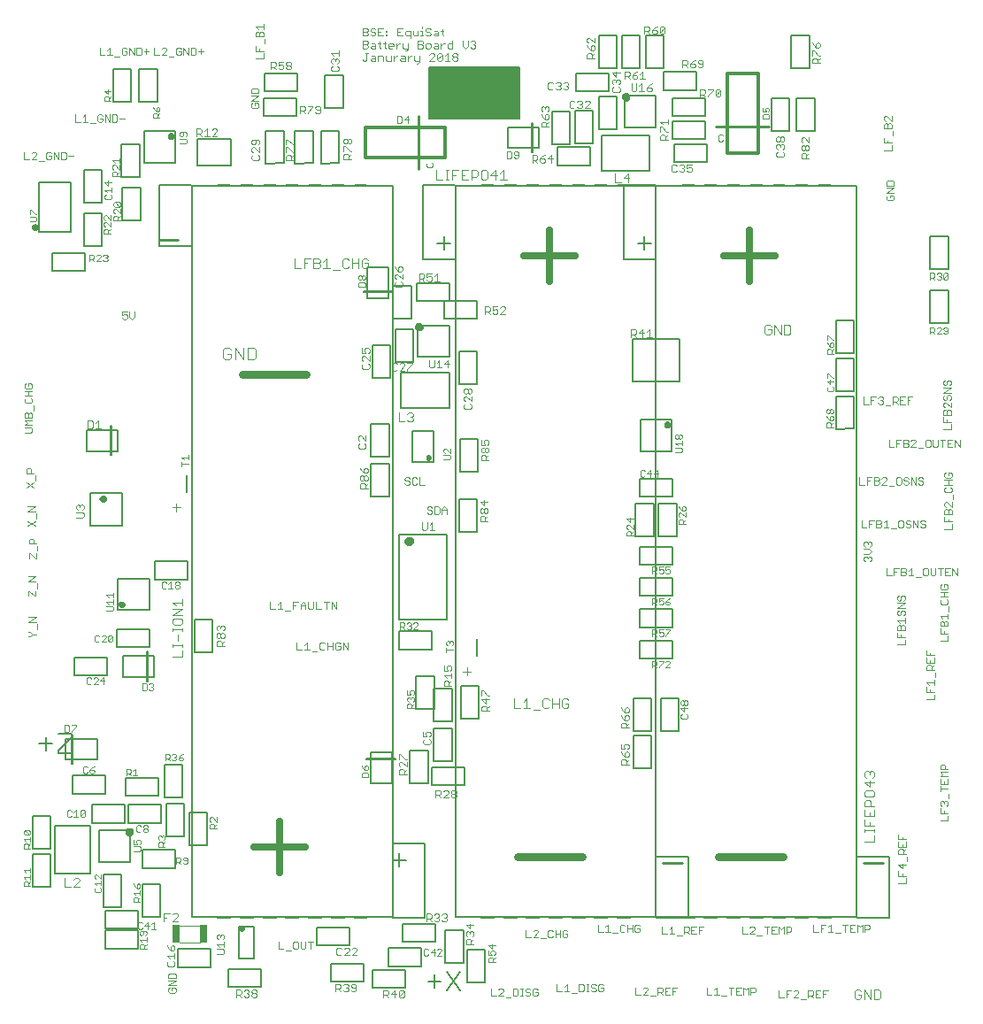
<source format=gto>
G75*
%MOIN*%
%OFA0B0*%
%FSLAX25Y25*%
%IPPOS*%
%LPD*%
%AMOC8*
5,1,8,0,0,1.08239X$1,22.5*
%
%ADD10C,0.00600*%
%ADD11C,0.00300*%
%ADD12C,0.00500*%
%ADD13C,0.02500*%
%ADD14C,0.03100*%
%ADD15C,0.00900*%
%ADD16C,0.00200*%
%ADD17C,0.01181*%
%ADD18C,0.01969*%
%ADD19C,0.00787*%
%ADD20C,0.01500*%
%ADD21C,0.00400*%
%ADD22R,0.02953X0.06693*%
%ADD23C,0.01200*%
%ADD24C,0.01000*%
D10*
X0127343Y0090603D02*
X0127343Y0102761D01*
X0132954Y0102761D01*
X0132954Y0090603D01*
X0127343Y0090603D01*
X0185401Y0127787D02*
X0190254Y0127787D01*
X0187828Y0125361D02*
X0187828Y0130214D01*
X0205807Y0085758D02*
X0210660Y0078478D01*
X0205807Y0078478D02*
X0210660Y0085758D01*
X0203410Y0082118D02*
X0198557Y0082118D01*
X0200983Y0084545D02*
X0200983Y0079691D01*
X0064204Y0167848D02*
X0059350Y0167848D01*
X0059350Y0169061D01*
X0064204Y0173915D01*
X0064204Y0175128D01*
X0059350Y0175128D01*
X0056953Y0171488D02*
X0052100Y0171488D01*
X0054527Y0173915D02*
X0054527Y0169061D01*
X0204527Y0357644D02*
X0204527Y0362498D01*
X0206953Y0360071D02*
X0202100Y0360071D01*
X0199044Y0406918D02*
X0199044Y0426209D01*
X0232902Y0426209D01*
X0232902Y0406918D01*
X0199044Y0406918D01*
X0199044Y0407234D02*
X0232902Y0407234D01*
X0232902Y0407832D02*
X0199044Y0407832D01*
X0199044Y0408431D02*
X0232902Y0408431D01*
X0232902Y0409030D02*
X0199044Y0409030D01*
X0199044Y0409628D02*
X0232902Y0409628D01*
X0232902Y0410227D02*
X0199044Y0410227D01*
X0199044Y0410825D02*
X0232902Y0410825D01*
X0232902Y0411424D02*
X0199044Y0411424D01*
X0199044Y0412022D02*
X0232902Y0412022D01*
X0232902Y0412621D02*
X0199044Y0412621D01*
X0199044Y0413219D02*
X0232902Y0413219D01*
X0232902Y0413818D02*
X0199044Y0413818D01*
X0199044Y0414416D02*
X0232902Y0414416D01*
X0232902Y0415015D02*
X0199044Y0415015D01*
X0199044Y0415613D02*
X0232902Y0415613D01*
X0232902Y0416212D02*
X0199044Y0416212D01*
X0199044Y0416810D02*
X0232902Y0416810D01*
X0232902Y0417409D02*
X0199044Y0417409D01*
X0199044Y0418007D02*
X0232902Y0418007D01*
X0232902Y0418606D02*
X0199044Y0418606D01*
X0199044Y0419204D02*
X0232902Y0419204D01*
X0232902Y0419803D02*
X0199044Y0419803D01*
X0199044Y0420401D02*
X0232902Y0420401D01*
X0232902Y0421000D02*
X0199044Y0421000D01*
X0199044Y0421598D02*
X0232902Y0421598D01*
X0232902Y0422197D02*
X0199044Y0422197D01*
X0199044Y0422795D02*
X0232902Y0422795D01*
X0232902Y0423394D02*
X0199044Y0423394D01*
X0199044Y0423992D02*
X0232902Y0423992D01*
X0232902Y0424591D02*
X0199044Y0424591D01*
X0199044Y0425189D02*
X0232902Y0425189D01*
X0232902Y0425788D02*
X0199044Y0425788D01*
X0277691Y0360071D02*
X0282544Y0360071D01*
X0280117Y0362498D02*
X0280117Y0357644D01*
D11*
X0273932Y0383052D02*
X0273932Y0386298D01*
X0272309Y0384675D01*
X0274473Y0384675D01*
X0271211Y0383052D02*
X0269047Y0383052D01*
X0269047Y0386298D01*
X0286052Y0399017D02*
X0286052Y0400443D01*
X0286527Y0400918D01*
X0287478Y0400918D01*
X0287953Y0400443D01*
X0287953Y0399017D01*
X0287953Y0399968D02*
X0288904Y0400918D01*
X0288904Y0401917D02*
X0288429Y0401917D01*
X0286527Y0403818D01*
X0286052Y0403818D01*
X0286052Y0401917D01*
X0286052Y0399017D02*
X0288904Y0399017D01*
X0288904Y0404817D02*
X0288904Y0406719D01*
X0288904Y0405768D02*
X0286052Y0405768D01*
X0287003Y0404817D01*
X0282405Y0417304D02*
X0281454Y0417304D01*
X0280979Y0417780D01*
X0280979Y0418730D01*
X0282405Y0418730D01*
X0282880Y0418255D01*
X0282880Y0417780D01*
X0282405Y0417304D01*
X0280979Y0418730D02*
X0281929Y0419681D01*
X0282880Y0420156D01*
X0280325Y0421861D02*
X0278423Y0421861D01*
X0279374Y0421861D02*
X0279374Y0424713D01*
X0278423Y0423763D01*
X0277425Y0424713D02*
X0276474Y0424238D01*
X0275523Y0423287D01*
X0276949Y0423287D01*
X0277425Y0422812D01*
X0277425Y0422337D01*
X0276949Y0421861D01*
X0275999Y0421861D01*
X0275523Y0422337D01*
X0275523Y0423287D01*
X0274525Y0423287D02*
X0274049Y0422812D01*
X0272623Y0422812D01*
X0272623Y0421861D02*
X0272623Y0424713D01*
X0274049Y0424713D01*
X0274525Y0424238D01*
X0274525Y0423287D01*
X0273574Y0422812D02*
X0274525Y0421861D01*
X0275178Y0420156D02*
X0275178Y0417780D01*
X0275654Y0417304D01*
X0276604Y0417304D01*
X0277080Y0417780D01*
X0277080Y0420156D01*
X0278078Y0419206D02*
X0279029Y0420156D01*
X0279029Y0417304D01*
X0278078Y0417304D02*
X0279980Y0417304D01*
X0270841Y0417398D02*
X0270841Y0418348D01*
X0270366Y0418824D01*
X0270366Y0419823D02*
X0270841Y0420298D01*
X0270841Y0421249D01*
X0270366Y0421724D01*
X0269890Y0421724D01*
X0269415Y0421249D01*
X0269415Y0420773D01*
X0269415Y0421249D02*
X0268940Y0421724D01*
X0268464Y0421724D01*
X0267989Y0421249D01*
X0267989Y0420298D01*
X0268464Y0419823D01*
X0268464Y0418824D02*
X0267989Y0418348D01*
X0267989Y0417398D01*
X0268464Y0416922D01*
X0270366Y0416922D01*
X0270841Y0417398D01*
X0269415Y0422723D02*
X0269415Y0424624D01*
X0270841Y0424149D02*
X0267989Y0424149D01*
X0269415Y0422723D01*
X0261317Y0429663D02*
X0258465Y0429663D01*
X0258465Y0431089D01*
X0258941Y0431564D01*
X0259891Y0431564D01*
X0260367Y0431089D01*
X0260367Y0429663D01*
X0260367Y0430614D02*
X0261317Y0431564D01*
X0260842Y0432563D02*
X0261317Y0433038D01*
X0261317Y0433989D01*
X0260842Y0434465D01*
X0260367Y0434465D01*
X0259891Y0433989D01*
X0259891Y0432563D01*
X0260842Y0432563D01*
X0259891Y0432563D02*
X0258941Y0433514D01*
X0258465Y0434465D01*
X0258941Y0435463D02*
X0258465Y0435939D01*
X0258465Y0436889D01*
X0258941Y0437365D01*
X0259416Y0437365D01*
X0261317Y0435463D01*
X0261317Y0437365D01*
X0251015Y0420650D02*
X0251490Y0420175D01*
X0251490Y0419700D01*
X0251015Y0419224D01*
X0251490Y0418749D01*
X0251490Y0418274D01*
X0251015Y0417798D01*
X0250064Y0417798D01*
X0249589Y0418274D01*
X0248590Y0418274D02*
X0248115Y0417798D01*
X0247164Y0417798D01*
X0246689Y0418274D01*
X0245690Y0418274D02*
X0245215Y0417798D01*
X0244264Y0417798D01*
X0243789Y0418274D01*
X0243789Y0420175D01*
X0244264Y0420650D01*
X0245215Y0420650D01*
X0245690Y0420175D01*
X0246689Y0420175D02*
X0247164Y0420650D01*
X0248115Y0420650D01*
X0248590Y0420175D01*
X0248590Y0419700D01*
X0248115Y0419224D01*
X0248590Y0418749D01*
X0248590Y0418274D01*
X0248115Y0419224D02*
X0247639Y0419224D01*
X0249589Y0420175D02*
X0250064Y0420650D01*
X0251015Y0420650D01*
X0251015Y0419224D02*
X0250539Y0419224D01*
X0252375Y0413757D02*
X0251899Y0413281D01*
X0251899Y0411380D01*
X0252375Y0410905D01*
X0253325Y0410905D01*
X0253801Y0411380D01*
X0254799Y0411380D02*
X0255275Y0410905D01*
X0256225Y0410905D01*
X0256701Y0411380D01*
X0256701Y0411855D01*
X0256225Y0412331D01*
X0255750Y0412331D01*
X0256225Y0412331D02*
X0256701Y0412806D01*
X0256701Y0413281D01*
X0256225Y0413757D01*
X0255275Y0413757D01*
X0254799Y0413281D01*
X0253801Y0413281D02*
X0253325Y0413757D01*
X0252375Y0413757D01*
X0244073Y0411078D02*
X0244073Y0410128D01*
X0243598Y0409652D01*
X0243598Y0408653D02*
X0243123Y0408653D01*
X0242647Y0408178D01*
X0242647Y0406752D01*
X0243598Y0406752D01*
X0244073Y0407227D01*
X0244073Y0408178D01*
X0243598Y0408653D01*
X0241697Y0407703D02*
X0242647Y0406752D01*
X0242647Y0405753D02*
X0243123Y0405278D01*
X0243123Y0403852D01*
X0244073Y0403852D02*
X0241221Y0403852D01*
X0241221Y0405278D01*
X0241697Y0405753D01*
X0242647Y0405753D01*
X0243123Y0404803D02*
X0244073Y0405753D01*
X0241697Y0407703D02*
X0241221Y0408653D01*
X0241697Y0409652D02*
X0241221Y0410128D01*
X0241221Y0411078D01*
X0241697Y0411554D01*
X0242172Y0411554D01*
X0242647Y0411078D01*
X0243123Y0411554D01*
X0243598Y0411554D01*
X0244073Y0411078D01*
X0242647Y0411078D02*
X0242647Y0410603D01*
X0257699Y0410905D02*
X0259601Y0412806D01*
X0259601Y0413281D01*
X0259126Y0413757D01*
X0258175Y0413757D01*
X0257699Y0413281D01*
X0257699Y0410905D02*
X0259601Y0410905D01*
X0245102Y0393284D02*
X0243676Y0391858D01*
X0245577Y0391858D01*
X0245102Y0390432D02*
X0245102Y0393284D01*
X0242677Y0393284D02*
X0241726Y0392809D01*
X0240776Y0391858D01*
X0242202Y0391858D01*
X0242677Y0391383D01*
X0242677Y0390908D01*
X0242202Y0390432D01*
X0241251Y0390432D01*
X0240776Y0390908D01*
X0240776Y0391858D01*
X0239777Y0391858D02*
X0239302Y0391383D01*
X0237876Y0391383D01*
X0238826Y0391383D02*
X0239777Y0390432D01*
X0239777Y0391858D02*
X0239777Y0392809D01*
X0239302Y0393284D01*
X0237876Y0393284D01*
X0237876Y0390432D01*
X0228190Y0383903D02*
X0225763Y0383903D01*
X0226977Y0383903D02*
X0226977Y0387543D01*
X0225763Y0386329D01*
X0224565Y0385723D02*
X0222138Y0385723D01*
X0223958Y0387543D01*
X0223958Y0383903D01*
X0220940Y0384509D02*
X0220940Y0386936D01*
X0220333Y0387543D01*
X0219120Y0387543D01*
X0218513Y0386936D01*
X0218513Y0384509D01*
X0219120Y0383903D01*
X0220333Y0383903D01*
X0220940Y0384509D01*
X0217315Y0385723D02*
X0216708Y0385116D01*
X0214888Y0385116D01*
X0214888Y0383903D02*
X0214888Y0387543D01*
X0216708Y0387543D01*
X0217315Y0386936D01*
X0217315Y0385723D01*
X0213689Y0387543D02*
X0211263Y0387543D01*
X0211263Y0383903D01*
X0213689Y0383903D01*
X0212476Y0385723D02*
X0211263Y0385723D01*
X0210064Y0387543D02*
X0207638Y0387543D01*
X0207638Y0383903D01*
X0206434Y0383903D02*
X0205221Y0383903D01*
X0205827Y0383903D02*
X0205827Y0387543D01*
X0205221Y0387543D02*
X0206434Y0387543D01*
X0207638Y0385723D02*
X0208851Y0385723D01*
X0204022Y0383903D02*
X0201596Y0383903D01*
X0201596Y0387543D01*
X0190924Y0405404D02*
X0190924Y0407862D01*
X0189695Y0406633D01*
X0191334Y0406633D01*
X0188796Y0407452D02*
X0188386Y0407862D01*
X0187157Y0407862D01*
X0187157Y0405404D01*
X0188386Y0405404D01*
X0188796Y0405813D01*
X0188796Y0407452D01*
X0169660Y0398952D02*
X0169660Y0398001D01*
X0169185Y0397526D01*
X0168709Y0397526D01*
X0168234Y0398001D01*
X0168234Y0398952D01*
X0168709Y0399427D01*
X0169185Y0399427D01*
X0169660Y0398952D01*
X0168234Y0398952D02*
X0167758Y0399427D01*
X0167283Y0399427D01*
X0166808Y0398952D01*
X0166808Y0398001D01*
X0167283Y0397526D01*
X0167758Y0397526D01*
X0168234Y0398001D01*
X0167283Y0396527D02*
X0169185Y0394626D01*
X0169660Y0394626D01*
X0169660Y0393627D02*
X0168709Y0392676D01*
X0168709Y0393152D02*
X0168709Y0391726D01*
X0169660Y0391726D02*
X0166808Y0391726D01*
X0166808Y0393152D01*
X0167283Y0393627D01*
X0168234Y0393627D01*
X0168709Y0393152D01*
X0166808Y0394626D02*
X0166808Y0396527D01*
X0167283Y0396527D01*
X0157551Y0408936D02*
X0158026Y0409412D01*
X0158026Y0411313D01*
X0157551Y0411788D01*
X0156600Y0411788D01*
X0156125Y0411313D01*
X0156125Y0410838D01*
X0156600Y0410362D01*
X0158026Y0410362D01*
X0157551Y0408936D02*
X0156600Y0408936D01*
X0156125Y0409412D01*
X0155126Y0411313D02*
X0153225Y0409412D01*
X0153225Y0408936D01*
X0152226Y0408936D02*
X0151275Y0409887D01*
X0151750Y0409887D02*
X0150324Y0409887D01*
X0150324Y0408936D02*
X0150324Y0411788D01*
X0151750Y0411788D01*
X0152226Y0411313D01*
X0152226Y0410362D01*
X0151750Y0409887D01*
X0153225Y0411788D02*
X0155126Y0411788D01*
X0155126Y0411313D01*
X0162559Y0424796D02*
X0164460Y0424796D01*
X0164935Y0425272D01*
X0164935Y0426222D01*
X0164460Y0426698D01*
X0164460Y0427697D02*
X0164935Y0428172D01*
X0164935Y0429123D01*
X0164460Y0429598D01*
X0163985Y0429598D01*
X0163509Y0429123D01*
X0163509Y0428647D01*
X0163509Y0429123D02*
X0163034Y0429598D01*
X0162559Y0429598D01*
X0162083Y0429123D01*
X0162083Y0428172D01*
X0162559Y0427697D01*
X0162559Y0426698D02*
X0162083Y0426222D01*
X0162083Y0425272D01*
X0162559Y0424796D01*
X0163034Y0430597D02*
X0162083Y0431547D01*
X0164935Y0431547D01*
X0164935Y0430597D02*
X0164935Y0432498D01*
X0173997Y0433446D02*
X0175423Y0433446D01*
X0175899Y0433921D01*
X0175899Y0434397D01*
X0175423Y0434872D01*
X0173997Y0434872D01*
X0173997Y0433446D02*
X0173997Y0436298D01*
X0175423Y0436298D01*
X0175899Y0435823D01*
X0175899Y0435347D01*
X0175423Y0434872D01*
X0176897Y0433921D02*
X0177373Y0434397D01*
X0178799Y0434397D01*
X0178799Y0434872D02*
X0178799Y0433446D01*
X0177373Y0433446D01*
X0176897Y0433921D01*
X0177373Y0435347D02*
X0178323Y0435347D01*
X0178799Y0434872D01*
X0179797Y0435347D02*
X0180748Y0435347D01*
X0180273Y0435823D02*
X0180273Y0433921D01*
X0180748Y0433446D01*
X0182206Y0433921D02*
X0182682Y0433446D01*
X0182206Y0433921D02*
X0182206Y0435823D01*
X0181731Y0435347D02*
X0182682Y0435347D01*
X0183664Y0434872D02*
X0184140Y0435347D01*
X0185090Y0435347D01*
X0185566Y0434872D01*
X0185566Y0434397D01*
X0183664Y0434397D01*
X0183664Y0434872D02*
X0183664Y0433921D01*
X0184140Y0433446D01*
X0185090Y0433446D01*
X0186564Y0433446D02*
X0186564Y0435347D01*
X0186564Y0434397D02*
X0187515Y0435347D01*
X0187990Y0435347D01*
X0188981Y0435347D02*
X0188981Y0433921D01*
X0189456Y0433446D01*
X0190882Y0433446D01*
X0190882Y0432971D02*
X0190407Y0432495D01*
X0189932Y0432495D01*
X0190882Y0432971D02*
X0190882Y0435347D01*
X0191849Y0437220D02*
X0191849Y0440072D01*
X0190423Y0440072D01*
X0189948Y0439596D01*
X0189948Y0438646D01*
X0190423Y0438170D01*
X0191849Y0438170D01*
X0192848Y0438646D02*
X0193323Y0438170D01*
X0194749Y0438170D01*
X0194749Y0440072D01*
X0195748Y0440072D02*
X0196223Y0440072D01*
X0196223Y0438170D01*
X0195748Y0438170D02*
X0196699Y0438170D01*
X0197681Y0438646D02*
X0198157Y0438170D01*
X0199107Y0438170D01*
X0199583Y0438646D01*
X0199583Y0439121D01*
X0199107Y0439596D01*
X0198157Y0439596D01*
X0197681Y0440072D01*
X0197681Y0440547D01*
X0198157Y0441023D01*
X0199107Y0441023D01*
X0199583Y0440547D01*
X0201057Y0440072D02*
X0202008Y0440072D01*
X0202483Y0439596D01*
X0202483Y0438170D01*
X0201057Y0438170D01*
X0200582Y0438646D01*
X0201057Y0439121D01*
X0202483Y0439121D01*
X0203482Y0440072D02*
X0204432Y0440072D01*
X0203957Y0440547D02*
X0203957Y0438646D01*
X0204432Y0438170D01*
X0204432Y0435347D02*
X0204908Y0435347D01*
X0204432Y0435347D02*
X0203482Y0434397D01*
X0203482Y0435347D02*
X0203482Y0433446D01*
X0202483Y0433446D02*
X0201057Y0433446D01*
X0200582Y0433921D01*
X0201057Y0434397D01*
X0202483Y0434397D01*
X0202483Y0434872D02*
X0202483Y0433446D01*
X0202483Y0434872D02*
X0202008Y0435347D01*
X0201057Y0435347D01*
X0199583Y0434872D02*
X0199107Y0435347D01*
X0198157Y0435347D01*
X0197681Y0434872D01*
X0197681Y0433921D01*
X0198157Y0433446D01*
X0199107Y0433446D01*
X0199583Y0433921D01*
X0199583Y0434872D01*
X0196683Y0434397D02*
X0196683Y0433921D01*
X0196207Y0433446D01*
X0194781Y0433446D01*
X0194781Y0436298D01*
X0196207Y0436298D01*
X0196683Y0435823D01*
X0196683Y0435347D01*
X0196207Y0434872D01*
X0194781Y0434872D01*
X0196207Y0434872D02*
X0196683Y0434397D01*
X0195233Y0430623D02*
X0195233Y0428246D01*
X0194757Y0427771D01*
X0194282Y0427771D01*
X0193807Y0428722D02*
X0195233Y0428722D01*
X0193807Y0428722D02*
X0193331Y0429197D01*
X0193331Y0430623D01*
X0192341Y0430623D02*
X0191865Y0430623D01*
X0190915Y0429672D01*
X0190915Y0428722D02*
X0190915Y0430623D01*
X0189916Y0430148D02*
X0189916Y0428722D01*
X0188490Y0428722D01*
X0188014Y0429197D01*
X0188490Y0429672D01*
X0189916Y0429672D01*
X0189916Y0430148D02*
X0189440Y0430623D01*
X0188490Y0430623D01*
X0187024Y0430623D02*
X0186548Y0430623D01*
X0185598Y0429672D01*
X0185598Y0428722D02*
X0185598Y0430623D01*
X0184599Y0430623D02*
X0184599Y0428722D01*
X0183173Y0428722D01*
X0182698Y0429197D01*
X0182698Y0430623D01*
X0181699Y0430148D02*
X0181699Y0428722D01*
X0181699Y0430148D02*
X0181223Y0430623D01*
X0179797Y0430623D01*
X0179797Y0428722D01*
X0178799Y0428722D02*
X0177373Y0428722D01*
X0176897Y0429197D01*
X0177373Y0429672D01*
X0178799Y0429672D01*
X0178799Y0430148D02*
X0178799Y0428722D01*
X0178799Y0430148D02*
X0178323Y0430623D01*
X0177373Y0430623D01*
X0175899Y0431574D02*
X0174948Y0431574D01*
X0175423Y0431574D02*
X0175423Y0429197D01*
X0174948Y0428722D01*
X0174473Y0428722D01*
X0173997Y0429197D01*
X0173997Y0438170D02*
X0175423Y0438170D01*
X0175899Y0438646D01*
X0175899Y0439121D01*
X0175423Y0439596D01*
X0173997Y0439596D01*
X0173997Y0438170D02*
X0173997Y0441023D01*
X0175423Y0441023D01*
X0175899Y0440547D01*
X0175899Y0440072D01*
X0175423Y0439596D01*
X0176897Y0440072D02*
X0177373Y0439596D01*
X0178323Y0439596D01*
X0178799Y0439121D01*
X0178799Y0438646D01*
X0178323Y0438170D01*
X0177373Y0438170D01*
X0176897Y0438646D01*
X0176897Y0440072D02*
X0176897Y0440547D01*
X0177373Y0441023D01*
X0178323Y0441023D01*
X0178799Y0440547D01*
X0179797Y0441023D02*
X0179797Y0438170D01*
X0181699Y0438170D01*
X0182698Y0438170D02*
X0182698Y0438646D01*
X0183173Y0438646D01*
X0183173Y0438170D01*
X0182698Y0438170D01*
X0182698Y0439596D02*
X0182698Y0440072D01*
X0183173Y0440072D01*
X0183173Y0439596D01*
X0182698Y0439596D01*
X0181699Y0441023D02*
X0179797Y0441023D01*
X0179797Y0439596D02*
X0180748Y0439596D01*
X0187048Y0439596D02*
X0187998Y0439596D01*
X0187048Y0438170D02*
X0187048Y0441023D01*
X0188949Y0441023D01*
X0188949Y0438170D02*
X0187048Y0438170D01*
X0192848Y0438646D02*
X0192848Y0440072D01*
X0196223Y0441023D02*
X0196223Y0441498D01*
X0199607Y0431574D02*
X0199132Y0431098D01*
X0199607Y0431574D02*
X0200558Y0431574D01*
X0201033Y0431098D01*
X0201033Y0430623D01*
X0199132Y0428722D01*
X0201033Y0428722D01*
X0202032Y0429197D02*
X0203933Y0431098D01*
X0203933Y0429197D01*
X0203458Y0428722D01*
X0202507Y0428722D01*
X0202032Y0429197D01*
X0202032Y0431098D01*
X0202507Y0431574D01*
X0203458Y0431574D01*
X0203933Y0431098D01*
X0204932Y0430623D02*
X0205882Y0431574D01*
X0205882Y0428722D01*
X0204932Y0428722D02*
X0206833Y0428722D01*
X0207832Y0429197D02*
X0207832Y0429672D01*
X0208307Y0430148D01*
X0209258Y0430148D01*
X0209733Y0429672D01*
X0209733Y0429197D01*
X0209258Y0428722D01*
X0208307Y0428722D01*
X0207832Y0429197D01*
X0208307Y0430148D02*
X0207832Y0430623D01*
X0207832Y0431098D01*
X0208307Y0431574D01*
X0209258Y0431574D01*
X0209733Y0431098D01*
X0209733Y0430623D01*
X0209258Y0430148D01*
X0207800Y0433446D02*
X0206374Y0433446D01*
X0205898Y0433921D01*
X0205898Y0434872D01*
X0206374Y0435347D01*
X0207800Y0435347D01*
X0207800Y0436298D02*
X0207800Y0433446D01*
X0211699Y0434397D02*
X0212649Y0433446D01*
X0213600Y0434397D01*
X0213600Y0436298D01*
X0214599Y0435823D02*
X0215074Y0436298D01*
X0216025Y0436298D01*
X0216500Y0435823D01*
X0216500Y0435347D01*
X0216025Y0434872D01*
X0216500Y0434397D01*
X0216500Y0433921D01*
X0216025Y0433446D01*
X0215074Y0433446D01*
X0214599Y0433921D01*
X0215549Y0434872D02*
X0216025Y0434872D01*
X0211699Y0434397D02*
X0211699Y0436298D01*
X0147002Y0427848D02*
X0147002Y0427373D01*
X0146527Y0426898D01*
X0145576Y0426898D01*
X0145101Y0427373D01*
X0145101Y0427848D01*
X0145576Y0428324D01*
X0146527Y0428324D01*
X0147002Y0427848D01*
X0146527Y0426898D02*
X0147002Y0426422D01*
X0147002Y0425947D01*
X0146527Y0425472D01*
X0145576Y0425472D01*
X0145101Y0425947D01*
X0145101Y0426422D01*
X0145576Y0426898D01*
X0144102Y0426898D02*
X0144102Y0425947D01*
X0143627Y0425472D01*
X0142676Y0425472D01*
X0142201Y0425947D01*
X0142201Y0426898D02*
X0143152Y0427373D01*
X0143627Y0427373D01*
X0144102Y0426898D01*
X0144102Y0428324D02*
X0142201Y0428324D01*
X0142201Y0426898D01*
X0141202Y0426898D02*
X0140727Y0426422D01*
X0139301Y0426422D01*
X0139301Y0425472D02*
X0139301Y0428324D01*
X0140727Y0428324D01*
X0141202Y0427848D01*
X0141202Y0426898D01*
X0140252Y0426422D02*
X0141202Y0425472D01*
X0145154Y0399033D02*
X0145630Y0399033D01*
X0147531Y0397132D01*
X0148006Y0397132D01*
X0145630Y0396133D02*
X0147531Y0394232D01*
X0148006Y0394232D01*
X0148006Y0393233D02*
X0147056Y0392283D01*
X0147056Y0392758D02*
X0147056Y0391332D01*
X0148006Y0391332D02*
X0145154Y0391332D01*
X0145154Y0392758D01*
X0145630Y0393233D01*
X0146580Y0393233D01*
X0147056Y0392758D01*
X0145154Y0394232D02*
X0145154Y0396133D01*
X0145630Y0396133D01*
X0145154Y0397132D02*
X0145154Y0399033D01*
X0135014Y0398558D02*
X0134539Y0399033D01*
X0132637Y0399033D01*
X0132162Y0398558D01*
X0132162Y0397607D01*
X0132637Y0397132D01*
X0133113Y0397132D01*
X0133588Y0397607D01*
X0133588Y0399033D01*
X0135014Y0398558D02*
X0135014Y0397607D01*
X0134539Y0397132D01*
X0135014Y0396133D02*
X0135014Y0394232D01*
X0133113Y0396133D01*
X0132637Y0396133D01*
X0132162Y0395658D01*
X0132162Y0394707D01*
X0132637Y0394232D01*
X0132637Y0393233D02*
X0132162Y0392758D01*
X0132162Y0391807D01*
X0132637Y0391332D01*
X0134539Y0391332D01*
X0135014Y0391807D01*
X0135014Y0392758D01*
X0134539Y0393233D01*
X0119100Y0400375D02*
X0117199Y0400375D01*
X0119100Y0402277D01*
X0119100Y0402752D01*
X0118625Y0403227D01*
X0117674Y0403227D01*
X0117199Y0402752D01*
X0115250Y0403227D02*
X0115250Y0400375D01*
X0116200Y0400375D02*
X0114299Y0400375D01*
X0113300Y0400375D02*
X0112349Y0401326D01*
X0112825Y0401326D02*
X0111399Y0401326D01*
X0111399Y0400375D02*
X0111399Y0403227D01*
X0112825Y0403227D01*
X0113300Y0402752D01*
X0113300Y0401801D01*
X0112825Y0401326D01*
X0114299Y0402277D02*
X0115250Y0403227D01*
X0148249Y0354291D02*
X0148249Y0350651D01*
X0150676Y0350651D01*
X0151874Y0350651D02*
X0151874Y0354291D01*
X0154301Y0354291D01*
X0155499Y0354291D02*
X0157320Y0354291D01*
X0157926Y0353684D01*
X0157926Y0353078D01*
X0157320Y0352471D01*
X0155499Y0352471D01*
X0155499Y0350651D02*
X0155499Y0354291D01*
X0157320Y0352471D02*
X0157926Y0351864D01*
X0157926Y0351257D01*
X0157320Y0350651D01*
X0155499Y0350651D01*
X0153088Y0352471D02*
X0151874Y0352471D01*
X0159125Y0353078D02*
X0160338Y0354291D01*
X0160338Y0350651D01*
X0159125Y0350651D02*
X0161551Y0350651D01*
X0162750Y0350044D02*
X0165176Y0350044D01*
X0166375Y0351257D02*
X0166982Y0350651D01*
X0168195Y0350651D01*
X0168802Y0351257D01*
X0170000Y0350651D02*
X0170000Y0354291D01*
X0168802Y0353684D02*
X0168195Y0354291D01*
X0166982Y0354291D01*
X0166375Y0353684D01*
X0166375Y0351257D01*
X0170000Y0352471D02*
X0172427Y0352471D01*
X0173625Y0353684D02*
X0173625Y0351257D01*
X0174232Y0350651D01*
X0175445Y0350651D01*
X0176052Y0351257D01*
X0176052Y0352471D01*
X0174839Y0352471D01*
X0176052Y0353684D02*
X0175445Y0354291D01*
X0174232Y0354291D01*
X0173625Y0353684D01*
X0172427Y0354291D02*
X0172427Y0350651D01*
X0186056Y0351278D02*
X0186531Y0350327D01*
X0187482Y0349377D01*
X0187482Y0350803D01*
X0187957Y0351278D01*
X0188433Y0351278D01*
X0188908Y0350803D01*
X0188908Y0349852D01*
X0188433Y0349377D01*
X0187482Y0349377D01*
X0187007Y0348378D02*
X0186531Y0348378D01*
X0186056Y0347903D01*
X0186056Y0346952D01*
X0186531Y0346477D01*
X0186531Y0345478D02*
X0186056Y0345002D01*
X0186056Y0344052D01*
X0186531Y0343576D01*
X0188433Y0343576D01*
X0188908Y0344052D01*
X0188908Y0345002D01*
X0188433Y0345478D01*
X0188908Y0346477D02*
X0187007Y0348378D01*
X0188908Y0348378D02*
X0188908Y0346477D01*
X0195269Y0346702D02*
X0196695Y0346702D01*
X0197170Y0347177D01*
X0197170Y0348128D01*
X0196695Y0348603D01*
X0195269Y0348603D01*
X0195269Y0345751D01*
X0196220Y0346702D02*
X0197170Y0345751D01*
X0198169Y0346227D02*
X0198644Y0345751D01*
X0199595Y0345751D01*
X0200070Y0346227D01*
X0200070Y0347177D01*
X0199595Y0347653D01*
X0199120Y0347653D01*
X0198169Y0347177D01*
X0198169Y0348603D01*
X0200070Y0348603D01*
X0201069Y0347653D02*
X0202020Y0348603D01*
X0202020Y0345751D01*
X0202970Y0345751D02*
X0201069Y0345751D01*
X0220009Y0336198D02*
X0220009Y0333346D01*
X0220009Y0334296D02*
X0221436Y0334296D01*
X0221911Y0334772D01*
X0221911Y0335722D01*
X0221436Y0336198D01*
X0220009Y0336198D01*
X0220960Y0334296D02*
X0221911Y0333346D01*
X0222910Y0333821D02*
X0223385Y0333346D01*
X0224336Y0333346D01*
X0224811Y0333821D01*
X0224811Y0334772D01*
X0224336Y0335247D01*
X0223860Y0335247D01*
X0222910Y0334772D01*
X0222910Y0336198D01*
X0224811Y0336198D01*
X0225810Y0335722D02*
X0226285Y0336198D01*
X0227236Y0336198D01*
X0227711Y0335722D01*
X0227711Y0335247D01*
X0225810Y0333346D01*
X0227711Y0333346D01*
X0214460Y0305333D02*
X0214935Y0304857D01*
X0214935Y0303907D01*
X0214460Y0303431D01*
X0213985Y0303431D01*
X0213509Y0303907D01*
X0213509Y0304857D01*
X0213985Y0305333D01*
X0214460Y0305333D01*
X0213509Y0304857D02*
X0213034Y0305333D01*
X0212559Y0305333D01*
X0212083Y0304857D01*
X0212083Y0303907D01*
X0212559Y0303431D01*
X0213034Y0303431D01*
X0213509Y0303907D01*
X0213034Y0302433D02*
X0212559Y0302433D01*
X0212083Y0301957D01*
X0212083Y0301007D01*
X0212559Y0300531D01*
X0212559Y0299532D02*
X0212083Y0299057D01*
X0212083Y0298106D01*
X0212559Y0297631D01*
X0214460Y0297631D01*
X0214935Y0298106D01*
X0214935Y0299057D01*
X0214460Y0299532D01*
X0214935Y0300531D02*
X0213034Y0302433D01*
X0214935Y0302433D02*
X0214935Y0300531D01*
X0206169Y0313155D02*
X0206169Y0316007D01*
X0204743Y0314581D01*
X0206644Y0314581D01*
X0203744Y0313155D02*
X0201843Y0313155D01*
X0202793Y0313155D02*
X0202793Y0316007D01*
X0201843Y0315056D01*
X0200844Y0316007D02*
X0200844Y0313630D01*
X0200369Y0313155D01*
X0199418Y0313155D01*
X0198943Y0313630D01*
X0198943Y0316007D01*
X0192672Y0314938D02*
X0192672Y0314463D01*
X0190770Y0312561D01*
X0190770Y0312086D01*
X0189772Y0312086D02*
X0187870Y0312086D01*
X0189772Y0313987D01*
X0189772Y0314463D01*
X0189296Y0314938D01*
X0188346Y0314938D01*
X0187870Y0314463D01*
X0186871Y0314463D02*
X0186396Y0314938D01*
X0185445Y0314938D01*
X0184970Y0314463D01*
X0184970Y0312561D01*
X0185445Y0312086D01*
X0186396Y0312086D01*
X0186871Y0312561D01*
X0190770Y0314938D02*
X0192672Y0314938D01*
X0176510Y0314207D02*
X0176035Y0314682D01*
X0176510Y0314207D02*
X0176510Y0313256D01*
X0176035Y0312781D01*
X0174134Y0312781D01*
X0173658Y0313256D01*
X0173658Y0314207D01*
X0174134Y0314682D01*
X0174134Y0315681D02*
X0173658Y0316156D01*
X0173658Y0317107D01*
X0174134Y0317582D01*
X0174609Y0317582D01*
X0176510Y0315681D01*
X0176510Y0317582D01*
X0176035Y0318581D02*
X0176510Y0319056D01*
X0176510Y0320007D01*
X0176035Y0320482D01*
X0175084Y0320482D01*
X0174609Y0320007D01*
X0174609Y0319532D01*
X0175084Y0318581D01*
X0173658Y0318581D01*
X0173658Y0320482D01*
X0187551Y0296141D02*
X0187551Y0292895D01*
X0189715Y0292895D01*
X0190813Y0293436D02*
X0191354Y0292895D01*
X0192436Y0292895D01*
X0192977Y0293436D01*
X0192977Y0293977D01*
X0192436Y0294518D01*
X0191895Y0294518D01*
X0192436Y0294518D02*
X0192977Y0295059D01*
X0192977Y0295600D01*
X0192436Y0296141D01*
X0191354Y0296141D01*
X0190813Y0295600D01*
X0175172Y0287472D02*
X0175172Y0285571D01*
X0173270Y0287472D01*
X0172795Y0287472D01*
X0172320Y0286997D01*
X0172320Y0286046D01*
X0172795Y0285571D01*
X0172795Y0284572D02*
X0172320Y0284096D01*
X0172320Y0283146D01*
X0172795Y0282670D01*
X0174696Y0282670D01*
X0175172Y0283146D01*
X0175172Y0284096D01*
X0174696Y0284572D01*
X0174890Y0275419D02*
X0174415Y0274944D01*
X0174415Y0273518D01*
X0175366Y0273518D01*
X0175841Y0273993D01*
X0175841Y0274944D01*
X0175366Y0275419D01*
X0174890Y0275419D01*
X0173464Y0274469D02*
X0174415Y0273518D01*
X0174890Y0272519D02*
X0175366Y0272519D01*
X0175841Y0272044D01*
X0175841Y0271093D01*
X0175366Y0270618D01*
X0174890Y0270618D01*
X0174415Y0271093D01*
X0174415Y0272044D01*
X0174890Y0272519D01*
X0174415Y0272044D02*
X0173940Y0272519D01*
X0173464Y0272519D01*
X0172989Y0272044D01*
X0172989Y0271093D01*
X0173464Y0270618D01*
X0173940Y0270618D01*
X0174415Y0271093D01*
X0174415Y0269619D02*
X0174890Y0269144D01*
X0174890Y0267718D01*
X0174890Y0268668D02*
X0175841Y0269619D01*
X0174415Y0269619D02*
X0173464Y0269619D01*
X0172989Y0269144D01*
X0172989Y0267718D01*
X0175841Y0267718D01*
X0173464Y0274469D02*
X0172989Y0275419D01*
X0196312Y0254889D02*
X0196312Y0252512D01*
X0196788Y0252037D01*
X0197738Y0252037D01*
X0198214Y0252512D01*
X0198214Y0254889D01*
X0199212Y0253938D02*
X0200163Y0254889D01*
X0200163Y0252037D01*
X0199212Y0252037D02*
X0201114Y0252037D01*
X0218190Y0255443D02*
X0218190Y0256869D01*
X0218665Y0257344D01*
X0219616Y0257344D01*
X0220091Y0256869D01*
X0220091Y0255443D01*
X0220091Y0256393D02*
X0221042Y0257344D01*
X0220566Y0258343D02*
X0220091Y0258343D01*
X0219616Y0258818D01*
X0219616Y0259769D01*
X0220091Y0260244D01*
X0220566Y0260244D01*
X0221042Y0259769D01*
X0221042Y0258818D01*
X0220566Y0258343D01*
X0219616Y0258818D02*
X0219140Y0258343D01*
X0218665Y0258343D01*
X0218190Y0258818D01*
X0218190Y0259769D01*
X0218665Y0260244D01*
X0219140Y0260244D01*
X0219616Y0259769D01*
X0219616Y0261243D02*
X0219616Y0263144D01*
X0221042Y0262669D02*
X0218190Y0262669D01*
X0219616Y0261243D01*
X0221042Y0255443D02*
X0218190Y0255443D01*
X0218583Y0278277D02*
X0218583Y0279703D01*
X0219059Y0280179D01*
X0220009Y0280179D01*
X0220485Y0279703D01*
X0220485Y0278277D01*
X0221435Y0278277D02*
X0218583Y0278277D01*
X0220485Y0279228D02*
X0221435Y0280179D01*
X0220960Y0281177D02*
X0220485Y0281177D01*
X0220009Y0281653D01*
X0220009Y0282603D01*
X0220485Y0283079D01*
X0220960Y0283079D01*
X0221435Y0282603D01*
X0221435Y0281653D01*
X0220960Y0281177D01*
X0220009Y0281653D02*
X0219534Y0281177D01*
X0219059Y0281177D01*
X0218583Y0281653D01*
X0218583Y0282603D01*
X0219059Y0283079D01*
X0219534Y0283079D01*
X0220009Y0282603D01*
X0220009Y0284077D02*
X0219534Y0285028D01*
X0219534Y0285503D01*
X0220009Y0285979D01*
X0220960Y0285979D01*
X0221435Y0285503D01*
X0221435Y0284553D01*
X0220960Y0284077D01*
X0220009Y0284077D02*
X0218583Y0284077D01*
X0218583Y0285979D01*
X0275139Y0324785D02*
X0275139Y0327637D01*
X0276565Y0327637D01*
X0277041Y0327161D01*
X0277041Y0326211D01*
X0276565Y0325735D01*
X0275139Y0325735D01*
X0276090Y0325735D02*
X0277041Y0324785D01*
X0278040Y0326211D02*
X0279941Y0326211D01*
X0280940Y0326686D02*
X0281890Y0327637D01*
X0281890Y0324785D01*
X0280940Y0324785D02*
X0282841Y0324785D01*
X0279466Y0324785D02*
X0279466Y0327637D01*
X0278040Y0326211D01*
X0325484Y0326297D02*
X0326091Y0325690D01*
X0327304Y0325690D01*
X0327911Y0326297D01*
X0327911Y0327510D01*
X0326697Y0327510D01*
X0325484Y0326297D02*
X0325484Y0328724D01*
X0326091Y0329330D01*
X0327304Y0329330D01*
X0327911Y0328724D01*
X0329109Y0329330D02*
X0331536Y0325690D01*
X0331536Y0329330D01*
X0332734Y0329330D02*
X0332734Y0325690D01*
X0334554Y0325690D01*
X0335161Y0326297D01*
X0335161Y0328724D01*
X0334554Y0329330D01*
X0332734Y0329330D01*
X0329109Y0329330D02*
X0329109Y0325690D01*
X0297566Y0386846D02*
X0296615Y0386846D01*
X0296140Y0387321D01*
X0296140Y0388272D02*
X0297091Y0388747D01*
X0297566Y0388747D01*
X0298041Y0388272D01*
X0298041Y0387321D01*
X0297566Y0386846D01*
X0296140Y0388272D02*
X0296140Y0389698D01*
X0298041Y0389698D01*
X0295141Y0389222D02*
X0295141Y0388747D01*
X0294666Y0388272D01*
X0295141Y0387796D01*
X0295141Y0387321D01*
X0294666Y0386846D01*
X0293715Y0386846D01*
X0293240Y0387321D01*
X0292241Y0387321D02*
X0291766Y0386846D01*
X0290815Y0386846D01*
X0290340Y0387321D01*
X0290340Y0389222D01*
X0290815Y0389698D01*
X0291766Y0389698D01*
X0292241Y0389222D01*
X0293240Y0389222D02*
X0293715Y0389698D01*
X0294666Y0389698D01*
X0295141Y0389222D01*
X0294666Y0388272D02*
X0294191Y0388272D01*
X0301072Y0415172D02*
X0301072Y0418024D01*
X0302499Y0418024D01*
X0302974Y0417549D01*
X0302974Y0416598D01*
X0302499Y0416123D01*
X0301072Y0416123D01*
X0302023Y0416123D02*
X0302974Y0415172D01*
X0303973Y0415172D02*
X0303973Y0415648D01*
X0305874Y0417549D01*
X0305874Y0418024D01*
X0303973Y0418024D01*
X0306873Y0417549D02*
X0307348Y0418024D01*
X0308299Y0418024D01*
X0308774Y0417549D01*
X0306873Y0415648D01*
X0307348Y0415172D01*
X0308299Y0415172D01*
X0308774Y0415648D01*
X0308774Y0417549D01*
X0306873Y0417549D02*
X0306873Y0415648D01*
X0301660Y0426247D02*
X0302136Y0426723D01*
X0302136Y0428624D01*
X0301660Y0429099D01*
X0300710Y0429099D01*
X0300234Y0428624D01*
X0300234Y0428149D01*
X0300710Y0427673D01*
X0302136Y0427673D01*
X0301660Y0426247D02*
X0300710Y0426247D01*
X0300234Y0426723D01*
X0299236Y0426723D02*
X0299236Y0427198D01*
X0298760Y0427673D01*
X0297334Y0427673D01*
X0297334Y0426723D01*
X0297810Y0426247D01*
X0298760Y0426247D01*
X0299236Y0426723D01*
X0298285Y0428624D02*
X0297334Y0427673D01*
X0296336Y0427673D02*
X0295860Y0427198D01*
X0294434Y0427198D01*
X0294434Y0426247D02*
X0294434Y0429099D01*
X0295860Y0429099D01*
X0296336Y0428624D01*
X0296336Y0427673D01*
X0295385Y0427198D02*
X0296336Y0426247D01*
X0298285Y0428624D02*
X0299236Y0429099D01*
X0287782Y0439364D02*
X0287307Y0438889D01*
X0286356Y0438889D01*
X0285881Y0439364D01*
X0287782Y0441266D01*
X0287782Y0439364D01*
X0285881Y0439364D02*
X0285881Y0441266D01*
X0286356Y0441741D01*
X0287307Y0441741D01*
X0287782Y0441266D01*
X0284882Y0441741D02*
X0283931Y0441266D01*
X0282980Y0440315D01*
X0284406Y0440315D01*
X0284882Y0439840D01*
X0284882Y0439364D01*
X0284406Y0438889D01*
X0283456Y0438889D01*
X0282980Y0439364D01*
X0282980Y0440315D01*
X0281982Y0440315D02*
X0281506Y0439840D01*
X0280080Y0439840D01*
X0280080Y0438889D02*
X0280080Y0441741D01*
X0281506Y0441741D01*
X0281982Y0441266D01*
X0281982Y0440315D01*
X0281031Y0439840D02*
X0281982Y0438889D01*
X0324693Y0411119D02*
X0324693Y0409481D01*
X0325922Y0409481D01*
X0325512Y0410300D01*
X0325512Y0410710D01*
X0325922Y0411119D01*
X0326741Y0411119D01*
X0327151Y0410710D01*
X0327151Y0409890D01*
X0326741Y0409481D01*
X0326741Y0408582D02*
X0325102Y0408582D01*
X0324693Y0408172D01*
X0324693Y0406943D01*
X0327151Y0406943D01*
X0327151Y0408172D01*
X0326741Y0408582D01*
X0330275Y0400215D02*
X0330751Y0400215D01*
X0331226Y0399739D01*
X0331226Y0398789D01*
X0330751Y0398313D01*
X0330275Y0398313D01*
X0329800Y0398789D01*
X0329800Y0399739D01*
X0330275Y0400215D01*
X0331226Y0399739D02*
X0331701Y0400215D01*
X0332177Y0400215D01*
X0332652Y0399739D01*
X0332652Y0398789D01*
X0332177Y0398313D01*
X0331701Y0398313D01*
X0331226Y0398789D01*
X0331701Y0397314D02*
X0331226Y0396839D01*
X0331226Y0396364D01*
X0331226Y0396839D02*
X0330751Y0397314D01*
X0330275Y0397314D01*
X0329800Y0396839D01*
X0329800Y0395888D01*
X0330275Y0395413D01*
X0330275Y0394414D02*
X0329800Y0393939D01*
X0329800Y0392988D01*
X0330275Y0392513D01*
X0332177Y0392513D01*
X0332652Y0392988D01*
X0332652Y0393939D01*
X0332177Y0394414D01*
X0332177Y0395413D02*
X0332652Y0395888D01*
X0332652Y0396839D01*
X0332177Y0397314D01*
X0331701Y0397314D01*
X0339249Y0396445D02*
X0339249Y0395495D01*
X0339724Y0395019D01*
X0340199Y0395019D01*
X0340675Y0395495D01*
X0340675Y0396445D01*
X0341150Y0396921D01*
X0341625Y0396921D01*
X0342101Y0396445D01*
X0342101Y0395495D01*
X0341625Y0395019D01*
X0341150Y0395019D01*
X0340675Y0395495D01*
X0340675Y0396445D02*
X0340199Y0396921D01*
X0339724Y0396921D01*
X0339249Y0396445D01*
X0339724Y0397920D02*
X0339249Y0398395D01*
X0339249Y0399346D01*
X0339724Y0399821D01*
X0340199Y0399821D01*
X0342101Y0397920D01*
X0342101Y0399821D01*
X0342101Y0394021D02*
X0341150Y0393070D01*
X0341150Y0393545D02*
X0341150Y0392119D01*
X0342101Y0392119D02*
X0339249Y0392119D01*
X0339249Y0393545D01*
X0339724Y0394021D01*
X0340675Y0394021D01*
X0341150Y0393545D01*
X0343387Y0427884D02*
X0343387Y0429310D01*
X0343862Y0429785D01*
X0344813Y0429785D01*
X0345288Y0429310D01*
X0345288Y0427884D01*
X0345288Y0428834D02*
X0346239Y0429785D01*
X0346239Y0430784D02*
X0345763Y0430784D01*
X0343862Y0432685D01*
X0343387Y0432685D01*
X0343387Y0430784D01*
X0343387Y0427884D02*
X0346239Y0427884D01*
X0345763Y0433684D02*
X0346239Y0434159D01*
X0346239Y0435110D01*
X0345763Y0435585D01*
X0345288Y0435585D01*
X0344813Y0435110D01*
X0344813Y0433684D01*
X0345763Y0433684D01*
X0344813Y0433684D02*
X0343862Y0434634D01*
X0343387Y0435585D01*
X0164101Y0224999D02*
X0164101Y0222147D01*
X0162199Y0224999D01*
X0162199Y0222147D01*
X0160250Y0222147D02*
X0160250Y0224999D01*
X0159299Y0224999D02*
X0161201Y0224999D01*
X0158301Y0222147D02*
X0156399Y0222147D01*
X0156399Y0224999D01*
X0155400Y0224999D02*
X0155400Y0222622D01*
X0154925Y0222147D01*
X0153974Y0222147D01*
X0153499Y0222622D01*
X0153499Y0224999D01*
X0152500Y0224048D02*
X0152500Y0222147D01*
X0152500Y0223573D02*
X0150599Y0223573D01*
X0150599Y0224048D02*
X0151550Y0224999D01*
X0152500Y0224048D01*
X0150599Y0224048D02*
X0150599Y0222147D01*
X0148650Y0223573D02*
X0147699Y0223573D01*
X0147699Y0224999D02*
X0149600Y0224999D01*
X0147699Y0224999D02*
X0147699Y0222147D01*
X0146700Y0221672D02*
X0144799Y0221672D01*
X0143800Y0222147D02*
X0141899Y0222147D01*
X0142849Y0222147D02*
X0142849Y0224999D01*
X0141899Y0224048D01*
X0140900Y0222147D02*
X0138999Y0222147D01*
X0138999Y0224999D01*
X0149130Y0209645D02*
X0149130Y0206793D01*
X0151031Y0206793D01*
X0152030Y0206793D02*
X0153931Y0206793D01*
X0152980Y0206793D02*
X0152980Y0209645D01*
X0152030Y0208694D01*
X0154930Y0206317D02*
X0156831Y0206317D01*
X0157830Y0207268D02*
X0158305Y0206793D01*
X0159256Y0206793D01*
X0159731Y0207268D01*
X0160730Y0206793D02*
X0160730Y0209645D01*
X0159731Y0209169D02*
X0159256Y0209645D01*
X0158305Y0209645D01*
X0157830Y0209169D01*
X0157830Y0207268D01*
X0160730Y0208219D02*
X0162631Y0208219D01*
X0163630Y0209169D02*
X0163630Y0207268D01*
X0164105Y0206793D01*
X0165056Y0206793D01*
X0165531Y0207268D01*
X0165531Y0208219D01*
X0164581Y0208219D01*
X0165531Y0209169D02*
X0165056Y0209645D01*
X0164105Y0209645D01*
X0163630Y0209169D01*
X0162631Y0209645D02*
X0162631Y0206793D01*
X0166530Y0206793D02*
X0166530Y0209645D01*
X0168432Y0206793D01*
X0168432Y0209645D01*
X0196705Y0176118D02*
X0196705Y0174216D01*
X0198131Y0174216D01*
X0197656Y0175167D01*
X0197656Y0175642D01*
X0198131Y0176118D01*
X0199082Y0176118D01*
X0199557Y0175642D01*
X0199557Y0174692D01*
X0199082Y0174216D01*
X0199082Y0173217D02*
X0199557Y0172742D01*
X0199557Y0171791D01*
X0199082Y0171316D01*
X0197181Y0171316D01*
X0196705Y0171791D01*
X0196705Y0172742D01*
X0197181Y0173217D01*
X0190526Y0165691D02*
X0190051Y0165691D01*
X0188149Y0167593D01*
X0187674Y0167593D01*
X0187674Y0165691D01*
X0188149Y0164692D02*
X0187674Y0164217D01*
X0187674Y0163266D01*
X0188149Y0162791D01*
X0188149Y0161792D02*
X0189100Y0161792D01*
X0189575Y0161317D01*
X0189575Y0159891D01*
X0189575Y0160842D02*
X0190526Y0161792D01*
X0190526Y0162791D02*
X0188625Y0164692D01*
X0188149Y0164692D01*
X0190526Y0164692D02*
X0190526Y0162791D01*
X0188149Y0161792D02*
X0187674Y0161317D01*
X0187674Y0159891D01*
X0190526Y0159891D01*
X0201474Y0154072D02*
X0201474Y0151220D01*
X0201474Y0152170D02*
X0202900Y0152170D01*
X0203375Y0152646D01*
X0203375Y0153596D01*
X0202900Y0154072D01*
X0201474Y0154072D01*
X0202425Y0152170D02*
X0203375Y0151220D01*
X0204374Y0151220D02*
X0206276Y0153121D01*
X0206276Y0153596D01*
X0205800Y0154072D01*
X0204850Y0154072D01*
X0204374Y0153596D01*
X0204374Y0151220D02*
X0206276Y0151220D01*
X0207274Y0151695D02*
X0207274Y0152170D01*
X0207750Y0152646D01*
X0208700Y0152646D01*
X0209176Y0152170D01*
X0209176Y0151695D01*
X0208700Y0151220D01*
X0207750Y0151220D01*
X0207274Y0151695D01*
X0207750Y0152646D02*
X0207274Y0153121D01*
X0207274Y0153596D01*
X0207750Y0154072D01*
X0208700Y0154072D01*
X0209176Y0153596D01*
X0209176Y0153121D01*
X0208700Y0152646D01*
X0218776Y0183852D02*
X0218776Y0185278D01*
X0219252Y0185753D01*
X0220202Y0185753D01*
X0220678Y0185278D01*
X0220678Y0183852D01*
X0220678Y0184802D02*
X0221628Y0185753D01*
X0220202Y0186752D02*
X0220202Y0188653D01*
X0221153Y0189652D02*
X0221628Y0189652D01*
X0221153Y0189652D02*
X0219252Y0191553D01*
X0218776Y0191553D01*
X0218776Y0189652D01*
X0218776Y0188178D02*
X0220202Y0186752D01*
X0221628Y0188178D02*
X0218776Y0188178D01*
X0218776Y0183852D02*
X0221628Y0183852D01*
X0230926Y0184903D02*
X0233353Y0184903D01*
X0234552Y0184903D02*
X0236978Y0184903D01*
X0235765Y0184903D02*
X0235765Y0188543D01*
X0234552Y0187329D01*
X0230926Y0188543D02*
X0230926Y0184903D01*
X0238177Y0184296D02*
X0240603Y0184296D01*
X0241802Y0185509D02*
X0242408Y0184903D01*
X0243622Y0184903D01*
X0244229Y0185509D01*
X0245427Y0184903D02*
X0245427Y0188543D01*
X0244229Y0187936D02*
X0243622Y0188543D01*
X0242408Y0188543D01*
X0241802Y0187936D01*
X0241802Y0185509D01*
X0245427Y0186723D02*
X0247854Y0186723D01*
X0249052Y0187936D02*
X0249052Y0185509D01*
X0249659Y0184903D01*
X0250872Y0184903D01*
X0251479Y0185509D01*
X0251479Y0186723D01*
X0250265Y0186723D01*
X0249052Y0187936D02*
X0249659Y0188543D01*
X0250872Y0188543D01*
X0251479Y0187936D01*
X0247854Y0188543D02*
X0247854Y0184903D01*
X0271339Y0185191D02*
X0271815Y0184241D01*
X0272765Y0183290D01*
X0272765Y0184716D01*
X0273241Y0185191D01*
X0273716Y0185191D01*
X0274191Y0184716D01*
X0274191Y0183765D01*
X0273716Y0183290D01*
X0272765Y0183290D01*
X0273241Y0182291D02*
X0272765Y0181816D01*
X0272765Y0180390D01*
X0273716Y0180390D01*
X0274191Y0180865D01*
X0274191Y0181816D01*
X0273716Y0182291D01*
X0273241Y0182291D01*
X0271815Y0181341D02*
X0272765Y0180390D01*
X0272765Y0179391D02*
X0273241Y0178916D01*
X0273241Y0177490D01*
X0274191Y0177490D02*
X0271339Y0177490D01*
X0271339Y0178916D01*
X0271815Y0179391D01*
X0272765Y0179391D01*
X0273241Y0178440D02*
X0274191Y0179391D01*
X0271815Y0181341D02*
X0271339Y0182291D01*
X0271339Y0171412D02*
X0271339Y0169511D01*
X0272765Y0169511D01*
X0272290Y0170461D01*
X0272290Y0170937D01*
X0272765Y0171412D01*
X0273716Y0171412D01*
X0274191Y0170937D01*
X0274191Y0169986D01*
X0273716Y0169511D01*
X0273716Y0168512D02*
X0273241Y0168512D01*
X0272765Y0168036D01*
X0272765Y0166610D01*
X0273716Y0166610D01*
X0274191Y0167086D01*
X0274191Y0168036D01*
X0273716Y0168512D01*
X0271815Y0167561D02*
X0272765Y0166610D01*
X0272765Y0165612D02*
X0273241Y0165136D01*
X0273241Y0163710D01*
X0274191Y0163710D02*
X0271339Y0163710D01*
X0271339Y0165136D01*
X0271815Y0165612D01*
X0272765Y0165612D01*
X0273241Y0164661D02*
X0274191Y0165612D01*
X0271815Y0167561D02*
X0271339Y0168512D01*
X0215723Y0103283D02*
X0212871Y0103283D01*
X0214297Y0101857D01*
X0214297Y0103758D01*
X0214772Y0100858D02*
X0215248Y0100858D01*
X0215723Y0100382D01*
X0215723Y0099432D01*
X0215248Y0098956D01*
X0215723Y0097958D02*
X0214772Y0097007D01*
X0214772Y0097482D02*
X0214772Y0096056D01*
X0215723Y0096056D02*
X0212871Y0096056D01*
X0212871Y0097482D01*
X0213346Y0097958D01*
X0214297Y0097958D01*
X0214772Y0097482D01*
X0213346Y0098956D02*
X0212871Y0099432D01*
X0212871Y0100382D01*
X0213346Y0100858D01*
X0213821Y0100858D01*
X0214297Y0100382D01*
X0214772Y0100858D01*
X0214297Y0100382D02*
X0214297Y0099907D01*
X0205664Y0105081D02*
X0205188Y0104606D01*
X0204238Y0104606D01*
X0203762Y0105081D01*
X0202764Y0105081D02*
X0202288Y0104606D01*
X0201338Y0104606D01*
X0200862Y0105081D01*
X0199864Y0104606D02*
X0198913Y0105556D01*
X0199388Y0105556D02*
X0197962Y0105556D01*
X0197962Y0104606D02*
X0197962Y0107458D01*
X0199388Y0107458D01*
X0199864Y0106982D01*
X0199864Y0106032D01*
X0199388Y0105556D01*
X0200862Y0106982D02*
X0201338Y0107458D01*
X0202288Y0107458D01*
X0202764Y0106982D01*
X0202764Y0106507D01*
X0202288Y0106032D01*
X0202764Y0105556D01*
X0202764Y0105081D01*
X0202288Y0106032D02*
X0201813Y0106032D01*
X0203762Y0106982D02*
X0204238Y0107458D01*
X0205188Y0107458D01*
X0205664Y0106982D01*
X0205664Y0106507D01*
X0205188Y0106032D01*
X0205664Y0105556D01*
X0205664Y0105081D01*
X0205188Y0106032D02*
X0204713Y0106032D01*
X0189047Y0078717D02*
X0189522Y0078242D01*
X0187621Y0076341D01*
X0188096Y0075865D01*
X0189047Y0075865D01*
X0189522Y0076341D01*
X0189522Y0078242D01*
X0189047Y0078717D02*
X0188096Y0078717D01*
X0187621Y0078242D01*
X0187621Y0076341D01*
X0186622Y0077291D02*
X0184721Y0077291D01*
X0186147Y0078717D01*
X0186147Y0075865D01*
X0183722Y0075865D02*
X0182771Y0076816D01*
X0183247Y0076816D02*
X0181821Y0076816D01*
X0181821Y0075865D02*
X0181821Y0078717D01*
X0183247Y0078717D01*
X0183722Y0078242D01*
X0183722Y0077291D01*
X0183247Y0076816D01*
X0171412Y0078703D02*
X0171412Y0080604D01*
X0170937Y0081080D01*
X0169986Y0081080D01*
X0169511Y0080604D01*
X0169511Y0080129D01*
X0169986Y0079654D01*
X0171412Y0079654D01*
X0171412Y0078703D02*
X0170937Y0078228D01*
X0169986Y0078228D01*
X0169511Y0078703D01*
X0168512Y0078703D02*
X0168036Y0078228D01*
X0167086Y0078228D01*
X0166610Y0078703D01*
X0165612Y0078228D02*
X0164661Y0079178D01*
X0165136Y0079178D02*
X0163710Y0079178D01*
X0163710Y0078228D02*
X0163710Y0081080D01*
X0165136Y0081080D01*
X0165612Y0080604D01*
X0165612Y0079654D01*
X0165136Y0079178D01*
X0166610Y0080604D02*
X0167086Y0081080D01*
X0168036Y0081080D01*
X0168512Y0080604D01*
X0168512Y0080129D01*
X0168036Y0079654D01*
X0168512Y0079178D01*
X0168512Y0078703D01*
X0168036Y0079654D02*
X0167561Y0079654D01*
X0167035Y0091885D02*
X0168937Y0093786D01*
X0168937Y0094262D01*
X0168461Y0094737D01*
X0167510Y0094737D01*
X0167035Y0094262D01*
X0166036Y0094262D02*
X0165561Y0094737D01*
X0164610Y0094737D01*
X0164135Y0094262D01*
X0164135Y0092360D01*
X0164610Y0091885D01*
X0165561Y0091885D01*
X0166036Y0092360D01*
X0167035Y0091885D02*
X0168937Y0091885D01*
X0169935Y0091885D02*
X0171837Y0093786D01*
X0171837Y0094262D01*
X0171361Y0094737D01*
X0170411Y0094737D01*
X0169935Y0094262D01*
X0169935Y0091885D02*
X0171837Y0091885D01*
X0134073Y0078443D02*
X0134073Y0077967D01*
X0133598Y0077492D01*
X0132647Y0077492D01*
X0132171Y0077967D01*
X0132171Y0078443D01*
X0132647Y0078918D01*
X0133598Y0078918D01*
X0134073Y0078443D01*
X0133598Y0077492D02*
X0134073Y0077017D01*
X0134073Y0076541D01*
X0133598Y0076066D01*
X0132647Y0076066D01*
X0132171Y0076541D01*
X0132171Y0077017D01*
X0132647Y0077492D01*
X0131173Y0077017D02*
X0131173Y0076541D01*
X0130697Y0076066D01*
X0129747Y0076066D01*
X0129271Y0076541D01*
X0128273Y0076066D02*
X0127322Y0077017D01*
X0127797Y0077017D02*
X0126371Y0077017D01*
X0126371Y0076066D02*
X0126371Y0078918D01*
X0127797Y0078918D01*
X0128273Y0078443D01*
X0128273Y0077492D01*
X0127797Y0077017D01*
X0129271Y0078443D02*
X0129747Y0078918D01*
X0130697Y0078918D01*
X0131173Y0078443D01*
X0131173Y0077967D01*
X0130697Y0077492D01*
X0131173Y0077017D01*
X0130697Y0077492D02*
X0130222Y0077492D01*
X0121365Y0092332D02*
X0121815Y0092783D01*
X0121815Y0093683D01*
X0121365Y0094134D01*
X0119113Y0094134D01*
X0120014Y0095095D02*
X0119113Y0095995D01*
X0121815Y0095995D01*
X0121815Y0095095D02*
X0121815Y0096896D01*
X0121365Y0097857D02*
X0121815Y0098307D01*
X0121815Y0099208D01*
X0121365Y0099658D01*
X0120915Y0099658D01*
X0120464Y0099208D01*
X0120464Y0098758D01*
X0120464Y0099208D02*
X0120014Y0099658D01*
X0119563Y0099658D01*
X0119113Y0099208D01*
X0119113Y0098307D01*
X0119563Y0097857D01*
X0119113Y0092332D02*
X0121365Y0092332D01*
X0104463Y0104481D02*
X0102299Y0104481D01*
X0104463Y0106646D01*
X0104463Y0107187D01*
X0103922Y0107728D01*
X0102840Y0107728D01*
X0102299Y0107187D01*
X0101201Y0107728D02*
X0099037Y0107728D01*
X0099037Y0104481D01*
X0099037Y0106105D02*
X0100119Y0106105D01*
X0100272Y0095490D02*
X0100748Y0094539D01*
X0101698Y0093589D01*
X0101698Y0095015D01*
X0102174Y0095490D01*
X0102649Y0095490D01*
X0103124Y0095015D01*
X0103124Y0094064D01*
X0102649Y0093589D01*
X0101698Y0093589D01*
X0103124Y0092590D02*
X0103124Y0090689D01*
X0103124Y0091639D02*
X0100272Y0091639D01*
X0101223Y0090689D01*
X0100748Y0089690D02*
X0100272Y0089215D01*
X0100272Y0088264D01*
X0100748Y0087789D01*
X0102649Y0087789D01*
X0103124Y0088264D01*
X0103124Y0089215D01*
X0102649Y0089690D01*
X0067219Y0117698D02*
X0065055Y0117698D01*
X0067219Y0119862D01*
X0067219Y0120403D01*
X0066678Y0120944D01*
X0065596Y0120944D01*
X0065055Y0120403D01*
X0063957Y0117698D02*
X0061793Y0117698D01*
X0061793Y0120944D01*
X0102459Y0204233D02*
X0106099Y0204233D01*
X0106099Y0206660D01*
X0106099Y0207859D02*
X0106099Y0209072D01*
X0106099Y0208465D02*
X0102459Y0208465D01*
X0102459Y0207859D02*
X0102459Y0209072D01*
X0104279Y0210275D02*
X0104279Y0212702D01*
X0106099Y0213900D02*
X0106099Y0215114D01*
X0106099Y0214507D02*
X0102459Y0214507D01*
X0102459Y0213900D02*
X0102459Y0215114D01*
X0103065Y0216317D02*
X0105492Y0216317D01*
X0106099Y0216924D01*
X0106099Y0218137D01*
X0105492Y0218744D01*
X0103065Y0218744D01*
X0102459Y0218137D01*
X0102459Y0216924D01*
X0103065Y0216317D01*
X0102459Y0219942D02*
X0106099Y0222369D01*
X0102459Y0222369D01*
X0103672Y0223568D02*
X0102459Y0224781D01*
X0106099Y0224781D01*
X0106099Y0223568D02*
X0106099Y0225994D01*
X0106099Y0219942D02*
X0102459Y0219942D01*
X0119013Y0215550D02*
X0119488Y0216026D01*
X0119963Y0216026D01*
X0120439Y0215550D01*
X0120914Y0216026D01*
X0121389Y0216026D01*
X0121865Y0215550D01*
X0121865Y0214600D01*
X0121389Y0214124D01*
X0121389Y0213125D02*
X0121865Y0212650D01*
X0121865Y0211699D01*
X0121389Y0211224D01*
X0120914Y0211224D01*
X0120439Y0211699D01*
X0120439Y0212650D01*
X0120914Y0213125D01*
X0121389Y0213125D01*
X0120439Y0212650D02*
X0119963Y0213125D01*
X0119488Y0213125D01*
X0119013Y0212650D01*
X0119013Y0211699D01*
X0119488Y0211224D01*
X0119963Y0211224D01*
X0120439Y0211699D01*
X0120439Y0210225D02*
X0120914Y0209750D01*
X0120914Y0208324D01*
X0121865Y0208324D02*
X0119013Y0208324D01*
X0119013Y0209750D01*
X0119488Y0210225D01*
X0120439Y0210225D01*
X0120914Y0209275D02*
X0121865Y0210225D01*
X0119488Y0214124D02*
X0119013Y0214600D01*
X0119013Y0215550D01*
X0120439Y0215550D02*
X0120439Y0215075D01*
X0068926Y0257255D02*
X0068926Y0258206D01*
X0068450Y0258681D01*
X0066074Y0258681D01*
X0066549Y0259680D02*
X0066074Y0260155D01*
X0066074Y0261106D01*
X0066549Y0261581D01*
X0067024Y0261581D01*
X0067500Y0261106D01*
X0067975Y0261581D01*
X0068450Y0261581D01*
X0068926Y0261106D01*
X0068926Y0260155D01*
X0068450Y0259680D01*
X0067500Y0260630D02*
X0067500Y0261106D01*
X0068926Y0257255D02*
X0068450Y0256780D01*
X0066074Y0256780D01*
X0070465Y0290359D02*
X0071891Y0290359D01*
X0072366Y0290835D01*
X0072366Y0292736D01*
X0071891Y0293211D01*
X0070465Y0293211D01*
X0070465Y0290359D01*
X0073365Y0290359D02*
X0075266Y0290359D01*
X0074316Y0290359D02*
X0074316Y0293211D01*
X0073365Y0292261D01*
X0204603Y0201002D02*
X0204603Y0199101D01*
X0206029Y0199101D01*
X0205554Y0200051D01*
X0205554Y0200527D01*
X0206029Y0201002D01*
X0206980Y0201002D01*
X0207455Y0200527D01*
X0207455Y0199576D01*
X0206980Y0199101D01*
X0207455Y0198102D02*
X0207455Y0196201D01*
X0207455Y0197151D02*
X0204603Y0197151D01*
X0205554Y0196201D01*
X0206029Y0195202D02*
X0206504Y0194726D01*
X0206504Y0193300D01*
X0206504Y0194251D02*
X0207455Y0195202D01*
X0206029Y0195202D02*
X0205078Y0195202D01*
X0204603Y0194726D01*
X0204603Y0193300D01*
X0207455Y0193300D01*
X0359342Y0078330D02*
X0359342Y0075903D01*
X0359949Y0075296D01*
X0361162Y0075296D01*
X0361769Y0075903D01*
X0361769Y0077117D01*
X0360556Y0077117D01*
X0361769Y0078330D02*
X0361162Y0078937D01*
X0359949Y0078937D01*
X0359342Y0078330D01*
X0362967Y0078937D02*
X0365394Y0075296D01*
X0365394Y0078937D01*
X0366593Y0078937D02*
X0368413Y0078937D01*
X0369019Y0078330D01*
X0369019Y0075903D01*
X0368413Y0075296D01*
X0366593Y0075296D01*
X0366593Y0078937D01*
X0362967Y0078937D02*
X0362967Y0075296D01*
X0363026Y0134582D02*
X0366666Y0134582D01*
X0366666Y0137009D01*
X0366666Y0138208D02*
X0366666Y0139421D01*
X0366666Y0138814D02*
X0363026Y0138814D01*
X0363026Y0138208D02*
X0363026Y0139421D01*
X0363026Y0140624D02*
X0363026Y0143051D01*
X0363026Y0144249D02*
X0366666Y0144249D01*
X0366666Y0146676D01*
X0366666Y0147875D02*
X0363026Y0147875D01*
X0363026Y0149695D01*
X0363632Y0150301D01*
X0364846Y0150301D01*
X0365452Y0149695D01*
X0365452Y0147875D01*
X0364846Y0145463D02*
X0364846Y0144249D01*
X0363026Y0144249D02*
X0363026Y0146676D01*
X0363632Y0151500D02*
X0366059Y0151500D01*
X0366666Y0152106D01*
X0366666Y0153320D01*
X0366059Y0153926D01*
X0363632Y0153926D01*
X0363026Y0153320D01*
X0363026Y0152106D01*
X0363632Y0151500D01*
X0364846Y0155125D02*
X0364846Y0157552D01*
X0366059Y0158750D02*
X0366666Y0159357D01*
X0366666Y0160570D01*
X0366059Y0161177D01*
X0365452Y0161177D01*
X0364846Y0160570D01*
X0364846Y0159963D01*
X0364846Y0160570D02*
X0364239Y0161177D01*
X0363632Y0161177D01*
X0363026Y0160570D01*
X0363026Y0159357D01*
X0363632Y0158750D01*
X0363026Y0156945D02*
X0364846Y0155125D01*
X0366666Y0156945D02*
X0363026Y0156945D01*
X0364846Y0141838D02*
X0364846Y0140624D01*
X0366666Y0140624D02*
X0363026Y0140624D01*
D12*
X0089459Y0094456D02*
X0077132Y0094453D01*
X0077131Y0101271D01*
X0089463Y0101271D01*
X0089459Y0094456D01*
X0089461Y0101936D02*
X0077129Y0101935D01*
X0077133Y0108750D01*
X0089460Y0108753D01*
X0089461Y0101936D01*
X0090912Y0106265D02*
X0090911Y0118596D01*
X0097727Y0118593D01*
X0097730Y0106266D01*
X0090912Y0106265D01*
X0083161Y0109807D02*
X0083161Y0122138D01*
X0076343Y0122137D01*
X0076346Y0109810D01*
X0083161Y0109807D01*
X0090909Y0124770D02*
X0103240Y0124770D01*
X0103240Y0131588D01*
X0090912Y0131585D01*
X0090909Y0124770D01*
X0086446Y0126997D02*
X0074635Y0126997D01*
X0074635Y0138808D01*
X0086446Y0138808D01*
X0086446Y0126997D01*
X0085793Y0141697D02*
X0098121Y0141700D01*
X0098124Y0148516D01*
X0085793Y0148515D01*
X0085793Y0141697D01*
X0084343Y0141699D02*
X0072011Y0141699D01*
X0072015Y0148514D01*
X0084342Y0148517D01*
X0084343Y0141699D01*
X0084612Y0151933D02*
X0096940Y0151936D01*
X0096943Y0158752D01*
X0084612Y0158751D01*
X0084612Y0151933D01*
X0076862Y0152723D02*
X0076862Y0159541D01*
X0064534Y0159538D01*
X0064531Y0152722D01*
X0076862Y0152723D01*
X0071485Y0140776D02*
X0071485Y0122666D01*
X0058099Y0122666D01*
X0058099Y0140776D01*
X0071485Y0140776D01*
X0056388Y0144184D02*
X0056391Y0131856D01*
X0049573Y0131856D01*
X0049573Y0144187D01*
X0056388Y0144184D01*
X0056388Y0130010D02*
X0049573Y0130014D01*
X0049573Y0117682D01*
X0056391Y0117683D01*
X0056388Y0130010D01*
X0064398Y0164005D02*
X0064792Y0164005D01*
X0064792Y0165580D01*
X0064792Y0173454D01*
X0064792Y0175028D01*
X0064398Y0175028D01*
X0064398Y0164005D01*
X0064398Y0165580D02*
X0062036Y0165580D01*
X0062036Y0173454D01*
X0064398Y0173454D01*
X0064398Y0165580D01*
X0064792Y0165580D01*
X0073847Y0165580D01*
X0073847Y0173454D01*
X0064792Y0173454D01*
X0064398Y0173454D01*
X0065318Y0197210D02*
X0077650Y0197211D01*
X0077649Y0204029D01*
X0065322Y0204026D01*
X0065318Y0197210D01*
X0083690Y0196682D02*
X0092745Y0196682D01*
X0092745Y0195107D01*
X0093139Y0195107D01*
X0093139Y0206131D01*
X0092745Y0206131D01*
X0092745Y0204556D01*
X0092745Y0196682D01*
X0093139Y0196682D01*
X0093139Y0204556D01*
X0092745Y0204556D01*
X0083690Y0204556D01*
X0083690Y0196682D01*
X0093139Y0196682D02*
X0095501Y0196682D01*
X0095501Y0204556D01*
X0093139Y0204556D01*
X0093790Y0207842D02*
X0093793Y0214657D01*
X0081462Y0214657D01*
X0081463Y0207839D01*
X0093790Y0207842D01*
X0093532Y0221879D02*
X0081721Y0221879D01*
X0081721Y0233690D01*
X0093532Y0233690D01*
X0093532Y0221879D01*
X0095636Y0233429D02*
X0107963Y0233433D01*
X0107967Y0240248D01*
X0095635Y0240247D01*
X0095636Y0233429D01*
X0110595Y0218200D02*
X0110598Y0205873D01*
X0117413Y0205870D01*
X0117412Y0218201D01*
X0110595Y0218200D01*
X0105994Y0163475D02*
X0099179Y0163478D01*
X0099180Y0151147D01*
X0105998Y0151148D01*
X0105994Y0163475D01*
X0106782Y0148908D02*
X0099966Y0148911D01*
X0099967Y0136580D01*
X0106785Y0136581D01*
X0106782Y0148908D01*
X0108628Y0145762D02*
X0108628Y0133430D01*
X0115446Y0133431D01*
X0115443Y0145758D01*
X0108628Y0145762D01*
X0109674Y0106131D02*
X0109674Y0381721D01*
X0185265Y0381721D01*
X0185265Y0106131D01*
X0109674Y0106131D01*
X0119469Y0105926D02*
X0124095Y0105926D01*
X0128032Y0105926D02*
X0132657Y0105926D01*
X0136594Y0105926D02*
X0141220Y0105926D01*
X0145157Y0105926D02*
X0149782Y0105926D01*
X0153719Y0105926D02*
X0158344Y0105926D01*
X0156659Y0102452D02*
X0168990Y0102453D01*
X0168987Y0095637D01*
X0156659Y0095634D01*
X0156659Y0102452D01*
X0162281Y0105926D02*
X0166907Y0105926D01*
X0170844Y0105926D02*
X0175469Y0105926D01*
X0185469Y0105926D02*
X0197469Y0105926D01*
X0197469Y0133926D01*
X0185469Y0133926D01*
X0184871Y0156524D02*
X0176997Y0156524D01*
X0176997Y0165580D01*
X0175422Y0165580D01*
X0175422Y0165973D01*
X0186446Y0165973D01*
X0186446Y0165580D01*
X0184871Y0165580D01*
X0176997Y0165580D01*
X0176997Y0165973D01*
X0184871Y0165973D01*
X0184871Y0165580D01*
X0184871Y0156524D01*
X0191699Y0156659D02*
X0191699Y0168990D01*
X0198514Y0168987D01*
X0198517Y0156659D01*
X0191699Y0156659D01*
X0199964Y0155872D02*
X0212295Y0155873D01*
X0212295Y0162690D01*
X0199968Y0162687D01*
X0199964Y0155872D01*
X0200755Y0164928D02*
X0207571Y0164925D01*
X0207570Y0177256D01*
X0200752Y0177256D01*
X0200755Y0164928D01*
X0200754Y0179887D02*
X0200754Y0192219D01*
X0207569Y0192215D01*
X0207572Y0179888D01*
X0200754Y0179887D01*
X0200879Y0184612D02*
X0194062Y0184612D01*
X0194061Y0196943D01*
X0200876Y0196940D01*
X0200879Y0184612D01*
X0210991Y0181068D02*
X0210990Y0193400D01*
X0217805Y0193396D01*
X0217809Y0181069D01*
X0210991Y0181068D01*
X0200089Y0207055D02*
X0187762Y0207051D01*
X0187761Y0213869D01*
X0200093Y0213870D01*
X0200089Y0207055D01*
X0205737Y0218335D02*
X0187627Y0218335D01*
X0187627Y0250225D01*
X0205737Y0250225D01*
X0205737Y0218335D01*
X0210204Y0251149D02*
X0217019Y0251145D01*
X0217019Y0263477D01*
X0210201Y0263476D01*
X0210204Y0251149D01*
X0210598Y0273983D02*
X0217413Y0273980D01*
X0217412Y0286311D01*
X0210595Y0286311D01*
X0210598Y0273983D01*
X0200698Y0277623D02*
X0200698Y0289434D01*
X0192824Y0289434D01*
X0192824Y0277623D01*
X0200698Y0277623D01*
X0183947Y0276861D02*
X0183950Y0264533D01*
X0177132Y0264533D01*
X0177132Y0276864D01*
X0183947Y0276861D01*
X0183950Y0279494D02*
X0183947Y0291821D01*
X0177132Y0291825D01*
X0177132Y0279493D01*
X0183950Y0279494D01*
X0188414Y0297863D02*
X0206524Y0297863D01*
X0206524Y0311249D01*
X0188414Y0311249D01*
X0188414Y0297863D01*
X0184344Y0309415D02*
X0184341Y0321743D01*
X0177525Y0321746D01*
X0177526Y0309415D01*
X0184344Y0309415D01*
X0186188Y0315320D02*
X0186187Y0327652D01*
X0193002Y0327648D01*
X0193005Y0315321D01*
X0186188Y0315320D01*
X0194713Y0317154D02*
X0194713Y0328965D01*
X0206524Y0328965D01*
X0206524Y0317154D01*
X0194713Y0317154D01*
X0192216Y0331460D02*
X0185401Y0331464D01*
X0185398Y0343791D01*
X0192216Y0343792D01*
X0192216Y0331460D01*
X0194452Y0338155D02*
X0206784Y0338156D01*
X0206783Y0344974D01*
X0194456Y0344971D01*
X0194452Y0338155D01*
X0185265Y0341564D02*
X0185265Y0341957D01*
X0183690Y0341957D01*
X0175816Y0341957D01*
X0174241Y0341957D01*
X0174241Y0341564D01*
X0185265Y0341564D01*
X0183690Y0341564D02*
X0183690Y0341957D01*
X0183690Y0351013D01*
X0175816Y0351013D01*
X0175816Y0341957D01*
X0175816Y0341564D01*
X0183690Y0341564D01*
X0183690Y0339202D01*
X0175816Y0339202D01*
X0175816Y0341564D01*
X0196682Y0353926D02*
X0208682Y0353926D01*
X0196682Y0353926D02*
X0196682Y0381926D01*
X0208682Y0381926D01*
X0208887Y0381721D02*
X0208887Y0106131D01*
X0284477Y0106131D01*
X0284477Y0381721D01*
X0360068Y0381721D01*
X0360068Y0106131D01*
X0284477Y0106131D01*
X0284477Y0381721D01*
X0208887Y0381721D01*
X0218682Y0381926D02*
X0223307Y0381926D01*
X0227244Y0381926D02*
X0231870Y0381926D01*
X0235807Y0381926D02*
X0240432Y0381926D01*
X0244369Y0381926D02*
X0248995Y0381926D01*
X0252932Y0381926D02*
X0257557Y0381926D01*
X0261494Y0381926D02*
X0266119Y0381926D01*
X0270056Y0381926D02*
X0274682Y0381926D01*
X0272272Y0381926D02*
X0272272Y0353926D01*
X0284272Y0353926D01*
X0284272Y0381926D02*
X0272272Y0381926D01*
X0264005Y0387233D02*
X0282115Y0387233D01*
X0282115Y0400619D01*
X0264005Y0400619D01*
X0264005Y0387233D01*
X0259540Y0389337D02*
X0247208Y0389336D01*
X0247212Y0396152D01*
X0259539Y0396155D01*
X0259540Y0389337D01*
X0260722Y0397604D02*
X0253904Y0397604D01*
X0253903Y0409935D01*
X0260719Y0409932D01*
X0260722Y0397604D01*
X0262959Y0403116D02*
X0262959Y0415447D01*
X0269774Y0415443D01*
X0269777Y0403116D01*
X0262959Y0403116D01*
X0272666Y0403769D02*
X0272666Y0415580D01*
X0284477Y0415580D01*
X0284477Y0403769D01*
X0272666Y0403769D01*
X0266625Y0417291D02*
X0266628Y0424106D01*
X0254297Y0424105D01*
X0254297Y0417287D01*
X0266625Y0417291D01*
X0269775Y0425948D02*
X0262960Y0425952D01*
X0262957Y0438279D01*
X0269775Y0438280D01*
X0269775Y0425948D01*
X0271621Y0425950D02*
X0271620Y0438282D01*
X0278435Y0438278D01*
X0278438Y0425951D01*
X0271621Y0425950D01*
X0280676Y0425950D02*
X0280675Y0438282D01*
X0287490Y0438278D01*
X0287494Y0425951D01*
X0280676Y0425950D01*
X0287367Y0424499D02*
X0287368Y0417681D01*
X0299695Y0417684D01*
X0299699Y0424500D01*
X0287367Y0424499D01*
X0290517Y0414657D02*
X0302848Y0414657D01*
X0302845Y0407842D01*
X0290518Y0407839D01*
X0290517Y0414657D01*
X0290519Y0405994D02*
X0290515Y0399179D01*
X0302847Y0399180D01*
X0302846Y0405998D01*
X0290519Y0405994D01*
X0291305Y0397334D02*
X0303636Y0397334D01*
X0303632Y0390519D01*
X0291305Y0390516D01*
X0291305Y0397334D01*
X0294272Y0381926D02*
X0298898Y0381926D01*
X0302835Y0381926D02*
X0307460Y0381926D01*
X0311397Y0381926D02*
X0316023Y0381926D01*
X0319960Y0381926D02*
X0324585Y0381926D01*
X0328522Y0381926D02*
X0333148Y0381926D01*
X0337085Y0381926D02*
X0341710Y0381926D01*
X0345647Y0381926D02*
X0350272Y0381926D01*
X0344187Y0402329D02*
X0337369Y0402328D01*
X0337368Y0414659D01*
X0344183Y0414656D01*
X0344187Y0402329D01*
X0334738Y0402329D02*
X0334734Y0414656D01*
X0327919Y0414659D01*
X0327920Y0402328D01*
X0334738Y0402329D01*
X0335401Y0425952D02*
X0342216Y0425948D01*
X0342216Y0438280D01*
X0335398Y0438279D01*
X0335401Y0425952D01*
X0387762Y0362691D02*
X0387762Y0350360D01*
X0394580Y0350360D01*
X0394577Y0362688D01*
X0387762Y0362691D01*
X0387762Y0342219D02*
X0387762Y0329887D01*
X0394580Y0329888D01*
X0394577Y0342215D01*
X0387762Y0342219D01*
X0359145Y0330799D02*
X0359145Y0318468D01*
X0352330Y0318471D01*
X0352327Y0330799D01*
X0359145Y0330799D01*
X0359145Y0316626D02*
X0352327Y0316626D01*
X0352330Y0304298D01*
X0359145Y0304295D01*
X0359145Y0316626D01*
X0359144Y0302451D02*
X0352329Y0302455D01*
X0352329Y0290123D01*
X0359147Y0290124D01*
X0359144Y0302451D01*
X0293477Y0308073D02*
X0275577Y0308073D01*
X0275577Y0323873D01*
X0293477Y0323873D01*
X0293477Y0308073D01*
X0290383Y0293532D02*
X0290383Y0281721D01*
X0278572Y0281721D01*
X0278572Y0293532D01*
X0290383Y0293532D01*
X0290644Y0271350D02*
X0278312Y0271349D01*
X0278313Y0264532D01*
X0290640Y0264535D01*
X0290644Y0271350D01*
X0292216Y0261902D02*
X0285398Y0261901D01*
X0285401Y0249574D01*
X0292216Y0249570D01*
X0292216Y0261902D01*
X0283553Y0261900D02*
X0276738Y0261904D01*
X0276739Y0249572D01*
X0283557Y0249573D01*
X0283553Y0261900D01*
X0278314Y0245758D02*
X0278311Y0238943D01*
X0290642Y0238943D01*
X0290641Y0245761D01*
X0278314Y0245758D01*
X0278314Y0233947D02*
X0278311Y0227132D01*
X0290642Y0227132D01*
X0290641Y0233950D01*
X0278314Y0233947D01*
X0278314Y0222136D02*
X0278311Y0215321D01*
X0290642Y0215321D01*
X0290641Y0222139D01*
X0278314Y0222136D01*
X0278314Y0210325D02*
X0278311Y0203510D01*
X0290642Y0203510D01*
X0290641Y0210328D01*
X0278314Y0210325D01*
X0275949Y0188673D02*
X0275952Y0176346D01*
X0282767Y0176342D01*
X0282767Y0188673D01*
X0275949Y0188673D01*
X0286185Y0188673D02*
X0286188Y0176346D01*
X0293004Y0176342D01*
X0293003Y0188673D01*
X0286185Y0188673D01*
X0282767Y0174500D02*
X0275949Y0174500D01*
X0275952Y0162172D01*
X0282767Y0162169D01*
X0282767Y0174500D01*
X0284682Y0128926D02*
X0296682Y0128926D01*
X0296682Y0105926D01*
X0284682Y0105926D01*
X0294272Y0105926D02*
X0298898Y0105926D01*
X0302835Y0105926D02*
X0307460Y0105926D01*
X0311397Y0105926D02*
X0316023Y0105926D01*
X0319960Y0105926D02*
X0324585Y0105926D01*
X0328522Y0105926D02*
X0333148Y0105926D01*
X0337085Y0105926D02*
X0341710Y0105926D01*
X0345647Y0105926D02*
X0350272Y0105926D01*
X0360272Y0105926D02*
X0372272Y0105926D01*
X0372272Y0128926D01*
X0360272Y0128926D01*
X0274682Y0105926D02*
X0270056Y0105926D01*
X0266119Y0105926D02*
X0261494Y0105926D01*
X0257557Y0105926D02*
X0252932Y0105926D01*
X0248995Y0105926D02*
X0244369Y0105926D01*
X0240432Y0105926D02*
X0235807Y0105926D01*
X0231870Y0105926D02*
X0227244Y0105926D01*
X0223307Y0105926D02*
X0218682Y0105926D01*
X0211900Y0101270D02*
X0205084Y0101274D01*
X0205085Y0088942D01*
X0211903Y0088943D01*
X0211900Y0101270D01*
X0213350Y0093791D02*
X0213354Y0081464D01*
X0220169Y0081460D01*
X0220168Y0093792D01*
X0213350Y0093791D01*
X0201272Y0096817D02*
X0188941Y0096817D01*
X0188944Y0103632D01*
X0201271Y0103635D01*
X0201272Y0096817D01*
X0196156Y0094579D02*
X0196152Y0087763D01*
X0183825Y0087760D01*
X0183824Y0094578D01*
X0196156Y0094579D01*
X0189854Y0086312D02*
X0177527Y0086309D01*
X0177523Y0079494D01*
X0189855Y0079495D01*
X0189854Y0086312D01*
X0174500Y0088675D02*
X0174500Y0081857D01*
X0162169Y0081856D01*
X0162172Y0088671D01*
X0174500Y0088675D01*
X0135526Y0086704D02*
X0135522Y0079889D01*
X0123195Y0079886D01*
X0123194Y0086704D01*
X0135526Y0086704D01*
X0116625Y0087370D02*
X0116628Y0094185D01*
X0104297Y0094184D01*
X0104297Y0087366D01*
X0116625Y0087370D01*
X0176997Y0165973D02*
X0176997Y0168335D01*
X0184871Y0168335D01*
X0184871Y0165973D01*
X0081721Y0281721D02*
X0079359Y0281721D01*
X0079359Y0289595D01*
X0078965Y0289595D01*
X0078965Y0291170D01*
X0079359Y0291170D01*
X0079359Y0280146D01*
X0078965Y0280146D01*
X0078965Y0281721D01*
X0078965Y0289595D01*
X0069910Y0289595D01*
X0069910Y0281721D01*
X0078965Y0281721D01*
X0079359Y0281721D01*
X0081721Y0281721D02*
X0081721Y0289595D01*
X0079359Y0289595D01*
X0069380Y0349574D02*
X0057053Y0349571D01*
X0057053Y0356389D01*
X0069384Y0356390D01*
X0069380Y0349574D01*
X0068866Y0359023D02*
X0075681Y0359019D01*
X0075680Y0371351D01*
X0068862Y0371350D01*
X0068866Y0359023D01*
X0063887Y0364241D02*
X0052076Y0364241D01*
X0052115Y0382863D01*
X0063887Y0382863D01*
X0063887Y0364241D01*
X0068866Y0375164D02*
X0075681Y0375161D01*
X0075680Y0387492D01*
X0068862Y0387492D01*
X0068866Y0375164D01*
X0083431Y0380801D02*
X0083432Y0368470D01*
X0090250Y0368470D01*
X0090246Y0380798D01*
X0083431Y0380801D01*
X0083038Y0385005D02*
X0083037Y0397337D01*
X0089853Y0397333D01*
X0089856Y0385006D01*
X0083038Y0385005D01*
X0091564Y0390383D02*
X0091564Y0402194D01*
X0103375Y0402194D01*
X0103375Y0390383D01*
X0091564Y0390383D01*
X0097469Y0381926D02*
X0097469Y0358926D01*
X0109469Y0358926D01*
X0109469Y0381926D02*
X0097469Y0381926D01*
X0111643Y0389202D02*
X0111643Y0399438D01*
X0124241Y0399438D01*
X0124241Y0389202D01*
X0111643Y0389202D01*
X0119469Y0381926D02*
X0124095Y0381926D01*
X0128032Y0381926D02*
X0132657Y0381926D01*
X0136594Y0381926D02*
X0141220Y0381926D01*
X0145157Y0381926D02*
X0149782Y0381926D01*
X0153719Y0381926D02*
X0158344Y0381926D01*
X0162281Y0381926D02*
X0166907Y0381926D01*
X0170844Y0381926D02*
X0175469Y0381926D01*
X0165053Y0390124D02*
X0165049Y0402451D01*
X0158234Y0402455D01*
X0158235Y0390123D01*
X0165053Y0390124D01*
X0155210Y0390124D02*
X0155207Y0402451D01*
X0148392Y0402455D01*
X0148392Y0390123D01*
X0155210Y0390124D01*
X0144187Y0390124D02*
X0144183Y0402451D01*
X0137368Y0402455D01*
X0137369Y0390123D01*
X0144187Y0390124D01*
X0148910Y0407841D02*
X0136578Y0407840D01*
X0136582Y0414656D01*
X0148909Y0414659D01*
X0148910Y0407841D01*
X0149303Y0417290D02*
X0136972Y0417289D01*
X0136975Y0424104D01*
X0149303Y0424108D01*
X0149303Y0417290D01*
X0159809Y0423321D02*
X0159810Y0410990D01*
X0166627Y0410990D01*
X0166624Y0423317D01*
X0159809Y0423321D01*
X0096546Y0425681D02*
X0096547Y0413350D01*
X0089732Y0413353D01*
X0089728Y0425681D01*
X0096546Y0425681D01*
X0086703Y0425680D02*
X0086706Y0413352D01*
X0079888Y0413352D01*
X0079888Y0425683D01*
X0086703Y0425680D01*
X0204690Y0338279D02*
X0204691Y0331461D01*
X0217018Y0331464D01*
X0217022Y0338279D01*
X0204690Y0338279D01*
X0210201Y0319381D02*
X0210204Y0307054D01*
X0217019Y0307051D01*
X0217019Y0319382D01*
X0210201Y0319381D01*
X0237627Y0394320D02*
X0238020Y0394320D01*
X0238020Y0405343D01*
X0237627Y0405343D01*
X0237627Y0403769D01*
X0237627Y0395894D01*
X0237627Y0394320D01*
X0237627Y0395894D02*
X0228572Y0395894D01*
X0228572Y0403769D01*
X0237627Y0403769D01*
X0238020Y0403769D01*
X0238020Y0395894D01*
X0237627Y0395894D01*
X0238020Y0395894D02*
X0240383Y0395894D01*
X0240383Y0403769D01*
X0238020Y0403769D01*
X0245242Y0409541D02*
X0245243Y0397210D01*
X0252061Y0397211D01*
X0252057Y0409538D01*
X0245242Y0409541D01*
D13*
X0244220Y0364872D02*
X0244220Y0345525D01*
X0253893Y0355198D02*
X0234546Y0355198D01*
X0310137Y0355198D02*
X0329484Y0355198D01*
X0319810Y0345525D02*
X0319810Y0364872D01*
X0142778Y0142352D02*
X0142778Y0123005D01*
X0152451Y0132679D02*
X0133104Y0132679D01*
D14*
X0232484Y0128796D02*
X0256685Y0128796D01*
X0308074Y0128796D02*
X0332275Y0128796D01*
X0152717Y0310686D02*
X0128516Y0310686D01*
D15*
X0104454Y0361391D02*
X0097174Y0361391D01*
X0287002Y0126470D02*
X0294282Y0126470D01*
X0362593Y0126470D02*
X0369873Y0126470D01*
D16*
X0375787Y0125873D02*
X0377189Y0124472D01*
X0377189Y0126340D01*
X0378590Y0125873D02*
X0375787Y0125873D01*
X0375787Y0123578D02*
X0375787Y0121710D01*
X0378590Y0121710D01*
X0378590Y0120816D02*
X0378590Y0118947D01*
X0375787Y0118947D01*
X0377189Y0121710D02*
X0377189Y0122644D01*
X0379057Y0127234D02*
X0379057Y0129103D01*
X0378590Y0129997D02*
X0375787Y0129997D01*
X0375787Y0131398D01*
X0376254Y0131865D01*
X0377189Y0131865D01*
X0377656Y0131398D01*
X0377656Y0129997D01*
X0377656Y0130931D02*
X0378590Y0131865D01*
X0378590Y0132759D02*
X0378590Y0134627D01*
X0378590Y0135521D02*
X0375787Y0135521D01*
X0375787Y0137390D01*
X0377189Y0136455D02*
X0377189Y0135521D01*
X0375787Y0134627D02*
X0375787Y0132759D01*
X0378590Y0132759D01*
X0377189Y0132759D02*
X0377189Y0133693D01*
X0391535Y0142569D02*
X0394338Y0142569D01*
X0394338Y0144438D01*
X0394338Y0145332D02*
X0391535Y0145332D01*
X0391535Y0147200D01*
X0392002Y0148094D02*
X0391535Y0148561D01*
X0391535Y0149495D01*
X0392002Y0149962D01*
X0392470Y0149962D01*
X0392937Y0149495D01*
X0393404Y0149962D01*
X0393871Y0149962D01*
X0394338Y0149495D01*
X0394338Y0148561D01*
X0393871Y0148094D01*
X0392937Y0149028D02*
X0392937Y0149495D01*
X0394805Y0150856D02*
X0394805Y0152725D01*
X0394338Y0154553D02*
X0391535Y0154553D01*
X0391535Y0153619D02*
X0391535Y0155487D01*
X0391535Y0156381D02*
X0394338Y0156381D01*
X0394338Y0158249D01*
X0394338Y0159143D02*
X0391535Y0159143D01*
X0392470Y0160078D01*
X0391535Y0161012D01*
X0394338Y0161012D01*
X0394338Y0161906D02*
X0391535Y0161906D01*
X0391535Y0163307D01*
X0392002Y0163774D01*
X0392937Y0163774D01*
X0393404Y0163307D01*
X0393404Y0161906D01*
X0391535Y0158249D02*
X0391535Y0156381D01*
X0392937Y0156381D02*
X0392937Y0157315D01*
X0392937Y0146266D02*
X0392937Y0145332D01*
X0389220Y0188239D02*
X0389220Y0190107D01*
X0389220Y0191001D02*
X0386417Y0191001D01*
X0386417Y0192869D01*
X0387351Y0193763D02*
X0386417Y0194697D01*
X0389220Y0194697D01*
X0389220Y0193763D02*
X0389220Y0195632D01*
X0389687Y0196526D02*
X0389687Y0198394D01*
X0389220Y0199288D02*
X0386417Y0199288D01*
X0386417Y0200689D01*
X0386884Y0201156D01*
X0387818Y0201156D01*
X0388286Y0200689D01*
X0388286Y0199288D01*
X0388286Y0200222D02*
X0389220Y0201156D01*
X0389220Y0202050D02*
X0389220Y0203919D01*
X0389220Y0204813D02*
X0386417Y0204813D01*
X0386417Y0206681D01*
X0387818Y0205747D02*
X0387818Y0204813D01*
X0386417Y0203919D02*
X0386417Y0202050D01*
X0389220Y0202050D01*
X0387818Y0202050D02*
X0387818Y0202984D01*
X0391535Y0210286D02*
X0394338Y0210286D01*
X0394338Y0212154D01*
X0394338Y0213048D02*
X0391535Y0213048D01*
X0391535Y0214916D01*
X0391535Y0215811D02*
X0391535Y0217212D01*
X0392002Y0217679D01*
X0392470Y0217679D01*
X0392937Y0217212D01*
X0392937Y0215811D01*
X0392937Y0217212D02*
X0393404Y0217679D01*
X0393871Y0217679D01*
X0394338Y0217212D01*
X0394338Y0215811D01*
X0391535Y0215811D01*
X0392937Y0213982D02*
X0392937Y0213048D01*
X0392470Y0218573D02*
X0391535Y0219507D01*
X0394338Y0219507D01*
X0394338Y0218573D02*
X0394338Y0220441D01*
X0394805Y0221335D02*
X0394805Y0223203D01*
X0393871Y0224098D02*
X0394338Y0224565D01*
X0394338Y0225499D01*
X0393871Y0225966D01*
X0394338Y0226860D02*
X0391535Y0226860D01*
X0392002Y0225966D02*
X0391535Y0225499D01*
X0391535Y0224565D01*
X0392002Y0224098D01*
X0393871Y0224098D01*
X0392937Y0226860D02*
X0392937Y0228728D01*
X0393871Y0229622D02*
X0394338Y0230089D01*
X0394338Y0231023D01*
X0393871Y0231491D01*
X0392937Y0231491D01*
X0392937Y0230556D01*
X0393871Y0229622D02*
X0392002Y0229622D01*
X0391535Y0230089D01*
X0391535Y0231023D01*
X0392002Y0231491D01*
X0391535Y0228728D02*
X0394338Y0228728D01*
X0393408Y0234853D02*
X0395277Y0234853D01*
X0396171Y0234853D02*
X0396171Y0237655D01*
X0398039Y0234853D01*
X0398039Y0237655D01*
X0395277Y0237655D02*
X0393408Y0237655D01*
X0393408Y0234853D01*
X0393408Y0236254D02*
X0394342Y0236254D01*
X0392514Y0237655D02*
X0390646Y0237655D01*
X0389752Y0237655D02*
X0389752Y0235320D01*
X0389285Y0234853D01*
X0388351Y0234853D01*
X0387884Y0235320D01*
X0387884Y0237655D01*
X0386989Y0237188D02*
X0386522Y0237655D01*
X0385588Y0237655D01*
X0385121Y0237188D01*
X0385121Y0235320D01*
X0385588Y0234853D01*
X0386522Y0234853D01*
X0386989Y0235320D01*
X0386989Y0237188D01*
X0384227Y0234386D02*
X0382359Y0234386D01*
X0381465Y0234853D02*
X0379597Y0234853D01*
X0380531Y0234853D02*
X0380531Y0237655D01*
X0379597Y0236721D01*
X0378702Y0236721D02*
X0378235Y0236254D01*
X0376834Y0236254D01*
X0376834Y0234853D02*
X0376834Y0237655D01*
X0378235Y0237655D01*
X0378702Y0237188D01*
X0378702Y0236721D01*
X0378235Y0236254D02*
X0378702Y0235787D01*
X0378702Y0235320D01*
X0378235Y0234853D01*
X0376834Y0234853D01*
X0375006Y0236254D02*
X0374072Y0236254D01*
X0374072Y0234853D02*
X0374072Y0237655D01*
X0375940Y0237655D01*
X0373178Y0234853D02*
X0371309Y0234853D01*
X0371309Y0237655D01*
X0365598Y0240674D02*
X0365131Y0240207D01*
X0365598Y0240674D02*
X0365598Y0241608D01*
X0365131Y0242075D01*
X0364664Y0242075D01*
X0364196Y0241608D01*
X0364196Y0241141D01*
X0364196Y0241608D02*
X0363729Y0242075D01*
X0363262Y0242075D01*
X0362795Y0241608D01*
X0362795Y0240674D01*
X0363262Y0240207D01*
X0362795Y0242969D02*
X0364664Y0242969D01*
X0365598Y0243904D01*
X0364664Y0244838D01*
X0362795Y0244838D01*
X0363262Y0245732D02*
X0362795Y0246199D01*
X0362795Y0247133D01*
X0363262Y0247600D01*
X0363729Y0247600D01*
X0364196Y0247133D01*
X0364664Y0247600D01*
X0365131Y0247600D01*
X0365598Y0247133D01*
X0365598Y0246199D01*
X0365131Y0245732D01*
X0364196Y0246666D02*
X0364196Y0247133D01*
X0363828Y0252955D02*
X0361960Y0252955D01*
X0361960Y0255758D01*
X0364722Y0255758D02*
X0366591Y0255758D01*
X0367485Y0255758D02*
X0368886Y0255758D01*
X0369353Y0255290D01*
X0369353Y0254823D01*
X0368886Y0254356D01*
X0367485Y0254356D01*
X0367485Y0252955D02*
X0368886Y0252955D01*
X0369353Y0253422D01*
X0369353Y0253889D01*
X0368886Y0254356D01*
X0370247Y0254823D02*
X0371181Y0255758D01*
X0371181Y0252955D01*
X0370247Y0252955D02*
X0372115Y0252955D01*
X0373009Y0252488D02*
X0374878Y0252488D01*
X0375772Y0253422D02*
X0376239Y0252955D01*
X0377173Y0252955D01*
X0377640Y0253422D01*
X0377640Y0255290D01*
X0377173Y0255758D01*
X0376239Y0255758D01*
X0375772Y0255290D01*
X0375772Y0253422D01*
X0378534Y0253422D02*
X0379001Y0252955D01*
X0379935Y0252955D01*
X0380402Y0253422D01*
X0380402Y0253889D01*
X0379935Y0254356D01*
X0379001Y0254356D01*
X0378534Y0254823D01*
X0378534Y0255290D01*
X0379001Y0255758D01*
X0379935Y0255758D01*
X0380402Y0255290D01*
X0381296Y0255758D02*
X0383165Y0252955D01*
X0383165Y0255758D01*
X0384059Y0255290D02*
X0384526Y0255758D01*
X0385460Y0255758D01*
X0385927Y0255290D01*
X0385460Y0254356D02*
X0385927Y0253889D01*
X0385927Y0253422D01*
X0385460Y0252955D01*
X0384526Y0252955D01*
X0384059Y0253422D01*
X0384526Y0254356D02*
X0385460Y0254356D01*
X0384526Y0254356D02*
X0384059Y0254823D01*
X0384059Y0255290D01*
X0381296Y0255758D02*
X0381296Y0252955D01*
X0393110Y0252412D02*
X0395913Y0252412D01*
X0395913Y0254280D01*
X0395913Y0255174D02*
X0393110Y0255174D01*
X0393110Y0257042D01*
X0393110Y0257937D02*
X0393110Y0259338D01*
X0393577Y0259805D01*
X0394044Y0259805D01*
X0394511Y0259338D01*
X0394511Y0257937D01*
X0394511Y0259338D02*
X0394978Y0259805D01*
X0395446Y0259805D01*
X0395913Y0259338D01*
X0395913Y0257937D01*
X0393110Y0257937D01*
X0394511Y0256108D02*
X0394511Y0255174D01*
X0393577Y0260699D02*
X0393110Y0261166D01*
X0393110Y0262100D01*
X0393577Y0262567D01*
X0394044Y0262567D01*
X0395913Y0260699D01*
X0395913Y0262567D01*
X0396380Y0263461D02*
X0396380Y0265329D01*
X0395446Y0266224D02*
X0395913Y0266691D01*
X0395913Y0267625D01*
X0395446Y0268092D01*
X0395913Y0268986D02*
X0393110Y0268986D01*
X0393577Y0268092D02*
X0393110Y0267625D01*
X0393110Y0266691D01*
X0393577Y0266224D01*
X0395446Y0266224D01*
X0394511Y0268986D02*
X0394511Y0270854D01*
X0393577Y0271748D02*
X0395446Y0271748D01*
X0395913Y0272215D01*
X0395913Y0273149D01*
X0395446Y0273617D01*
X0394511Y0273617D01*
X0394511Y0272682D01*
X0393577Y0271748D02*
X0393110Y0272215D01*
X0393110Y0273149D01*
X0393577Y0273617D01*
X0393110Y0270854D02*
X0395913Y0270854D01*
X0385140Y0271432D02*
X0384673Y0271899D01*
X0383738Y0271899D01*
X0383271Y0271432D01*
X0383271Y0270965D01*
X0383738Y0270498D01*
X0384673Y0270498D01*
X0385140Y0270031D01*
X0385140Y0269564D01*
X0384673Y0269097D01*
X0383738Y0269097D01*
X0383271Y0269564D01*
X0382377Y0269097D02*
X0382377Y0271899D01*
X0380509Y0271899D02*
X0382377Y0269097D01*
X0380509Y0269097D02*
X0380509Y0271899D01*
X0379615Y0271432D02*
X0379148Y0271899D01*
X0378214Y0271899D01*
X0377747Y0271432D01*
X0377747Y0270965D01*
X0378214Y0270498D01*
X0379148Y0270498D01*
X0379615Y0270031D01*
X0379615Y0269564D01*
X0379148Y0269097D01*
X0378214Y0269097D01*
X0377747Y0269564D01*
X0376853Y0269564D02*
X0376853Y0271432D01*
X0376386Y0271899D01*
X0375451Y0271899D01*
X0374984Y0271432D01*
X0374984Y0269564D01*
X0375451Y0269097D01*
X0376386Y0269097D01*
X0376853Y0269564D01*
X0374090Y0268630D02*
X0372222Y0268630D01*
X0371328Y0269097D02*
X0369460Y0269097D01*
X0371328Y0270965D01*
X0371328Y0271432D01*
X0370861Y0271899D01*
X0369927Y0271899D01*
X0369460Y0271432D01*
X0368566Y0271432D02*
X0368566Y0270965D01*
X0368099Y0270498D01*
X0366697Y0270498D01*
X0366697Y0269097D02*
X0368099Y0269097D01*
X0368566Y0269564D01*
X0368566Y0270031D01*
X0368099Y0270498D01*
X0368566Y0271432D02*
X0368099Y0271899D01*
X0366697Y0271899D01*
X0366697Y0269097D01*
X0364869Y0270498D02*
X0363935Y0270498D01*
X0363935Y0269097D02*
X0363935Y0271899D01*
X0365803Y0271899D01*
X0363041Y0269097D02*
X0361173Y0269097D01*
X0361173Y0271899D01*
X0364722Y0255758D02*
X0364722Y0252955D01*
X0364722Y0254356D02*
X0365656Y0254356D01*
X0367485Y0252955D02*
X0367485Y0255758D01*
X0372190Y0283270D02*
X0374058Y0283270D01*
X0374952Y0283270D02*
X0374952Y0286072D01*
X0376820Y0286072D01*
X0377714Y0286072D02*
X0379116Y0286072D01*
X0379583Y0285605D01*
X0379583Y0285138D01*
X0379116Y0284671D01*
X0377714Y0284671D01*
X0377714Y0283270D02*
X0379116Y0283270D01*
X0379583Y0283737D01*
X0379583Y0284204D01*
X0379116Y0284671D01*
X0380477Y0285605D02*
X0380944Y0286072D01*
X0381878Y0286072D01*
X0382345Y0285605D01*
X0382345Y0285138D01*
X0380477Y0283270D01*
X0382345Y0283270D01*
X0383239Y0282803D02*
X0385107Y0282803D01*
X0386002Y0283737D02*
X0386469Y0283270D01*
X0387403Y0283270D01*
X0387870Y0283737D01*
X0387870Y0285605D01*
X0387403Y0286072D01*
X0386469Y0286072D01*
X0386002Y0285605D01*
X0386002Y0283737D01*
X0388764Y0283737D02*
X0389231Y0283270D01*
X0390165Y0283270D01*
X0390632Y0283737D01*
X0390632Y0286072D01*
X0391526Y0286072D02*
X0393395Y0286072D01*
X0394289Y0286072D02*
X0394289Y0283270D01*
X0396157Y0283270D01*
X0397051Y0283270D02*
X0397051Y0286072D01*
X0398919Y0283270D01*
X0398919Y0286072D01*
X0396157Y0286072D02*
X0394289Y0286072D01*
X0394289Y0284671D02*
X0395223Y0284671D01*
X0392460Y0283270D02*
X0392460Y0286072D01*
X0388764Y0286072D02*
X0388764Y0283737D01*
X0392724Y0289926D02*
X0395527Y0289926D01*
X0395527Y0291794D01*
X0395527Y0292688D02*
X0392724Y0292688D01*
X0392724Y0294556D01*
X0392724Y0295450D02*
X0392724Y0296852D01*
X0393191Y0297319D01*
X0393659Y0297319D01*
X0394126Y0296852D01*
X0394126Y0295450D01*
X0395527Y0295450D02*
X0395527Y0296852D01*
X0395060Y0297319D01*
X0394593Y0297319D01*
X0394126Y0296852D01*
X0393191Y0298213D02*
X0392724Y0298680D01*
X0392724Y0299614D01*
X0393191Y0300081D01*
X0393659Y0300081D01*
X0395527Y0298213D01*
X0395527Y0300081D01*
X0395060Y0300975D02*
X0395527Y0301442D01*
X0395527Y0302376D01*
X0395060Y0302843D01*
X0394593Y0302843D01*
X0394126Y0302376D01*
X0394126Y0301442D01*
X0393659Y0300975D01*
X0393191Y0300975D01*
X0392724Y0301442D01*
X0392724Y0302376D01*
X0393191Y0302843D01*
X0392724Y0303737D02*
X0395527Y0305606D01*
X0392724Y0305606D01*
X0393191Y0306500D02*
X0393659Y0306500D01*
X0394126Y0306967D01*
X0394126Y0307901D01*
X0394593Y0308368D01*
X0395060Y0308368D01*
X0395527Y0307901D01*
X0395527Y0306967D01*
X0395060Y0306500D01*
X0393191Y0306500D02*
X0392724Y0306967D01*
X0392724Y0307901D01*
X0393191Y0308368D01*
X0392724Y0303737D02*
X0395527Y0303737D01*
X0395527Y0295450D02*
X0392724Y0295450D01*
X0394126Y0293622D02*
X0394126Y0292688D01*
X0381090Y0302222D02*
X0379222Y0302222D01*
X0379222Y0299420D01*
X0378328Y0299420D02*
X0376460Y0299420D01*
X0376460Y0302222D01*
X0378328Y0302222D01*
X0379222Y0300821D02*
X0380156Y0300821D01*
X0377394Y0300821D02*
X0376460Y0300821D01*
X0375566Y0300821D02*
X0375099Y0300354D01*
X0373697Y0300354D01*
X0373697Y0299420D02*
X0373697Y0302222D01*
X0375099Y0302222D01*
X0375566Y0301755D01*
X0375566Y0300821D01*
X0374632Y0300354D02*
X0375566Y0299420D01*
X0372803Y0298953D02*
X0370935Y0298953D01*
X0370041Y0299887D02*
X0369574Y0299420D01*
X0368640Y0299420D01*
X0368173Y0299887D01*
X0369107Y0300821D02*
X0369574Y0300821D01*
X0370041Y0300354D01*
X0370041Y0299887D01*
X0369574Y0300821D02*
X0370041Y0301288D01*
X0370041Y0301755D01*
X0369574Y0302222D01*
X0368640Y0302222D01*
X0368173Y0301755D01*
X0367279Y0302222D02*
X0365410Y0302222D01*
X0365410Y0299420D01*
X0364516Y0299420D02*
X0362648Y0299420D01*
X0362648Y0302222D01*
X0365410Y0300821D02*
X0366345Y0300821D01*
X0351428Y0304681D02*
X0351428Y0305533D01*
X0351002Y0305960D01*
X0350149Y0306792D02*
X0350149Y0308497D01*
X0351002Y0309330D02*
X0351428Y0309330D01*
X0351002Y0309330D02*
X0349296Y0311035D01*
X0348870Y0311035D01*
X0348870Y0309330D01*
X0348870Y0308071D02*
X0350149Y0306792D01*
X0349296Y0305960D02*
X0348870Y0305533D01*
X0348870Y0304681D01*
X0349296Y0304254D01*
X0351002Y0304254D01*
X0351428Y0304681D01*
X0351428Y0308071D02*
X0348870Y0308071D01*
X0348870Y0318428D02*
X0348870Y0319707D01*
X0349296Y0320133D01*
X0350149Y0320133D01*
X0350575Y0319707D01*
X0350575Y0318428D01*
X0350575Y0319280D02*
X0351428Y0320133D01*
X0351002Y0320965D02*
X0351428Y0321392D01*
X0351428Y0322244D01*
X0351002Y0322671D01*
X0350575Y0322671D01*
X0350149Y0322244D01*
X0350149Y0320965D01*
X0351002Y0320965D01*
X0350149Y0320965D02*
X0349296Y0321818D01*
X0348870Y0322671D01*
X0348870Y0323503D02*
X0348870Y0325208D01*
X0349296Y0325208D01*
X0351002Y0323503D01*
X0351428Y0323503D01*
X0351428Y0318428D02*
X0348870Y0318428D01*
X0349053Y0297532D02*
X0349479Y0297532D01*
X0349906Y0297106D01*
X0349906Y0296253D01*
X0349479Y0295827D01*
X0349053Y0295827D01*
X0348627Y0296253D01*
X0348627Y0297106D01*
X0349053Y0297532D01*
X0349906Y0297106D02*
X0350332Y0297532D01*
X0350758Y0297532D01*
X0351185Y0297106D01*
X0351185Y0296253D01*
X0350758Y0295827D01*
X0350332Y0295827D01*
X0349906Y0296253D01*
X0350332Y0294995D02*
X0349906Y0294568D01*
X0349906Y0293289D01*
X0350758Y0293289D01*
X0351185Y0293716D01*
X0351185Y0294568D01*
X0350758Y0294995D01*
X0350332Y0294995D01*
X0349053Y0294142D02*
X0349906Y0293289D01*
X0349906Y0292457D02*
X0350332Y0292031D01*
X0350332Y0290752D01*
X0350332Y0291604D02*
X0351185Y0292457D01*
X0349906Y0292457D02*
X0349053Y0292457D01*
X0348627Y0292031D01*
X0348627Y0290752D01*
X0351185Y0290752D01*
X0349053Y0294142D02*
X0348627Y0294995D01*
X0372190Y0286072D02*
X0372190Y0283270D01*
X0374952Y0284671D02*
X0375886Y0284671D01*
X0377714Y0283270D02*
X0377714Y0286072D01*
X0387719Y0325794D02*
X0387719Y0328352D01*
X0388998Y0328352D01*
X0389424Y0327926D01*
X0389424Y0327073D01*
X0388998Y0326647D01*
X0387719Y0326647D01*
X0388572Y0326647D02*
X0389424Y0325794D01*
X0390257Y0325794D02*
X0391962Y0327500D01*
X0391962Y0327926D01*
X0391536Y0328352D01*
X0390683Y0328352D01*
X0390257Y0327926D01*
X0390257Y0325794D02*
X0391962Y0325794D01*
X0392794Y0326220D02*
X0393220Y0325794D01*
X0394073Y0325794D01*
X0394500Y0326220D01*
X0394500Y0327926D01*
X0394073Y0328352D01*
X0393220Y0328352D01*
X0392794Y0327926D01*
X0392794Y0327500D01*
X0393220Y0327073D01*
X0394500Y0327073D01*
X0394073Y0346267D02*
X0393220Y0346267D01*
X0392794Y0346693D01*
X0394500Y0348398D01*
X0394500Y0346693D01*
X0394073Y0346267D01*
X0392794Y0346693D02*
X0392794Y0348398D01*
X0393220Y0348825D01*
X0394073Y0348825D01*
X0394500Y0348398D01*
X0391962Y0348398D02*
X0391962Y0347972D01*
X0391536Y0347546D01*
X0391962Y0347119D01*
X0391962Y0346693D01*
X0391536Y0346267D01*
X0390683Y0346267D01*
X0390257Y0346693D01*
X0389424Y0346267D02*
X0388572Y0347119D01*
X0388998Y0347119D02*
X0387719Y0347119D01*
X0387719Y0346267D02*
X0387719Y0348825D01*
X0388998Y0348825D01*
X0389424Y0348398D01*
X0389424Y0347546D01*
X0388998Y0347119D01*
X0390257Y0348398D02*
X0390683Y0348825D01*
X0391536Y0348825D01*
X0391962Y0348398D01*
X0391536Y0347546D02*
X0391109Y0347546D01*
X0373698Y0376246D02*
X0374165Y0376714D01*
X0374165Y0377648D01*
X0373698Y0378115D01*
X0372763Y0378115D01*
X0372763Y0377181D01*
X0371829Y0378115D02*
X0371362Y0377648D01*
X0371362Y0376714D01*
X0371829Y0376246D01*
X0373698Y0376246D01*
X0374165Y0379009D02*
X0371362Y0379009D01*
X0374165Y0380877D01*
X0371362Y0380877D01*
X0371362Y0381771D02*
X0371362Y0383172D01*
X0371829Y0383639D01*
X0373698Y0383639D01*
X0374165Y0383172D01*
X0374165Y0381771D01*
X0371362Y0381771D01*
X0370394Y0395050D02*
X0373196Y0395050D01*
X0373196Y0396918D01*
X0373196Y0397812D02*
X0370394Y0397812D01*
X0370394Y0399680D01*
X0371795Y0398746D02*
X0371795Y0397812D01*
X0373663Y0400574D02*
X0373663Y0402443D01*
X0373196Y0403337D02*
X0373196Y0404738D01*
X0372729Y0405205D01*
X0372262Y0405205D01*
X0371795Y0404738D01*
X0371795Y0403337D01*
X0371795Y0404738D02*
X0371328Y0405205D01*
X0370861Y0405205D01*
X0370394Y0404738D01*
X0370394Y0403337D01*
X0373196Y0403337D01*
X0373196Y0406099D02*
X0371328Y0407967D01*
X0370861Y0407967D01*
X0370394Y0407500D01*
X0370394Y0406566D01*
X0370861Y0406099D01*
X0373196Y0406099D02*
X0373196Y0407967D01*
X0309722Y0400562D02*
X0309296Y0400989D01*
X0308443Y0400989D01*
X0308017Y0400562D01*
X0308017Y0398857D01*
X0308443Y0398431D01*
X0309296Y0398431D01*
X0309722Y0398857D01*
X0232564Y0394189D02*
X0232137Y0394616D01*
X0231285Y0394616D01*
X0230858Y0394189D01*
X0230858Y0393763D01*
X0231285Y0393337D01*
X0232564Y0393337D01*
X0232564Y0394189D02*
X0232564Y0392484D01*
X0232137Y0392057D01*
X0231285Y0392057D01*
X0230858Y0392484D01*
X0230026Y0392484D02*
X0230026Y0394189D01*
X0229600Y0394616D01*
X0228321Y0394616D01*
X0228321Y0392057D01*
X0229600Y0392057D01*
X0230026Y0392484D01*
X0200445Y0390004D02*
X0200445Y0389152D01*
X0200019Y0388725D01*
X0198313Y0388725D01*
X0197887Y0389152D01*
X0197887Y0390004D01*
X0198313Y0390431D01*
X0200019Y0390431D02*
X0200445Y0390004D01*
X0174502Y0347875D02*
X0174928Y0347449D01*
X0174928Y0346596D01*
X0174502Y0346170D01*
X0174076Y0346170D01*
X0173649Y0346596D01*
X0173649Y0347449D01*
X0174076Y0347875D01*
X0174502Y0347875D01*
X0173649Y0347449D02*
X0173223Y0347875D01*
X0172797Y0347875D01*
X0172370Y0347449D01*
X0172370Y0346596D01*
X0172797Y0346170D01*
X0173223Y0346170D01*
X0173649Y0346596D01*
X0174502Y0345338D02*
X0172797Y0345338D01*
X0172370Y0344911D01*
X0172370Y0343632D01*
X0174928Y0343632D01*
X0174928Y0344911D01*
X0174502Y0345338D01*
X0204923Y0282776D02*
X0204496Y0282350D01*
X0204496Y0281497D01*
X0204923Y0281071D01*
X0204496Y0280239D02*
X0206628Y0280239D01*
X0207054Y0279813D01*
X0207054Y0278960D01*
X0206628Y0278533D01*
X0204496Y0278533D01*
X0207054Y0281071D02*
X0205349Y0282776D01*
X0204923Y0282776D01*
X0207054Y0282776D02*
X0207054Y0281071D01*
X0195338Y0271907D02*
X0195338Y0269105D01*
X0197206Y0269105D01*
X0194444Y0269572D02*
X0193977Y0269105D01*
X0193043Y0269105D01*
X0192576Y0269572D01*
X0192576Y0271440D01*
X0193043Y0271907D01*
X0193977Y0271907D01*
X0194444Y0271440D01*
X0191682Y0271440D02*
X0191215Y0271907D01*
X0190280Y0271907D01*
X0189813Y0271440D01*
X0189813Y0270973D01*
X0190280Y0270506D01*
X0191215Y0270506D01*
X0191682Y0270039D01*
X0191682Y0269572D01*
X0191215Y0269105D01*
X0190280Y0269105D01*
X0189813Y0269572D01*
X0198686Y0260876D02*
X0198219Y0260409D01*
X0198219Y0259941D01*
X0198686Y0259474D01*
X0199620Y0259474D01*
X0200087Y0259007D01*
X0200087Y0258540D01*
X0199620Y0258073D01*
X0198686Y0258073D01*
X0198219Y0258540D01*
X0198686Y0260876D02*
X0199620Y0260876D01*
X0200087Y0260409D01*
X0200982Y0260876D02*
X0202383Y0260876D01*
X0202850Y0260409D01*
X0202850Y0258540D01*
X0202383Y0258073D01*
X0200982Y0258073D01*
X0200982Y0260876D01*
X0203744Y0259941D02*
X0204678Y0260876D01*
X0205612Y0259941D01*
X0205612Y0258073D01*
X0205612Y0259474D02*
X0203744Y0259474D01*
X0203744Y0259941D02*
X0203744Y0258073D01*
X0194350Y0217178D02*
X0193497Y0217178D01*
X0193071Y0216752D01*
X0192239Y0216752D02*
X0192239Y0216325D01*
X0191812Y0215899D01*
X0192239Y0215473D01*
X0192239Y0215046D01*
X0191812Y0214620D01*
X0190960Y0214620D01*
X0190533Y0215046D01*
X0189701Y0214620D02*
X0188849Y0215473D01*
X0189275Y0215473D02*
X0187996Y0215473D01*
X0187996Y0214620D02*
X0187996Y0217178D01*
X0189275Y0217178D01*
X0189701Y0216752D01*
X0189701Y0215899D01*
X0189275Y0215473D01*
X0190533Y0216752D02*
X0190960Y0217178D01*
X0191812Y0217178D01*
X0192239Y0216752D01*
X0191812Y0215899D02*
X0191386Y0215899D01*
X0193071Y0214620D02*
X0194776Y0216325D01*
X0194776Y0216752D01*
X0194350Y0217178D01*
X0194776Y0214620D02*
X0193071Y0214620D01*
X0205418Y0209772D02*
X0205844Y0210198D01*
X0206270Y0210198D01*
X0206697Y0209772D01*
X0207123Y0210198D01*
X0207549Y0210198D01*
X0207976Y0209772D01*
X0207976Y0208919D01*
X0207549Y0208493D01*
X0206697Y0209345D02*
X0206697Y0209772D01*
X0205418Y0209772D02*
X0205418Y0208919D01*
X0205844Y0208493D01*
X0205418Y0207661D02*
X0205418Y0205955D01*
X0205418Y0206808D02*
X0207976Y0206808D01*
X0192884Y0191627D02*
X0193311Y0191200D01*
X0193311Y0190348D01*
X0192884Y0189921D01*
X0192884Y0189089D02*
X0193311Y0188663D01*
X0193311Y0187810D01*
X0192884Y0187384D01*
X0193311Y0186552D02*
X0192458Y0185699D01*
X0192458Y0186125D02*
X0192458Y0184846D01*
X0193311Y0184846D02*
X0190753Y0184846D01*
X0190753Y0186125D01*
X0191179Y0186552D01*
X0192032Y0186552D01*
X0192458Y0186125D01*
X0191179Y0187384D02*
X0190753Y0187810D01*
X0190753Y0188663D01*
X0191179Y0189089D01*
X0191605Y0189089D01*
X0192032Y0188663D01*
X0192458Y0189089D01*
X0192884Y0189089D01*
X0192032Y0188663D02*
X0192032Y0188237D01*
X0192032Y0189921D02*
X0191605Y0190774D01*
X0191605Y0191200D01*
X0192032Y0191627D01*
X0192884Y0191627D01*
X0192032Y0189921D02*
X0190753Y0189921D01*
X0190753Y0191627D01*
X0175683Y0163273D02*
X0175257Y0163273D01*
X0174830Y0162846D01*
X0174830Y0161567D01*
X0175683Y0161567D01*
X0176109Y0161993D01*
X0176109Y0162846D01*
X0175683Y0163273D01*
X0173978Y0162420D02*
X0174830Y0161567D01*
X0173978Y0160735D02*
X0173551Y0160309D01*
X0173551Y0159030D01*
X0176109Y0159030D01*
X0176109Y0160309D01*
X0175683Y0160735D01*
X0173978Y0160735D01*
X0173978Y0162420D02*
X0173551Y0163273D01*
X0118901Y0143814D02*
X0118901Y0142108D01*
X0117196Y0143814D01*
X0116769Y0143814D01*
X0116343Y0143387D01*
X0116343Y0142535D01*
X0116769Y0142108D01*
X0116769Y0141276D02*
X0117622Y0141276D01*
X0118049Y0140850D01*
X0118049Y0139571D01*
X0118901Y0139571D02*
X0116343Y0139571D01*
X0116343Y0140850D01*
X0116769Y0141276D01*
X0118049Y0140423D02*
X0118901Y0141276D01*
X0107459Y0128746D02*
X0106606Y0128746D01*
X0106180Y0128320D01*
X0106180Y0127893D01*
X0106606Y0127467D01*
X0107885Y0127467D01*
X0107885Y0126614D02*
X0107885Y0128320D01*
X0107459Y0128746D01*
X0105348Y0128320D02*
X0105348Y0127467D01*
X0104921Y0127041D01*
X0103642Y0127041D01*
X0104495Y0127041D02*
X0105348Y0126188D01*
X0106180Y0126614D02*
X0106606Y0126188D01*
X0107459Y0126188D01*
X0107885Y0126614D01*
X0105348Y0128320D02*
X0104921Y0128746D01*
X0103642Y0128746D01*
X0103642Y0126188D01*
X0099459Y0132776D02*
X0096901Y0132776D01*
X0096901Y0134055D01*
X0097328Y0134482D01*
X0098180Y0134482D01*
X0098607Y0134055D01*
X0098607Y0132776D01*
X0098607Y0133629D02*
X0099459Y0134482D01*
X0099033Y0135314D02*
X0099459Y0135740D01*
X0099459Y0136593D01*
X0099033Y0137019D01*
X0098607Y0137019D01*
X0098180Y0136593D01*
X0098180Y0136167D01*
X0098180Y0136593D02*
X0097754Y0137019D01*
X0097328Y0137019D01*
X0096901Y0136593D01*
X0096901Y0135740D01*
X0097328Y0135314D01*
X0093026Y0138668D02*
X0092600Y0138242D01*
X0091747Y0138242D01*
X0091321Y0138668D01*
X0091321Y0139095D01*
X0091747Y0139521D01*
X0092600Y0139521D01*
X0093026Y0139095D01*
X0093026Y0138668D01*
X0092600Y0139521D02*
X0093026Y0139947D01*
X0093026Y0140374D01*
X0092600Y0140800D01*
X0091747Y0140800D01*
X0091321Y0140374D01*
X0091321Y0139947D01*
X0091747Y0139521D01*
X0090489Y0138668D02*
X0090062Y0138242D01*
X0089210Y0138242D01*
X0088783Y0138668D01*
X0088783Y0140374D01*
X0089210Y0140800D01*
X0090062Y0140800D01*
X0090489Y0140374D01*
X0089863Y0135344D02*
X0089010Y0135344D01*
X0088584Y0134918D01*
X0088584Y0134491D01*
X0089010Y0133639D01*
X0087731Y0133639D01*
X0087731Y0135344D01*
X0089863Y0135344D02*
X0090289Y0134918D01*
X0090289Y0134065D01*
X0089863Y0133639D01*
X0089863Y0132807D02*
X0087731Y0132807D01*
X0087731Y0131101D02*
X0089863Y0131101D01*
X0090289Y0131528D01*
X0090289Y0132380D01*
X0089863Y0132807D01*
X0089735Y0118792D02*
X0089308Y0118792D01*
X0088882Y0118366D01*
X0088882Y0117087D01*
X0089735Y0117087D01*
X0090161Y0117513D01*
X0090161Y0118366D01*
X0089735Y0118792D01*
X0088882Y0117087D02*
X0088029Y0117939D01*
X0087603Y0118792D01*
X0087603Y0115402D02*
X0090161Y0115402D01*
X0090161Y0114549D02*
X0090161Y0116255D01*
X0088456Y0114549D02*
X0087603Y0115402D01*
X0088029Y0113717D02*
X0088882Y0113717D01*
X0089308Y0113291D01*
X0089308Y0112012D01*
X0089308Y0112864D02*
X0090161Y0113717D01*
X0090161Y0112012D02*
X0087603Y0112012D01*
X0087603Y0113291D01*
X0088029Y0113717D01*
X0089720Y0104336D02*
X0089294Y0103910D01*
X0089294Y0102205D01*
X0089720Y0101778D01*
X0090573Y0101778D01*
X0090999Y0102205D01*
X0091244Y0101076D02*
X0091244Y0099797D01*
X0090818Y0099370D01*
X0090392Y0099370D01*
X0089965Y0099797D01*
X0089965Y0100649D01*
X0090392Y0101076D01*
X0092097Y0101076D01*
X0092523Y0100649D01*
X0092523Y0099797D01*
X0092097Y0099370D01*
X0092523Y0098538D02*
X0092523Y0096833D01*
X0092523Y0096000D02*
X0091671Y0095148D01*
X0091671Y0095574D02*
X0091671Y0094295D01*
X0092523Y0094295D02*
X0089965Y0094295D01*
X0089965Y0095574D01*
X0090392Y0096000D01*
X0091244Y0096000D01*
X0091671Y0095574D01*
X0090818Y0096833D02*
X0089965Y0097685D01*
X0092523Y0097685D01*
X0093110Y0101778D02*
X0093110Y0104336D01*
X0091831Y0103057D01*
X0093537Y0103057D01*
X0094369Y0103484D02*
X0095222Y0104336D01*
X0095222Y0101778D01*
X0096074Y0101778D02*
X0094369Y0101778D01*
X0090999Y0103910D02*
X0090573Y0104336D01*
X0089720Y0104336D01*
X0075444Y0116098D02*
X0075444Y0116951D01*
X0075017Y0117377D01*
X0075444Y0118209D02*
X0075444Y0119915D01*
X0075444Y0120747D02*
X0073738Y0122452D01*
X0073312Y0122452D01*
X0072886Y0122026D01*
X0072886Y0121173D01*
X0073312Y0120747D01*
X0072886Y0119062D02*
X0075444Y0119062D01*
X0075444Y0120747D02*
X0075444Y0122452D01*
X0072886Y0119062D02*
X0073738Y0118209D01*
X0073312Y0117377D02*
X0072886Y0116951D01*
X0072886Y0116098D01*
X0073312Y0115672D01*
X0075017Y0115672D01*
X0075444Y0116098D01*
X0068876Y0143904D02*
X0068024Y0143904D01*
X0067597Y0144331D01*
X0069303Y0146036D01*
X0069303Y0144331D01*
X0068876Y0143904D01*
X0067597Y0144331D02*
X0067597Y0146036D01*
X0068024Y0146462D01*
X0068876Y0146462D01*
X0069303Y0146036D01*
X0066765Y0143904D02*
X0065060Y0143904D01*
X0065912Y0143904D02*
X0065912Y0146462D01*
X0065060Y0145610D01*
X0064227Y0146036D02*
X0063801Y0146462D01*
X0062948Y0146462D01*
X0062522Y0146036D01*
X0062522Y0144331D01*
X0062948Y0143904D01*
X0063801Y0143904D01*
X0064227Y0144331D01*
X0048822Y0138445D02*
X0048822Y0137592D01*
X0048396Y0137166D01*
X0046691Y0138871D01*
X0048396Y0138871D01*
X0048822Y0138445D01*
X0048396Y0137166D02*
X0046691Y0137166D01*
X0046264Y0137592D01*
X0046264Y0138445D01*
X0046691Y0138871D01*
X0048822Y0136333D02*
X0048822Y0134628D01*
X0048822Y0133796D02*
X0047970Y0132943D01*
X0047970Y0133369D02*
X0047970Y0132090D01*
X0048822Y0132090D02*
X0046264Y0132090D01*
X0046264Y0133369D01*
X0046691Y0133796D01*
X0047543Y0133796D01*
X0047970Y0133369D01*
X0047117Y0134628D02*
X0046264Y0135481D01*
X0048822Y0135481D01*
X0048822Y0124698D02*
X0048822Y0122992D01*
X0048822Y0122160D02*
X0048822Y0120455D01*
X0048822Y0119622D02*
X0047970Y0118770D01*
X0047970Y0119196D02*
X0047970Y0117917D01*
X0048822Y0117917D02*
X0046264Y0117917D01*
X0046264Y0119196D01*
X0046691Y0119622D01*
X0047543Y0119622D01*
X0047970Y0119196D01*
X0047117Y0120455D02*
X0046264Y0121307D01*
X0048822Y0121307D01*
X0047117Y0122992D02*
X0046264Y0123845D01*
X0048822Y0123845D01*
X0069029Y0160440D02*
X0069882Y0160440D01*
X0070308Y0160866D01*
X0071141Y0160866D02*
X0071567Y0160440D01*
X0072420Y0160440D01*
X0072846Y0160866D01*
X0072846Y0161293D01*
X0072420Y0161719D01*
X0071141Y0161719D01*
X0071141Y0160866D01*
X0071141Y0161719D02*
X0071993Y0162572D01*
X0072846Y0162998D01*
X0070308Y0162572D02*
X0069882Y0162998D01*
X0069029Y0162998D01*
X0068603Y0162572D01*
X0068603Y0160866D01*
X0069029Y0160440D01*
X0064280Y0175916D02*
X0064280Y0176342D01*
X0065986Y0178047D01*
X0065986Y0178474D01*
X0064280Y0178474D01*
X0063448Y0178047D02*
X0063022Y0178474D01*
X0061743Y0178474D01*
X0061743Y0175916D01*
X0063022Y0175916D01*
X0063448Y0176342D01*
X0063448Y0178047D01*
X0070429Y0193904D02*
X0071281Y0193904D01*
X0071708Y0194331D01*
X0072540Y0193904D02*
X0074245Y0195610D01*
X0074245Y0196036D01*
X0073819Y0196462D01*
X0072966Y0196462D01*
X0072540Y0196036D01*
X0071708Y0196036D02*
X0071281Y0196462D01*
X0070429Y0196462D01*
X0070002Y0196036D01*
X0070002Y0194331D01*
X0070429Y0193904D01*
X0072540Y0193904D02*
X0074245Y0193904D01*
X0075078Y0195183D02*
X0076783Y0195183D01*
X0076357Y0193904D02*
X0076357Y0196462D01*
X0075078Y0195183D01*
X0075573Y0209896D02*
X0077278Y0211601D01*
X0077278Y0212027D01*
X0076852Y0212454D01*
X0075999Y0212454D01*
X0075573Y0212027D01*
X0074741Y0212027D02*
X0074314Y0212454D01*
X0073462Y0212454D01*
X0073035Y0212027D01*
X0073035Y0210322D01*
X0073462Y0209896D01*
X0074314Y0209896D01*
X0074741Y0210322D01*
X0075573Y0209896D02*
X0077278Y0209896D01*
X0078110Y0210322D02*
X0079816Y0212027D01*
X0079816Y0210322D01*
X0079389Y0209896D01*
X0078537Y0209896D01*
X0078110Y0210322D01*
X0078110Y0212027D01*
X0078537Y0212454D01*
X0079389Y0212454D01*
X0079816Y0212027D01*
X0079620Y0221585D02*
X0077488Y0221585D01*
X0077488Y0223290D02*
X0079620Y0223290D01*
X0080046Y0222864D01*
X0080046Y0222011D01*
X0079620Y0221585D01*
X0080046Y0224123D02*
X0080046Y0225828D01*
X0080046Y0226660D02*
X0080046Y0228366D01*
X0080046Y0227513D02*
X0077488Y0227513D01*
X0078341Y0226660D01*
X0077488Y0224975D02*
X0080046Y0224975D01*
X0078341Y0224123D02*
X0077488Y0224975D01*
X0098232Y0230401D02*
X0098658Y0229974D01*
X0099511Y0229974D01*
X0099937Y0230401D01*
X0100770Y0229974D02*
X0102475Y0229974D01*
X0101622Y0229974D02*
X0101622Y0232532D01*
X0100770Y0231680D01*
X0099937Y0232106D02*
X0099511Y0232532D01*
X0098658Y0232532D01*
X0098232Y0232106D01*
X0098232Y0230401D01*
X0103307Y0230401D02*
X0103307Y0230827D01*
X0103734Y0231253D01*
X0104586Y0231253D01*
X0105013Y0230827D01*
X0105013Y0230401D01*
X0104586Y0229974D01*
X0103734Y0229974D01*
X0103307Y0230401D01*
X0103734Y0231253D02*
X0103307Y0231680D01*
X0103307Y0232106D01*
X0103734Y0232532D01*
X0104586Y0232532D01*
X0105013Y0232106D01*
X0105013Y0231680D01*
X0104586Y0231253D01*
X0094736Y0194222D02*
X0093883Y0194222D01*
X0093457Y0193796D01*
X0092625Y0193796D02*
X0092198Y0194222D01*
X0090919Y0194222D01*
X0090919Y0191664D01*
X0092198Y0191664D01*
X0092625Y0192090D01*
X0092625Y0193796D01*
X0094310Y0192943D02*
X0094736Y0192943D01*
X0095162Y0192516D01*
X0095162Y0192090D01*
X0094736Y0191664D01*
X0093883Y0191664D01*
X0093457Y0192090D01*
X0094736Y0192943D02*
X0095162Y0193369D01*
X0095162Y0193796D01*
X0094736Y0194222D01*
X0099530Y0167722D02*
X0100809Y0167722D01*
X0101235Y0167296D01*
X0101235Y0166443D01*
X0100809Y0166017D01*
X0099530Y0166017D01*
X0100383Y0166017D02*
X0101235Y0165164D01*
X0102068Y0165591D02*
X0102494Y0165164D01*
X0103347Y0165164D01*
X0103773Y0165591D01*
X0103773Y0166017D01*
X0103347Y0166443D01*
X0102920Y0166443D01*
X0103347Y0166443D02*
X0103773Y0166870D01*
X0103773Y0167296D01*
X0103347Y0167722D01*
X0102494Y0167722D01*
X0102068Y0167296D01*
X0099530Y0167722D02*
X0099530Y0165164D01*
X0104605Y0165591D02*
X0105031Y0165164D01*
X0105884Y0165164D01*
X0106311Y0165591D01*
X0106311Y0166017D01*
X0105884Y0166443D01*
X0104605Y0166443D01*
X0104605Y0165591D01*
X0104605Y0166443D02*
X0105458Y0167296D01*
X0106311Y0167722D01*
X0089089Y0159502D02*
X0087384Y0159502D01*
X0086552Y0159502D02*
X0085699Y0160355D01*
X0086125Y0160355D02*
X0084846Y0160355D01*
X0084846Y0159502D02*
X0084846Y0162060D01*
X0086125Y0162060D01*
X0086552Y0161634D01*
X0086552Y0160781D01*
X0086125Y0160355D01*
X0087384Y0161207D02*
X0088237Y0162060D01*
X0088237Y0159502D01*
X0050960Y0212771D02*
X0049559Y0212771D01*
X0048625Y0213705D01*
X0048157Y0213705D01*
X0049559Y0212771D02*
X0048625Y0211837D01*
X0048157Y0211837D01*
X0051427Y0214599D02*
X0051427Y0216468D01*
X0050960Y0217362D02*
X0048157Y0217362D01*
X0050960Y0219230D01*
X0048157Y0219230D01*
X0047961Y0227191D02*
X0047961Y0229060D01*
X0048428Y0229060D01*
X0050296Y0227191D01*
X0050763Y0227191D01*
X0050763Y0229060D01*
X0051230Y0229954D02*
X0051230Y0231822D01*
X0050763Y0232716D02*
X0047961Y0232716D01*
X0050763Y0234584D01*
X0047961Y0234584D01*
X0048189Y0241365D02*
X0048189Y0243233D01*
X0048656Y0243233D01*
X0050524Y0241365D01*
X0050991Y0241365D01*
X0050991Y0243233D01*
X0051458Y0244127D02*
X0051458Y0245995D01*
X0050991Y0246889D02*
X0048189Y0246889D01*
X0048189Y0248290D01*
X0048656Y0248758D01*
X0049590Y0248758D01*
X0050057Y0248290D01*
X0050057Y0246889D01*
X0050613Y0253569D02*
X0047811Y0255438D01*
X0047811Y0253569D02*
X0050613Y0255438D01*
X0051080Y0256332D02*
X0051080Y0258200D01*
X0050613Y0259094D02*
X0047811Y0259094D01*
X0050613Y0260962D01*
X0047811Y0260962D01*
X0047252Y0267924D02*
X0050054Y0269792D01*
X0050521Y0270686D02*
X0050521Y0272554D01*
X0050054Y0273448D02*
X0047252Y0273448D01*
X0047252Y0274850D01*
X0047719Y0275317D01*
X0048653Y0275317D01*
X0049120Y0274850D01*
X0049120Y0273448D01*
X0047252Y0269792D02*
X0050054Y0267924D01*
X0048997Y0288745D02*
X0049464Y0289212D01*
X0049464Y0290146D01*
X0048997Y0290613D01*
X0046661Y0290613D01*
X0046661Y0291507D02*
X0047596Y0292441D01*
X0046661Y0293375D01*
X0049464Y0293375D01*
X0049464Y0294269D02*
X0049464Y0295670D01*
X0048997Y0296138D01*
X0048530Y0296138D01*
X0048063Y0295670D01*
X0048063Y0294269D01*
X0049464Y0294269D02*
X0046661Y0294269D01*
X0046661Y0295670D01*
X0047128Y0296138D01*
X0047596Y0296138D01*
X0048063Y0295670D01*
X0049931Y0297032D02*
X0049931Y0298900D01*
X0048997Y0299794D02*
X0049464Y0300261D01*
X0049464Y0301195D01*
X0048997Y0301662D01*
X0049464Y0302556D02*
X0046661Y0302556D01*
X0047128Y0301662D02*
X0046661Y0301195D01*
X0046661Y0300261D01*
X0047128Y0299794D01*
X0048997Y0299794D01*
X0048063Y0302556D02*
X0048063Y0304425D01*
X0048997Y0305319D02*
X0049464Y0305786D01*
X0049464Y0306720D01*
X0048997Y0307187D01*
X0048063Y0307187D01*
X0048063Y0306253D01*
X0048997Y0305319D02*
X0047128Y0305319D01*
X0046661Y0305786D01*
X0046661Y0306720D01*
X0047128Y0307187D01*
X0046661Y0304425D02*
X0049464Y0304425D01*
X0049464Y0291507D02*
X0046661Y0291507D01*
X0046661Y0288745D02*
X0048997Y0288745D01*
X0083855Y0331396D02*
X0083388Y0331863D01*
X0083855Y0331396D02*
X0084789Y0331396D01*
X0085256Y0331863D01*
X0085256Y0332797D01*
X0084789Y0333264D01*
X0084322Y0333264D01*
X0083388Y0332797D01*
X0083388Y0334198D01*
X0085256Y0334198D01*
X0086151Y0334198D02*
X0086151Y0332330D01*
X0087085Y0331396D01*
X0088019Y0332330D01*
X0088019Y0334198D01*
X0077421Y0353203D02*
X0076568Y0353203D01*
X0076142Y0353629D01*
X0075310Y0353203D02*
X0073604Y0353203D01*
X0075310Y0354908D01*
X0075310Y0355334D01*
X0074883Y0355761D01*
X0074031Y0355761D01*
X0073604Y0355334D01*
X0072772Y0355334D02*
X0072772Y0354482D01*
X0072346Y0354055D01*
X0071067Y0354055D01*
X0071067Y0353203D02*
X0071067Y0355761D01*
X0072346Y0355761D01*
X0072772Y0355334D01*
X0071919Y0354055D02*
X0072772Y0353203D01*
X0076142Y0355334D02*
X0076568Y0355761D01*
X0077421Y0355761D01*
X0077847Y0355334D01*
X0077847Y0354908D01*
X0077421Y0354482D01*
X0077847Y0354055D01*
X0077847Y0353629D01*
X0077421Y0353203D01*
X0077421Y0354482D02*
X0076995Y0354482D01*
X0076429Y0363703D02*
X0076429Y0364982D01*
X0076855Y0365409D01*
X0077708Y0365409D01*
X0078134Y0364982D01*
X0078134Y0363703D01*
X0078134Y0364556D02*
X0078987Y0365409D01*
X0078987Y0366241D02*
X0077282Y0367946D01*
X0076855Y0367946D01*
X0076429Y0367520D01*
X0076429Y0366667D01*
X0076855Y0366241D01*
X0078987Y0366241D02*
X0078987Y0367946D01*
X0078987Y0368778D02*
X0077282Y0370484D01*
X0076855Y0370484D01*
X0076429Y0370057D01*
X0076429Y0369205D01*
X0076855Y0368778D01*
X0078987Y0368778D02*
X0078987Y0370484D01*
X0080123Y0369984D02*
X0080549Y0370410D01*
X0081402Y0370410D01*
X0081828Y0369984D01*
X0081828Y0368704D01*
X0082681Y0368704D02*
X0080123Y0368704D01*
X0080123Y0369984D01*
X0080549Y0371242D02*
X0080123Y0371668D01*
X0080123Y0372521D01*
X0080549Y0372947D01*
X0080975Y0372947D01*
X0082681Y0371242D01*
X0082681Y0372947D01*
X0082254Y0373780D02*
X0080549Y0375485D01*
X0082254Y0375485D01*
X0082681Y0375059D01*
X0082681Y0374206D01*
X0082254Y0373780D01*
X0080549Y0373780D01*
X0080123Y0374206D01*
X0080123Y0375059D01*
X0080549Y0375485D01*
X0078954Y0376695D02*
X0079381Y0377122D01*
X0079381Y0377974D01*
X0078954Y0378401D01*
X0079381Y0379233D02*
X0079381Y0380938D01*
X0079381Y0380086D02*
X0076823Y0380086D01*
X0077675Y0379233D01*
X0077249Y0378401D02*
X0076823Y0377974D01*
X0076823Y0377122D01*
X0077249Y0376695D01*
X0078954Y0376695D01*
X0078102Y0381771D02*
X0078102Y0383476D01*
X0079381Y0383050D02*
X0076823Y0383050D01*
X0078102Y0381771D01*
X0079729Y0385240D02*
X0079729Y0386519D01*
X0080155Y0386945D01*
X0081008Y0386945D01*
X0081434Y0386519D01*
X0081434Y0385240D01*
X0081434Y0386093D02*
X0082287Y0386945D01*
X0082287Y0387778D02*
X0080582Y0389483D01*
X0080155Y0389483D01*
X0079729Y0389057D01*
X0079729Y0388204D01*
X0080155Y0387778D01*
X0082287Y0387778D02*
X0082287Y0389483D01*
X0082287Y0390315D02*
X0082287Y0392021D01*
X0082287Y0391168D02*
X0079729Y0391168D01*
X0080582Y0390315D01*
X0079729Y0385240D02*
X0082287Y0385240D01*
X0082681Y0370410D02*
X0081828Y0369557D01*
X0078987Y0363703D02*
X0076429Y0363703D01*
X0051149Y0368704D02*
X0051149Y0369557D01*
X0050722Y0369983D01*
X0048591Y0369983D01*
X0048591Y0370816D02*
X0048591Y0372521D01*
X0049017Y0372521D01*
X0050722Y0370816D01*
X0051149Y0370816D01*
X0051149Y0368704D02*
X0050722Y0368278D01*
X0048591Y0368278D01*
X0052031Y0391079D02*
X0053899Y0391079D01*
X0054793Y0392013D02*
X0055260Y0391546D01*
X0056195Y0391546D01*
X0056662Y0392013D01*
X0056662Y0392947D01*
X0055727Y0392947D01*
X0054793Y0393881D02*
X0054793Y0392013D01*
X0054793Y0393881D02*
X0055260Y0394348D01*
X0056195Y0394348D01*
X0056662Y0393881D01*
X0057556Y0394348D02*
X0059424Y0391546D01*
X0059424Y0394348D01*
X0060318Y0394348D02*
X0061719Y0394348D01*
X0062186Y0393881D01*
X0062186Y0392013D01*
X0061719Y0391546D01*
X0060318Y0391546D01*
X0060318Y0394348D01*
X0057556Y0394348D02*
X0057556Y0391546D01*
X0063080Y0392947D02*
X0064949Y0392947D01*
X0065798Y0405719D02*
X0067666Y0405719D01*
X0068560Y0405719D02*
X0070428Y0405719D01*
X0069494Y0405719D02*
X0069494Y0408521D01*
X0068560Y0407587D01*
X0065798Y0408521D02*
X0065798Y0405719D01*
X0071322Y0405252D02*
X0073191Y0405252D01*
X0074085Y0406186D02*
X0074552Y0405719D01*
X0075486Y0405719D01*
X0075953Y0406186D01*
X0075953Y0407120D01*
X0075019Y0407120D01*
X0075953Y0408054D02*
X0075486Y0408521D01*
X0074552Y0408521D01*
X0074085Y0408054D01*
X0074085Y0406186D01*
X0076847Y0405719D02*
X0076847Y0408521D01*
X0078715Y0405719D01*
X0078715Y0408521D01*
X0079609Y0408521D02*
X0079609Y0405719D01*
X0081011Y0405719D01*
X0081478Y0406186D01*
X0081478Y0408054D01*
X0081011Y0408521D01*
X0079609Y0408521D01*
X0082372Y0407120D02*
X0084240Y0407120D01*
X0079137Y0413586D02*
X0076579Y0413586D01*
X0076579Y0414865D01*
X0077006Y0415292D01*
X0077858Y0415292D01*
X0078285Y0414865D01*
X0078285Y0413586D01*
X0078285Y0414439D02*
X0079137Y0415292D01*
X0077858Y0416124D02*
X0077858Y0417829D01*
X0076579Y0417403D02*
X0077858Y0416124D01*
X0079137Y0417403D02*
X0076579Y0417403D01*
X0076833Y0430908D02*
X0074965Y0430908D01*
X0074965Y0433710D01*
X0077727Y0432776D02*
X0078662Y0433710D01*
X0078662Y0430908D01*
X0079596Y0430908D02*
X0077727Y0430908D01*
X0080490Y0430441D02*
X0082358Y0430441D01*
X0083252Y0431375D02*
X0083719Y0430908D01*
X0084653Y0430908D01*
X0085120Y0431375D01*
X0085120Y0432309D01*
X0084186Y0432309D01*
X0083252Y0433243D02*
X0083252Y0431375D01*
X0083252Y0433243D02*
X0083719Y0433710D01*
X0084653Y0433710D01*
X0085120Y0433243D01*
X0086014Y0433710D02*
X0087883Y0430908D01*
X0087883Y0433710D01*
X0088777Y0433710D02*
X0090178Y0433710D01*
X0090645Y0433243D01*
X0090645Y0431375D01*
X0090178Y0430908D01*
X0088777Y0430908D01*
X0088777Y0433710D01*
X0086014Y0433710D02*
X0086014Y0430908D01*
X0091539Y0432309D02*
X0093407Y0432309D01*
X0092473Y0433243D02*
X0092473Y0431375D01*
X0095437Y0430908D02*
X0095437Y0433710D01*
X0098200Y0433243D02*
X0098667Y0433710D01*
X0099601Y0433710D01*
X0100068Y0433243D01*
X0100068Y0432776D01*
X0098200Y0430908D01*
X0100068Y0430908D01*
X0100962Y0430441D02*
X0102830Y0430441D01*
X0103725Y0431375D02*
X0104192Y0430908D01*
X0105126Y0430908D01*
X0105593Y0431375D01*
X0105593Y0432309D01*
X0104659Y0432309D01*
X0105593Y0433243D02*
X0105126Y0433710D01*
X0104192Y0433710D01*
X0103725Y0433243D01*
X0103725Y0431375D01*
X0106487Y0430908D02*
X0106487Y0433710D01*
X0108355Y0430908D01*
X0108355Y0433710D01*
X0109249Y0433710D02*
X0109249Y0430908D01*
X0110650Y0430908D01*
X0111118Y0431375D01*
X0111118Y0433243D01*
X0110650Y0433710D01*
X0109249Y0433710D01*
X0112012Y0432309D02*
X0113880Y0432309D01*
X0112946Y0433243D02*
X0112946Y0431375D01*
X0097306Y0430908D02*
X0095437Y0430908D01*
X0094933Y0411429D02*
X0095359Y0410576D01*
X0096212Y0409723D01*
X0096212Y0411002D01*
X0096638Y0411429D01*
X0097065Y0411429D01*
X0097491Y0411002D01*
X0097491Y0410150D01*
X0097065Y0409723D01*
X0096212Y0409723D01*
X0096212Y0408891D02*
X0096638Y0408465D01*
X0096638Y0407186D01*
X0096638Y0408038D02*
X0097491Y0408891D01*
X0096212Y0408891D02*
X0095359Y0408891D01*
X0094933Y0408465D01*
X0094933Y0407186D01*
X0097491Y0407186D01*
X0105047Y0401429D02*
X0105047Y0400576D01*
X0105474Y0400150D01*
X0105900Y0400150D01*
X0106326Y0400576D01*
X0106326Y0401855D01*
X0105474Y0401855D02*
X0105047Y0401429D01*
X0105474Y0401855D02*
X0107179Y0401855D01*
X0107606Y0401429D01*
X0107606Y0400576D01*
X0107179Y0400150D01*
X0107179Y0399318D02*
X0105047Y0399318D01*
X0105047Y0397612D02*
X0107179Y0397612D01*
X0107606Y0398039D01*
X0107606Y0398891D01*
X0107179Y0399318D01*
X0132024Y0411419D02*
X0132491Y0410952D01*
X0134359Y0410952D01*
X0134826Y0411419D01*
X0134826Y0412353D01*
X0134359Y0412820D01*
X0133425Y0412820D01*
X0133425Y0411886D01*
X0132491Y0412820D02*
X0132024Y0412353D01*
X0132024Y0411419D01*
X0132024Y0413714D02*
X0134826Y0415582D01*
X0132024Y0415582D01*
X0132024Y0416476D02*
X0132024Y0417877D01*
X0132491Y0418344D01*
X0134359Y0418344D01*
X0134826Y0417877D01*
X0134826Y0416476D01*
X0132024Y0416476D01*
X0132024Y0413714D02*
X0134826Y0413714D01*
X0133772Y0429600D02*
X0136574Y0429600D01*
X0136574Y0431468D01*
X0136574Y0432362D02*
X0133772Y0432362D01*
X0133772Y0434231D01*
X0135173Y0433296D02*
X0135173Y0432362D01*
X0137041Y0435125D02*
X0137041Y0436993D01*
X0136574Y0437887D02*
X0136574Y0439288D01*
X0136107Y0439755D01*
X0135640Y0439755D01*
X0135173Y0439288D01*
X0135173Y0437887D01*
X0136574Y0437887D02*
X0133772Y0437887D01*
X0133772Y0439288D01*
X0134239Y0439755D01*
X0134706Y0439755D01*
X0135173Y0439288D01*
X0134706Y0440649D02*
X0133772Y0441584D01*
X0136574Y0441584D01*
X0136574Y0442518D02*
X0136574Y0440649D01*
X0051137Y0393881D02*
X0050670Y0394348D01*
X0049736Y0394348D01*
X0049269Y0393881D01*
X0051137Y0393881D02*
X0051137Y0393414D01*
X0049269Y0391546D01*
X0051137Y0391546D01*
X0048375Y0391546D02*
X0046506Y0391546D01*
X0046506Y0394348D01*
X0108369Y0280308D02*
X0108369Y0278603D01*
X0108369Y0279456D02*
X0105811Y0279456D01*
X0106664Y0278603D01*
X0105811Y0277771D02*
X0105811Y0276065D01*
X0105811Y0276918D02*
X0108369Y0276918D01*
X0235483Y0101435D02*
X0235483Y0098632D01*
X0237351Y0098632D01*
X0238245Y0098632D02*
X0240113Y0100501D01*
X0240113Y0100968D01*
X0239646Y0101435D01*
X0238712Y0101435D01*
X0238245Y0100968D01*
X0238245Y0098632D02*
X0240113Y0098632D01*
X0241007Y0098165D02*
X0242876Y0098165D01*
X0243770Y0099099D02*
X0244237Y0098632D01*
X0245171Y0098632D01*
X0245638Y0099099D01*
X0246532Y0098632D02*
X0246532Y0101435D01*
X0245638Y0100968D02*
X0245171Y0101435D01*
X0244237Y0101435D01*
X0243770Y0100968D01*
X0243770Y0099099D01*
X0246532Y0100033D02*
X0248400Y0100033D01*
X0249294Y0099099D02*
X0249762Y0098632D01*
X0250696Y0098632D01*
X0251163Y0099099D01*
X0251163Y0100033D01*
X0250229Y0100033D01*
X0249294Y0099099D02*
X0249294Y0100968D01*
X0249762Y0101435D01*
X0250696Y0101435D01*
X0251163Y0100968D01*
X0248400Y0101435D02*
X0248400Y0098632D01*
X0262648Y0100601D02*
X0264516Y0100601D01*
X0265410Y0100601D02*
X0267279Y0100601D01*
X0266345Y0100601D02*
X0266345Y0103403D01*
X0265410Y0102469D01*
X0262648Y0103403D02*
X0262648Y0100601D01*
X0268173Y0100134D02*
X0270041Y0100134D01*
X0270935Y0101068D02*
X0271402Y0100601D01*
X0272336Y0100601D01*
X0272803Y0101068D01*
X0273697Y0100601D02*
X0273697Y0103403D01*
X0272803Y0102936D02*
X0272336Y0103403D01*
X0271402Y0103403D01*
X0270935Y0102936D01*
X0270935Y0101068D01*
X0273697Y0102002D02*
X0275566Y0102002D01*
X0276460Y0102936D02*
X0276460Y0101068D01*
X0276927Y0100601D01*
X0277861Y0100601D01*
X0278328Y0101068D01*
X0278328Y0102002D01*
X0277394Y0102002D01*
X0278328Y0102936D02*
X0277861Y0103403D01*
X0276927Y0103403D01*
X0276460Y0102936D01*
X0275566Y0103403D02*
X0275566Y0100601D01*
X0286783Y0099806D02*
X0288651Y0099806D01*
X0289545Y0099806D02*
X0291413Y0099806D01*
X0290479Y0099806D02*
X0290479Y0102608D01*
X0289545Y0101674D01*
X0286783Y0102608D02*
X0286783Y0099806D01*
X0292307Y0099338D02*
X0294175Y0099338D01*
X0295070Y0099806D02*
X0295070Y0102608D01*
X0296471Y0102608D01*
X0296938Y0102141D01*
X0296938Y0101207D01*
X0296471Y0100740D01*
X0295070Y0100740D01*
X0296004Y0100740D02*
X0296938Y0099806D01*
X0297832Y0099806D02*
X0299700Y0099806D01*
X0300594Y0099806D02*
X0300594Y0102608D01*
X0302463Y0102608D01*
X0301528Y0101207D02*
X0300594Y0101207D01*
X0299700Y0102608D02*
X0297832Y0102608D01*
X0297832Y0099806D01*
X0297832Y0101207D02*
X0298766Y0101207D01*
X0303593Y0079781D02*
X0303593Y0076979D01*
X0305461Y0076979D01*
X0306355Y0076979D02*
X0308224Y0076979D01*
X0307289Y0076979D02*
X0307289Y0079781D01*
X0306355Y0078847D01*
X0309118Y0076512D02*
X0310986Y0076512D01*
X0312814Y0076979D02*
X0312814Y0079781D01*
X0311880Y0079781D02*
X0313748Y0079781D01*
X0314642Y0079781D02*
X0314642Y0076979D01*
X0316511Y0076979D01*
X0317405Y0076979D02*
X0317405Y0079781D01*
X0318339Y0078847D01*
X0319273Y0079781D01*
X0319273Y0076979D01*
X0320167Y0076979D02*
X0320167Y0079781D01*
X0321568Y0079781D01*
X0322035Y0079314D01*
X0322035Y0078380D01*
X0321568Y0077913D01*
X0320167Y0077913D01*
X0316511Y0079781D02*
X0314642Y0079781D01*
X0314642Y0078380D02*
X0315576Y0078380D01*
X0330758Y0078600D02*
X0330758Y0075798D01*
X0332627Y0075798D01*
X0333521Y0075798D02*
X0333521Y0078600D01*
X0335389Y0078600D01*
X0336283Y0078133D02*
X0336750Y0078600D01*
X0337684Y0078600D01*
X0338151Y0078133D01*
X0338151Y0077666D01*
X0336283Y0075798D01*
X0338151Y0075798D01*
X0339045Y0075331D02*
X0340914Y0075331D01*
X0341808Y0075798D02*
X0341808Y0078600D01*
X0343209Y0078600D01*
X0343676Y0078133D01*
X0343676Y0077199D01*
X0343209Y0076732D01*
X0341808Y0076732D01*
X0342742Y0076732D02*
X0343676Y0075798D01*
X0344570Y0075798D02*
X0346438Y0075798D01*
X0347332Y0075798D02*
X0347332Y0078600D01*
X0349201Y0078600D01*
X0348267Y0077199D02*
X0347332Y0077199D01*
X0346438Y0078600D02*
X0344570Y0078600D01*
X0344570Y0075798D01*
X0344570Y0077199D02*
X0345504Y0077199D01*
X0334455Y0077199D02*
X0333521Y0077199D01*
X0333553Y0099813D02*
X0333553Y0102616D01*
X0334954Y0102616D01*
X0335421Y0102149D01*
X0335421Y0101215D01*
X0334954Y0100748D01*
X0333553Y0100748D01*
X0332659Y0099813D02*
X0332659Y0102616D01*
X0331725Y0101682D01*
X0330791Y0102616D01*
X0330791Y0099813D01*
X0329896Y0099813D02*
X0328028Y0099813D01*
X0328028Y0102616D01*
X0329896Y0102616D01*
X0328962Y0101215D02*
X0328028Y0101215D01*
X0327134Y0102616D02*
X0325266Y0102616D01*
X0326200Y0102616D02*
X0326200Y0099813D01*
X0324372Y0099346D02*
X0322503Y0099346D01*
X0321609Y0099813D02*
X0319741Y0099813D01*
X0321609Y0101682D01*
X0321609Y0102149D01*
X0321142Y0102616D01*
X0320208Y0102616D01*
X0319741Y0102149D01*
X0318847Y0099813D02*
X0316979Y0099813D01*
X0316979Y0102616D01*
X0343750Y0103403D02*
X0343750Y0100601D01*
X0345619Y0100601D01*
X0346513Y0100601D02*
X0346513Y0103403D01*
X0348381Y0103403D01*
X0349275Y0102469D02*
X0350209Y0103403D01*
X0350209Y0100601D01*
X0349275Y0100601D02*
X0351143Y0100601D01*
X0352037Y0100134D02*
X0353906Y0100134D01*
X0355734Y0100601D02*
X0355734Y0103403D01*
X0354800Y0103403D02*
X0356668Y0103403D01*
X0357562Y0103403D02*
X0357562Y0100601D01*
X0359430Y0100601D01*
X0360325Y0100601D02*
X0360325Y0103403D01*
X0361259Y0102469D01*
X0362193Y0103403D01*
X0362193Y0100601D01*
X0363087Y0100601D02*
X0363087Y0103403D01*
X0364488Y0103403D01*
X0364955Y0102936D01*
X0364955Y0102002D01*
X0364488Y0101535D01*
X0363087Y0101535D01*
X0359430Y0103403D02*
X0357562Y0103403D01*
X0357562Y0102002D02*
X0358496Y0102002D01*
X0347447Y0102002D02*
X0346513Y0102002D01*
X0292501Y0079781D02*
X0290633Y0079781D01*
X0290633Y0076979D01*
X0289739Y0076979D02*
X0287871Y0076979D01*
X0287871Y0079781D01*
X0289739Y0079781D01*
X0290633Y0078380D02*
X0291567Y0078380D01*
X0288805Y0078380D02*
X0287871Y0078380D01*
X0286977Y0078380D02*
X0286977Y0079314D01*
X0286510Y0079781D01*
X0285108Y0079781D01*
X0285108Y0076979D01*
X0285108Y0077913D02*
X0286510Y0077913D01*
X0286977Y0078380D01*
X0286042Y0077913D02*
X0286977Y0076979D01*
X0284214Y0076512D02*
X0282346Y0076512D01*
X0281452Y0076979D02*
X0279584Y0076979D01*
X0281452Y0078847D01*
X0281452Y0079314D01*
X0280985Y0079781D01*
X0280051Y0079781D01*
X0279584Y0079314D01*
X0278690Y0076979D02*
X0276821Y0076979D01*
X0276821Y0079781D01*
X0264667Y0079553D02*
X0264667Y0078619D01*
X0264200Y0078152D01*
X0263266Y0078152D01*
X0262799Y0078619D01*
X0262799Y0080487D01*
X0263266Y0080954D01*
X0264200Y0080954D01*
X0264667Y0080487D01*
X0264667Y0079553D02*
X0263733Y0079553D01*
X0261905Y0079086D02*
X0261905Y0078619D01*
X0261438Y0078152D01*
X0260504Y0078152D01*
X0260037Y0078619D01*
X0259129Y0078152D02*
X0258195Y0078152D01*
X0258662Y0078152D02*
X0258662Y0080954D01*
X0258195Y0080954D02*
X0259129Y0080954D01*
X0260037Y0080487D02*
X0260037Y0080020D01*
X0260504Y0079553D01*
X0261438Y0079553D01*
X0261905Y0079086D01*
X0261905Y0080487D02*
X0261438Y0080954D01*
X0260504Y0080954D01*
X0260037Y0080487D01*
X0257301Y0080487D02*
X0257301Y0078619D01*
X0256834Y0078152D01*
X0255433Y0078152D01*
X0255433Y0080954D01*
X0256834Y0080954D01*
X0257301Y0080487D01*
X0254539Y0077685D02*
X0252670Y0077685D01*
X0251776Y0078152D02*
X0249908Y0078152D01*
X0249014Y0078152D02*
X0247146Y0078152D01*
X0247146Y0080954D01*
X0249908Y0080020D02*
X0250842Y0080954D01*
X0250842Y0078152D01*
X0239864Y0077978D02*
X0238930Y0077978D01*
X0239864Y0077978D02*
X0239864Y0077044D01*
X0239397Y0076577D01*
X0238463Y0076577D01*
X0237996Y0077044D01*
X0237996Y0078912D01*
X0238463Y0079380D01*
X0239397Y0079380D01*
X0239864Y0078912D01*
X0237102Y0078912D02*
X0236635Y0079380D01*
X0235701Y0079380D01*
X0235234Y0078912D01*
X0235234Y0078445D01*
X0235701Y0077978D01*
X0236635Y0077978D01*
X0237102Y0077511D01*
X0237102Y0077044D01*
X0236635Y0076577D01*
X0235701Y0076577D01*
X0235234Y0077044D01*
X0234326Y0076577D02*
X0233392Y0076577D01*
X0233859Y0076577D02*
X0233859Y0079380D01*
X0233392Y0079380D02*
X0234326Y0079380D01*
X0232498Y0078912D02*
X0232031Y0079380D01*
X0230630Y0079380D01*
X0230630Y0076577D01*
X0232031Y0076577D01*
X0232498Y0077044D01*
X0232498Y0078912D01*
X0229735Y0076110D02*
X0227867Y0076110D01*
X0226973Y0076577D02*
X0225105Y0076577D01*
X0226973Y0078445D01*
X0226973Y0078912D01*
X0226506Y0079380D01*
X0225572Y0079380D01*
X0225105Y0078912D01*
X0224211Y0076577D02*
X0222343Y0076577D01*
X0222343Y0079380D01*
X0223016Y0089294D02*
X0223016Y0090573D01*
X0222590Y0090999D01*
X0221737Y0090999D01*
X0221311Y0090573D01*
X0221311Y0089294D01*
X0223869Y0089294D01*
X0223016Y0090146D02*
X0223869Y0090999D01*
X0223443Y0091831D02*
X0223869Y0092258D01*
X0223869Y0093110D01*
X0223443Y0093537D01*
X0222590Y0093537D01*
X0222163Y0093110D01*
X0222163Y0092684D01*
X0222590Y0091831D01*
X0221311Y0091831D01*
X0221311Y0093537D01*
X0222590Y0094369D02*
X0222590Y0096074D01*
X0223869Y0095648D02*
X0221311Y0095648D01*
X0222590Y0094369D01*
X0203832Y0093917D02*
X0203405Y0094343D01*
X0202552Y0094343D01*
X0202126Y0093917D01*
X0201294Y0093064D02*
X0199589Y0093064D01*
X0200868Y0094343D01*
X0200868Y0091785D01*
X0202126Y0091785D02*
X0203832Y0093491D01*
X0203832Y0093917D01*
X0203832Y0091785D02*
X0202126Y0091785D01*
X0198756Y0092212D02*
X0198330Y0091785D01*
X0197477Y0091785D01*
X0197051Y0092212D01*
X0197051Y0093917D01*
X0197477Y0094343D01*
X0198330Y0094343D01*
X0198756Y0093917D01*
X0155211Y0096986D02*
X0153343Y0096986D01*
X0152449Y0096986D02*
X0152449Y0094651D01*
X0151982Y0094183D01*
X0151048Y0094183D01*
X0150581Y0094651D01*
X0150581Y0096986D01*
X0149687Y0096519D02*
X0149220Y0096986D01*
X0148285Y0096986D01*
X0147818Y0096519D01*
X0147818Y0094651D01*
X0148285Y0094183D01*
X0149220Y0094183D01*
X0149687Y0094651D01*
X0149687Y0096519D01*
X0146924Y0093716D02*
X0145056Y0093716D01*
X0144162Y0094183D02*
X0142294Y0094183D01*
X0142294Y0096986D01*
X0154277Y0096986D02*
X0154277Y0094183D01*
X0103511Y0084653D02*
X0103044Y0085120D01*
X0101176Y0085120D01*
X0100709Y0084653D01*
X0100709Y0083251D01*
X0103511Y0083251D01*
X0103511Y0084653D01*
X0103511Y0082357D02*
X0100709Y0082357D01*
X0100709Y0080489D02*
X0103511Y0082357D01*
X0103511Y0080489D02*
X0100709Y0080489D01*
X0101176Y0079595D02*
X0100709Y0079128D01*
X0100709Y0078194D01*
X0101176Y0077727D01*
X0103044Y0077727D01*
X0103511Y0078194D01*
X0103511Y0079128D01*
X0103044Y0079595D01*
X0102110Y0079595D01*
X0102110Y0078661D01*
X0273430Y0249807D02*
X0273430Y0251086D01*
X0273856Y0251512D01*
X0274709Y0251512D01*
X0275135Y0251086D01*
X0275135Y0249807D01*
X0275135Y0250660D02*
X0275988Y0251512D01*
X0275988Y0252344D02*
X0274282Y0254050D01*
X0273856Y0254050D01*
X0273430Y0253623D01*
X0273430Y0252771D01*
X0273856Y0252344D01*
X0275988Y0252344D02*
X0275988Y0254050D01*
X0274709Y0254882D02*
X0274709Y0256587D01*
X0275988Y0256161D02*
X0273430Y0256161D01*
X0274709Y0254882D01*
X0275988Y0249807D02*
X0273430Y0249807D01*
X0282995Y0238195D02*
X0284274Y0238195D01*
X0284700Y0237768D01*
X0284700Y0236916D01*
X0284274Y0236489D01*
X0282995Y0236489D01*
X0283847Y0236489D02*
X0284700Y0235637D01*
X0285532Y0236063D02*
X0285958Y0235637D01*
X0286811Y0235637D01*
X0287238Y0236063D01*
X0287238Y0236916D01*
X0286811Y0237342D01*
X0286385Y0237342D01*
X0285532Y0236916D01*
X0285532Y0238195D01*
X0287238Y0238195D01*
X0288070Y0238195D02*
X0288070Y0236916D01*
X0288922Y0237342D01*
X0289349Y0237342D01*
X0289775Y0236916D01*
X0289775Y0236063D01*
X0289349Y0235637D01*
X0288496Y0235637D01*
X0288070Y0236063D01*
X0288070Y0238195D02*
X0289775Y0238195D01*
X0282995Y0238195D02*
X0282995Y0235637D01*
X0282995Y0226384D02*
X0284274Y0226384D01*
X0284700Y0225957D01*
X0284700Y0225105D01*
X0284274Y0224678D01*
X0282995Y0224678D01*
X0283847Y0224678D02*
X0284700Y0223826D01*
X0285532Y0224252D02*
X0285958Y0223826D01*
X0286811Y0223826D01*
X0287238Y0224252D01*
X0287238Y0225105D01*
X0286811Y0225531D01*
X0286385Y0225531D01*
X0285532Y0225105D01*
X0285532Y0226384D01*
X0287238Y0226384D01*
X0288070Y0225105D02*
X0288922Y0225957D01*
X0289775Y0226384D01*
X0289349Y0225105D02*
X0288070Y0225105D01*
X0288070Y0224252D01*
X0288496Y0223826D01*
X0289349Y0223826D01*
X0289775Y0224252D01*
X0289775Y0224678D01*
X0289349Y0225105D01*
X0282995Y0223826D02*
X0282995Y0226384D01*
X0282995Y0214573D02*
X0284274Y0214573D01*
X0284700Y0214146D01*
X0284700Y0213294D01*
X0284274Y0212867D01*
X0282995Y0212867D01*
X0283847Y0212867D02*
X0284700Y0212015D01*
X0285532Y0212441D02*
X0285958Y0212015D01*
X0286811Y0212015D01*
X0287238Y0212441D01*
X0287238Y0213294D01*
X0286811Y0213720D01*
X0286385Y0213720D01*
X0285532Y0213294D01*
X0285532Y0214573D01*
X0287238Y0214573D01*
X0288070Y0214573D02*
X0289775Y0214573D01*
X0289775Y0214146D01*
X0288070Y0212441D01*
X0288070Y0212015D01*
X0282995Y0212015D02*
X0282995Y0214573D01*
X0282995Y0202762D02*
X0284274Y0202762D01*
X0284700Y0202335D01*
X0284700Y0201483D01*
X0284274Y0201056D01*
X0282995Y0201056D01*
X0283847Y0201056D02*
X0284700Y0200204D01*
X0285532Y0200204D02*
X0285532Y0200630D01*
X0287238Y0202335D01*
X0287238Y0202762D01*
X0285532Y0202762D01*
X0282995Y0202762D02*
X0282995Y0200204D01*
X0288070Y0200204D02*
X0289775Y0201909D01*
X0289775Y0202335D01*
X0289349Y0202762D01*
X0288496Y0202762D01*
X0288070Y0202335D01*
X0288070Y0200204D02*
X0289775Y0200204D01*
X0294178Y0187807D02*
X0294604Y0187807D01*
X0295031Y0187380D01*
X0295031Y0186528D01*
X0294604Y0186101D01*
X0294178Y0186101D01*
X0293752Y0186528D01*
X0293752Y0187380D01*
X0294178Y0187807D01*
X0295031Y0187380D02*
X0295457Y0187807D01*
X0295883Y0187807D01*
X0296310Y0187380D01*
X0296310Y0186528D01*
X0295883Y0186101D01*
X0295457Y0186101D01*
X0295031Y0186528D01*
X0295031Y0185269D02*
X0295031Y0183564D01*
X0293752Y0184843D01*
X0296310Y0184843D01*
X0295883Y0182731D02*
X0296310Y0182305D01*
X0296310Y0181452D01*
X0295883Y0181026D01*
X0294178Y0181026D01*
X0293752Y0181452D01*
X0293752Y0182305D01*
X0294178Y0182731D01*
X0294670Y0254254D02*
X0294670Y0255533D01*
X0294243Y0255960D01*
X0293391Y0255960D01*
X0292964Y0255533D01*
X0292964Y0254254D01*
X0295522Y0254254D01*
X0294670Y0255107D02*
X0295522Y0255960D01*
X0295522Y0256792D02*
X0293817Y0258497D01*
X0293391Y0258497D01*
X0292964Y0258071D01*
X0292964Y0257218D01*
X0293391Y0256792D01*
X0295522Y0256792D02*
X0295522Y0258497D01*
X0295096Y0259330D02*
X0295522Y0259756D01*
X0295522Y0260609D01*
X0295096Y0261035D01*
X0294670Y0261035D01*
X0294243Y0260609D01*
X0294243Y0259330D01*
X0295096Y0259330D01*
X0294243Y0259330D02*
X0293391Y0260182D01*
X0292964Y0261035D01*
X0284901Y0272100D02*
X0284901Y0274658D01*
X0283622Y0273379D01*
X0285328Y0273379D01*
X0282790Y0273379D02*
X0281085Y0273379D01*
X0282364Y0274658D01*
X0282364Y0272100D01*
X0280252Y0272527D02*
X0279826Y0272100D01*
X0278973Y0272100D01*
X0278547Y0272527D01*
X0278547Y0274232D01*
X0278973Y0274658D01*
X0279826Y0274658D01*
X0280252Y0274232D01*
X0291662Y0281295D02*
X0293793Y0281295D01*
X0294220Y0281721D01*
X0294220Y0282574D01*
X0293793Y0283000D01*
X0291662Y0283000D01*
X0292514Y0283833D02*
X0291662Y0284685D01*
X0294220Y0284685D01*
X0294220Y0283833D02*
X0294220Y0285538D01*
X0293793Y0286370D02*
X0293367Y0286370D01*
X0292941Y0286797D01*
X0292941Y0287649D01*
X0293367Y0288076D01*
X0293793Y0288076D01*
X0294220Y0287649D01*
X0294220Y0286797D01*
X0293793Y0286370D01*
X0292941Y0286797D02*
X0292514Y0286370D01*
X0292088Y0286370D01*
X0291662Y0286797D01*
X0291662Y0287649D01*
X0292088Y0288076D01*
X0292514Y0288076D01*
X0292941Y0287649D01*
X0375402Y0226799D02*
X0375402Y0225865D01*
X0375869Y0225397D01*
X0376336Y0225397D01*
X0376803Y0225865D01*
X0376803Y0226799D01*
X0377270Y0227266D01*
X0377737Y0227266D01*
X0378204Y0226799D01*
X0378204Y0225865D01*
X0377737Y0225397D01*
X0378204Y0224503D02*
X0375402Y0224503D01*
X0375402Y0222635D02*
X0378204Y0224503D01*
X0378204Y0222635D02*
X0375402Y0222635D01*
X0375869Y0221741D02*
X0375402Y0221274D01*
X0375402Y0220340D01*
X0375869Y0219873D01*
X0376336Y0219873D01*
X0376803Y0220340D01*
X0376803Y0221274D01*
X0377270Y0221741D01*
X0377737Y0221741D01*
X0378204Y0221274D01*
X0378204Y0220340D01*
X0377737Y0219873D01*
X0378204Y0218979D02*
X0378204Y0217110D01*
X0378204Y0218045D02*
X0375402Y0218045D01*
X0376336Y0217110D01*
X0376336Y0216216D02*
X0376803Y0215749D01*
X0376803Y0214348D01*
X0378204Y0214348D02*
X0378204Y0215749D01*
X0377737Y0216216D01*
X0377270Y0216216D01*
X0376803Y0215749D01*
X0376336Y0216216D02*
X0375869Y0216216D01*
X0375402Y0215749D01*
X0375402Y0214348D01*
X0378204Y0214348D01*
X0376803Y0212520D02*
X0376803Y0211586D01*
X0378204Y0211586D02*
X0375402Y0211586D01*
X0375402Y0213454D01*
X0378204Y0210692D02*
X0378204Y0208823D01*
X0375402Y0208823D01*
X0375402Y0226799D02*
X0375869Y0227266D01*
X0391580Y0234853D02*
X0391580Y0237655D01*
X0387818Y0191935D02*
X0387818Y0191001D01*
X0386417Y0188239D02*
X0389220Y0188239D01*
D17*
X0288217Y0291564D02*
X0288219Y0291612D01*
X0288225Y0291660D01*
X0288235Y0291707D01*
X0288248Y0291753D01*
X0288266Y0291798D01*
X0288286Y0291842D01*
X0288311Y0291884D01*
X0288339Y0291923D01*
X0288369Y0291960D01*
X0288403Y0291994D01*
X0288440Y0292026D01*
X0288478Y0292055D01*
X0288519Y0292080D01*
X0288562Y0292102D01*
X0288607Y0292120D01*
X0288653Y0292134D01*
X0288700Y0292145D01*
X0288748Y0292152D01*
X0288796Y0292155D01*
X0288844Y0292154D01*
X0288892Y0292149D01*
X0288940Y0292140D01*
X0288986Y0292128D01*
X0289031Y0292111D01*
X0289075Y0292091D01*
X0289117Y0292068D01*
X0289157Y0292041D01*
X0289195Y0292011D01*
X0289230Y0291978D01*
X0289262Y0291942D01*
X0289292Y0291904D01*
X0289318Y0291863D01*
X0289340Y0291820D01*
X0289360Y0291776D01*
X0289375Y0291731D01*
X0289387Y0291684D01*
X0289395Y0291636D01*
X0289399Y0291588D01*
X0289399Y0291540D01*
X0289395Y0291492D01*
X0289387Y0291444D01*
X0289375Y0291397D01*
X0289360Y0291352D01*
X0289340Y0291308D01*
X0289318Y0291265D01*
X0289292Y0291224D01*
X0289262Y0291186D01*
X0289230Y0291150D01*
X0289195Y0291117D01*
X0289157Y0291087D01*
X0289117Y0291060D01*
X0289075Y0291037D01*
X0289031Y0291017D01*
X0288986Y0291000D01*
X0288940Y0290988D01*
X0288892Y0290979D01*
X0288844Y0290974D01*
X0288796Y0290973D01*
X0288748Y0290976D01*
X0288700Y0290983D01*
X0288653Y0290994D01*
X0288607Y0291008D01*
X0288562Y0291026D01*
X0288519Y0291048D01*
X0288478Y0291073D01*
X0288440Y0291102D01*
X0288403Y0291134D01*
X0288369Y0291168D01*
X0288339Y0291205D01*
X0288311Y0291244D01*
X0288286Y0291286D01*
X0288266Y0291330D01*
X0288248Y0291375D01*
X0288235Y0291421D01*
X0288225Y0291468D01*
X0288219Y0291516D01*
X0288217Y0291564D01*
X0198532Y0279099D02*
X0198534Y0279138D01*
X0198540Y0279177D01*
X0198550Y0279215D01*
X0198563Y0279252D01*
X0198580Y0279287D01*
X0198600Y0279321D01*
X0198624Y0279352D01*
X0198651Y0279381D01*
X0198680Y0279407D01*
X0198712Y0279430D01*
X0198746Y0279450D01*
X0198782Y0279466D01*
X0198819Y0279478D01*
X0198858Y0279487D01*
X0198897Y0279492D01*
X0198936Y0279493D01*
X0198975Y0279490D01*
X0199014Y0279483D01*
X0199051Y0279472D01*
X0199088Y0279458D01*
X0199123Y0279440D01*
X0199156Y0279419D01*
X0199187Y0279394D01*
X0199215Y0279367D01*
X0199240Y0279337D01*
X0199262Y0279304D01*
X0199281Y0279270D01*
X0199296Y0279234D01*
X0199308Y0279196D01*
X0199316Y0279158D01*
X0199320Y0279119D01*
X0199320Y0279079D01*
X0199316Y0279040D01*
X0199308Y0279002D01*
X0199296Y0278964D01*
X0199281Y0278928D01*
X0199262Y0278894D01*
X0199240Y0278861D01*
X0199215Y0278831D01*
X0199187Y0278804D01*
X0199156Y0278779D01*
X0199123Y0278758D01*
X0199088Y0278740D01*
X0199051Y0278726D01*
X0199014Y0278715D01*
X0198975Y0278708D01*
X0198936Y0278705D01*
X0198897Y0278706D01*
X0198858Y0278711D01*
X0198819Y0278720D01*
X0198782Y0278732D01*
X0198746Y0278748D01*
X0198712Y0278768D01*
X0198680Y0278791D01*
X0198651Y0278817D01*
X0198624Y0278846D01*
X0198600Y0278877D01*
X0198580Y0278911D01*
X0198563Y0278946D01*
X0198550Y0278983D01*
X0198540Y0279021D01*
X0198534Y0279060D01*
X0198532Y0279099D01*
X0101209Y0400225D02*
X0101211Y0400273D01*
X0101217Y0400321D01*
X0101227Y0400368D01*
X0101240Y0400414D01*
X0101258Y0400459D01*
X0101278Y0400503D01*
X0101303Y0400545D01*
X0101331Y0400584D01*
X0101361Y0400621D01*
X0101395Y0400655D01*
X0101432Y0400687D01*
X0101470Y0400716D01*
X0101511Y0400741D01*
X0101554Y0400763D01*
X0101599Y0400781D01*
X0101645Y0400795D01*
X0101692Y0400806D01*
X0101740Y0400813D01*
X0101788Y0400816D01*
X0101836Y0400815D01*
X0101884Y0400810D01*
X0101932Y0400801D01*
X0101978Y0400789D01*
X0102023Y0400772D01*
X0102067Y0400752D01*
X0102109Y0400729D01*
X0102149Y0400702D01*
X0102187Y0400672D01*
X0102222Y0400639D01*
X0102254Y0400603D01*
X0102284Y0400565D01*
X0102310Y0400524D01*
X0102332Y0400481D01*
X0102352Y0400437D01*
X0102367Y0400392D01*
X0102379Y0400345D01*
X0102387Y0400297D01*
X0102391Y0400249D01*
X0102391Y0400201D01*
X0102387Y0400153D01*
X0102379Y0400105D01*
X0102367Y0400058D01*
X0102352Y0400013D01*
X0102332Y0399969D01*
X0102310Y0399926D01*
X0102284Y0399885D01*
X0102254Y0399847D01*
X0102222Y0399811D01*
X0102187Y0399778D01*
X0102149Y0399748D01*
X0102109Y0399721D01*
X0102067Y0399698D01*
X0102023Y0399678D01*
X0101978Y0399661D01*
X0101932Y0399649D01*
X0101884Y0399640D01*
X0101836Y0399635D01*
X0101788Y0399634D01*
X0101740Y0399637D01*
X0101692Y0399644D01*
X0101645Y0399655D01*
X0101599Y0399669D01*
X0101554Y0399687D01*
X0101511Y0399709D01*
X0101470Y0399734D01*
X0101432Y0399763D01*
X0101395Y0399795D01*
X0101361Y0399829D01*
X0101331Y0399866D01*
X0101303Y0399905D01*
X0101278Y0399947D01*
X0101258Y0399991D01*
X0101240Y0400036D01*
X0101227Y0400082D01*
X0101217Y0400129D01*
X0101211Y0400177D01*
X0101209Y0400225D01*
X0050091Y0365854D02*
X0050093Y0365903D01*
X0050099Y0365952D01*
X0050109Y0366000D01*
X0050122Y0366047D01*
X0050140Y0366092D01*
X0050161Y0366137D01*
X0050185Y0366179D01*
X0050213Y0366219D01*
X0050244Y0366257D01*
X0050278Y0366292D01*
X0050314Y0366325D01*
X0050354Y0366354D01*
X0050395Y0366381D01*
X0050438Y0366403D01*
X0050483Y0366422D01*
X0050530Y0366438D01*
X0050577Y0366450D01*
X0050626Y0366458D01*
X0050675Y0366462D01*
X0050723Y0366462D01*
X0050772Y0366458D01*
X0050821Y0366450D01*
X0050868Y0366438D01*
X0050915Y0366422D01*
X0050960Y0366403D01*
X0051003Y0366381D01*
X0051044Y0366354D01*
X0051084Y0366325D01*
X0051120Y0366292D01*
X0051154Y0366257D01*
X0051185Y0366219D01*
X0051213Y0366179D01*
X0051237Y0366137D01*
X0051258Y0366092D01*
X0051276Y0366047D01*
X0051289Y0366000D01*
X0051299Y0365952D01*
X0051305Y0365903D01*
X0051307Y0365854D01*
X0051305Y0365805D01*
X0051299Y0365756D01*
X0051289Y0365708D01*
X0051276Y0365661D01*
X0051258Y0365616D01*
X0051237Y0365571D01*
X0051213Y0365529D01*
X0051185Y0365489D01*
X0051154Y0365451D01*
X0051120Y0365416D01*
X0051084Y0365383D01*
X0051044Y0365354D01*
X0051003Y0365327D01*
X0050960Y0365305D01*
X0050915Y0365286D01*
X0050868Y0365270D01*
X0050821Y0365258D01*
X0050772Y0365250D01*
X0050723Y0365246D01*
X0050675Y0365246D01*
X0050626Y0365250D01*
X0050577Y0365258D01*
X0050530Y0365270D01*
X0050483Y0365286D01*
X0050438Y0365305D01*
X0050395Y0365327D01*
X0050354Y0365354D01*
X0050314Y0365383D01*
X0050278Y0365416D01*
X0050244Y0365451D01*
X0050213Y0365489D01*
X0050185Y0365529D01*
X0050161Y0365571D01*
X0050140Y0365616D01*
X0050122Y0365661D01*
X0050109Y0365708D01*
X0050099Y0365756D01*
X0050093Y0365805D01*
X0050091Y0365854D01*
X0082705Y0223847D02*
X0082707Y0223895D01*
X0082713Y0223943D01*
X0082723Y0223990D01*
X0082736Y0224036D01*
X0082754Y0224081D01*
X0082774Y0224125D01*
X0082799Y0224167D01*
X0082827Y0224206D01*
X0082857Y0224243D01*
X0082891Y0224277D01*
X0082928Y0224309D01*
X0082966Y0224338D01*
X0083007Y0224363D01*
X0083050Y0224385D01*
X0083095Y0224403D01*
X0083141Y0224417D01*
X0083188Y0224428D01*
X0083236Y0224435D01*
X0083284Y0224438D01*
X0083332Y0224437D01*
X0083380Y0224432D01*
X0083428Y0224423D01*
X0083474Y0224411D01*
X0083519Y0224394D01*
X0083563Y0224374D01*
X0083605Y0224351D01*
X0083645Y0224324D01*
X0083683Y0224294D01*
X0083718Y0224261D01*
X0083750Y0224225D01*
X0083780Y0224187D01*
X0083806Y0224146D01*
X0083828Y0224103D01*
X0083848Y0224059D01*
X0083863Y0224014D01*
X0083875Y0223967D01*
X0083883Y0223919D01*
X0083887Y0223871D01*
X0083887Y0223823D01*
X0083883Y0223775D01*
X0083875Y0223727D01*
X0083863Y0223680D01*
X0083848Y0223635D01*
X0083828Y0223591D01*
X0083806Y0223548D01*
X0083780Y0223507D01*
X0083750Y0223469D01*
X0083718Y0223433D01*
X0083683Y0223400D01*
X0083645Y0223370D01*
X0083605Y0223343D01*
X0083563Y0223320D01*
X0083519Y0223300D01*
X0083474Y0223283D01*
X0083428Y0223271D01*
X0083380Y0223262D01*
X0083332Y0223257D01*
X0083284Y0223256D01*
X0083236Y0223259D01*
X0083188Y0223266D01*
X0083141Y0223277D01*
X0083095Y0223291D01*
X0083050Y0223309D01*
X0083007Y0223331D01*
X0082966Y0223356D01*
X0082928Y0223385D01*
X0082891Y0223417D01*
X0082857Y0223451D01*
X0082827Y0223488D01*
X0082799Y0223527D01*
X0082774Y0223569D01*
X0082754Y0223613D01*
X0082736Y0223658D01*
X0082723Y0223704D01*
X0082713Y0223751D01*
X0082707Y0223799D01*
X0082705Y0223847D01*
X0128178Y0101800D02*
X0128180Y0101839D01*
X0128186Y0101878D01*
X0128196Y0101916D01*
X0128209Y0101953D01*
X0128226Y0101988D01*
X0128246Y0102022D01*
X0128270Y0102053D01*
X0128297Y0102082D01*
X0128326Y0102108D01*
X0128358Y0102131D01*
X0128392Y0102151D01*
X0128428Y0102167D01*
X0128465Y0102179D01*
X0128504Y0102188D01*
X0128543Y0102193D01*
X0128582Y0102194D01*
X0128621Y0102191D01*
X0128660Y0102184D01*
X0128697Y0102173D01*
X0128734Y0102159D01*
X0128769Y0102141D01*
X0128802Y0102120D01*
X0128833Y0102095D01*
X0128861Y0102068D01*
X0128886Y0102038D01*
X0128908Y0102005D01*
X0128927Y0101971D01*
X0128942Y0101935D01*
X0128954Y0101897D01*
X0128962Y0101859D01*
X0128966Y0101820D01*
X0128966Y0101780D01*
X0128962Y0101741D01*
X0128954Y0101703D01*
X0128942Y0101665D01*
X0128927Y0101629D01*
X0128908Y0101595D01*
X0128886Y0101562D01*
X0128861Y0101532D01*
X0128833Y0101505D01*
X0128802Y0101480D01*
X0128769Y0101459D01*
X0128734Y0101441D01*
X0128697Y0101427D01*
X0128660Y0101416D01*
X0128621Y0101409D01*
X0128582Y0101406D01*
X0128543Y0101407D01*
X0128504Y0101412D01*
X0128465Y0101421D01*
X0128428Y0101433D01*
X0128392Y0101449D01*
X0128358Y0101469D01*
X0128326Y0101492D01*
X0128297Y0101518D01*
X0128270Y0101547D01*
X0128246Y0101578D01*
X0128226Y0101612D01*
X0128209Y0101647D01*
X0128196Y0101684D01*
X0128186Y0101722D01*
X0128180Y0101761D01*
X0128178Y0101800D01*
D18*
X0190777Y0247666D02*
X0190779Y0247722D01*
X0190785Y0247777D01*
X0190795Y0247831D01*
X0190808Y0247885D01*
X0190826Y0247938D01*
X0190847Y0247989D01*
X0190871Y0248039D01*
X0190899Y0248087D01*
X0190931Y0248133D01*
X0190965Y0248177D01*
X0191003Y0248218D01*
X0191043Y0248256D01*
X0191086Y0248291D01*
X0191131Y0248323D01*
X0191179Y0248352D01*
X0191228Y0248378D01*
X0191279Y0248400D01*
X0191331Y0248418D01*
X0191385Y0248432D01*
X0191440Y0248443D01*
X0191495Y0248450D01*
X0191550Y0248453D01*
X0191606Y0248452D01*
X0191661Y0248447D01*
X0191716Y0248438D01*
X0191770Y0248426D01*
X0191823Y0248409D01*
X0191875Y0248389D01*
X0191925Y0248365D01*
X0191973Y0248338D01*
X0192020Y0248308D01*
X0192064Y0248274D01*
X0192106Y0248237D01*
X0192144Y0248197D01*
X0192181Y0248155D01*
X0192214Y0248110D01*
X0192243Y0248064D01*
X0192270Y0248015D01*
X0192292Y0247964D01*
X0192312Y0247912D01*
X0192327Y0247858D01*
X0192339Y0247804D01*
X0192347Y0247749D01*
X0192351Y0247694D01*
X0192351Y0247638D01*
X0192347Y0247583D01*
X0192339Y0247528D01*
X0192327Y0247474D01*
X0192312Y0247420D01*
X0192292Y0247368D01*
X0192270Y0247317D01*
X0192243Y0247268D01*
X0192214Y0247222D01*
X0192181Y0247177D01*
X0192144Y0247135D01*
X0192106Y0247095D01*
X0192064Y0247058D01*
X0192020Y0247024D01*
X0191973Y0246994D01*
X0191925Y0246967D01*
X0191875Y0246943D01*
X0191823Y0246923D01*
X0191770Y0246906D01*
X0191716Y0246894D01*
X0191661Y0246885D01*
X0191606Y0246880D01*
X0191550Y0246879D01*
X0191495Y0246882D01*
X0191440Y0246889D01*
X0191385Y0246900D01*
X0191331Y0246914D01*
X0191279Y0246932D01*
X0191228Y0246954D01*
X0191179Y0246980D01*
X0191131Y0247009D01*
X0191086Y0247041D01*
X0191043Y0247076D01*
X0191003Y0247114D01*
X0190965Y0247155D01*
X0190931Y0247199D01*
X0190899Y0247245D01*
X0190871Y0247293D01*
X0190847Y0247343D01*
X0190826Y0247394D01*
X0190808Y0247447D01*
X0190795Y0247501D01*
X0190785Y0247555D01*
X0190779Y0247610D01*
X0190777Y0247666D01*
X0075815Y0263611D02*
X0075817Y0263650D01*
X0075823Y0263689D01*
X0075833Y0263727D01*
X0075846Y0263764D01*
X0075863Y0263799D01*
X0075883Y0263833D01*
X0075907Y0263864D01*
X0075934Y0263893D01*
X0075963Y0263919D01*
X0075995Y0263942D01*
X0076029Y0263962D01*
X0076065Y0263978D01*
X0076102Y0263990D01*
X0076141Y0263999D01*
X0076180Y0264004D01*
X0076219Y0264005D01*
X0076258Y0264002D01*
X0076297Y0263995D01*
X0076334Y0263984D01*
X0076371Y0263970D01*
X0076406Y0263952D01*
X0076439Y0263931D01*
X0076470Y0263906D01*
X0076498Y0263879D01*
X0076523Y0263849D01*
X0076545Y0263816D01*
X0076564Y0263782D01*
X0076579Y0263746D01*
X0076591Y0263708D01*
X0076599Y0263670D01*
X0076603Y0263631D01*
X0076603Y0263591D01*
X0076599Y0263552D01*
X0076591Y0263514D01*
X0076579Y0263476D01*
X0076564Y0263440D01*
X0076545Y0263406D01*
X0076523Y0263373D01*
X0076498Y0263343D01*
X0076470Y0263316D01*
X0076439Y0263291D01*
X0076406Y0263270D01*
X0076371Y0263252D01*
X0076334Y0263238D01*
X0076297Y0263227D01*
X0076258Y0263220D01*
X0076219Y0263217D01*
X0076180Y0263218D01*
X0076141Y0263223D01*
X0076102Y0263232D01*
X0076065Y0263244D01*
X0076029Y0263260D01*
X0075995Y0263280D01*
X0075963Y0263303D01*
X0075934Y0263329D01*
X0075907Y0263358D01*
X0075883Y0263389D01*
X0075863Y0263423D01*
X0075846Y0263458D01*
X0075833Y0263495D01*
X0075823Y0263533D01*
X0075817Y0263572D01*
X0075815Y0263611D01*
D19*
X0071485Y0265973D02*
X0083296Y0265973D01*
X0083296Y0253769D01*
X0071485Y0253769D01*
X0071485Y0265973D01*
X0107706Y0266367D02*
X0107706Y0272666D01*
X0217154Y0210855D02*
X0217154Y0204556D01*
D20*
X0194449Y0328529D02*
X0194451Y0328581D01*
X0194457Y0328633D01*
X0194467Y0328685D01*
X0194480Y0328735D01*
X0194497Y0328785D01*
X0194518Y0328833D01*
X0194543Y0328879D01*
X0194571Y0328923D01*
X0194602Y0328965D01*
X0194636Y0329005D01*
X0194673Y0329042D01*
X0194713Y0329076D01*
X0194755Y0329107D01*
X0194799Y0329135D01*
X0194845Y0329160D01*
X0194893Y0329181D01*
X0194943Y0329198D01*
X0194993Y0329211D01*
X0195045Y0329221D01*
X0195097Y0329227D01*
X0195149Y0329229D01*
X0195201Y0329227D01*
X0195253Y0329221D01*
X0195305Y0329211D01*
X0195355Y0329198D01*
X0195405Y0329181D01*
X0195453Y0329160D01*
X0195499Y0329135D01*
X0195543Y0329107D01*
X0195585Y0329076D01*
X0195625Y0329042D01*
X0195662Y0329005D01*
X0195696Y0328965D01*
X0195727Y0328923D01*
X0195755Y0328879D01*
X0195780Y0328833D01*
X0195801Y0328785D01*
X0195818Y0328735D01*
X0195831Y0328685D01*
X0195841Y0328633D01*
X0195847Y0328581D01*
X0195849Y0328529D01*
X0195847Y0328477D01*
X0195841Y0328425D01*
X0195831Y0328373D01*
X0195818Y0328323D01*
X0195801Y0328273D01*
X0195780Y0328225D01*
X0195755Y0328179D01*
X0195727Y0328135D01*
X0195696Y0328093D01*
X0195662Y0328053D01*
X0195625Y0328016D01*
X0195585Y0327982D01*
X0195543Y0327951D01*
X0195499Y0327923D01*
X0195453Y0327898D01*
X0195405Y0327877D01*
X0195355Y0327860D01*
X0195305Y0327847D01*
X0195253Y0327837D01*
X0195201Y0327831D01*
X0195149Y0327829D01*
X0195097Y0327831D01*
X0195045Y0327837D01*
X0194993Y0327847D01*
X0194943Y0327860D01*
X0194893Y0327877D01*
X0194845Y0327898D01*
X0194799Y0327923D01*
X0194755Y0327951D01*
X0194713Y0327982D01*
X0194673Y0328016D01*
X0194636Y0328053D01*
X0194602Y0328093D01*
X0194571Y0328135D01*
X0194543Y0328179D01*
X0194518Y0328225D01*
X0194497Y0328273D01*
X0194480Y0328323D01*
X0194467Y0328373D01*
X0194457Y0328425D01*
X0194451Y0328477D01*
X0194449Y0328529D01*
X0272402Y0415143D02*
X0272404Y0415195D01*
X0272410Y0415247D01*
X0272420Y0415299D01*
X0272433Y0415349D01*
X0272450Y0415399D01*
X0272471Y0415447D01*
X0272496Y0415493D01*
X0272524Y0415537D01*
X0272555Y0415579D01*
X0272589Y0415619D01*
X0272626Y0415656D01*
X0272666Y0415690D01*
X0272708Y0415721D01*
X0272752Y0415749D01*
X0272798Y0415774D01*
X0272846Y0415795D01*
X0272896Y0415812D01*
X0272946Y0415825D01*
X0272998Y0415835D01*
X0273050Y0415841D01*
X0273102Y0415843D01*
X0273154Y0415841D01*
X0273206Y0415835D01*
X0273258Y0415825D01*
X0273308Y0415812D01*
X0273358Y0415795D01*
X0273406Y0415774D01*
X0273452Y0415749D01*
X0273496Y0415721D01*
X0273538Y0415690D01*
X0273578Y0415656D01*
X0273615Y0415619D01*
X0273649Y0415579D01*
X0273680Y0415537D01*
X0273708Y0415493D01*
X0273733Y0415447D01*
X0273754Y0415399D01*
X0273771Y0415349D01*
X0273784Y0415299D01*
X0273794Y0415247D01*
X0273800Y0415195D01*
X0273802Y0415143D01*
X0273800Y0415091D01*
X0273794Y0415039D01*
X0273784Y0414987D01*
X0273771Y0414937D01*
X0273754Y0414887D01*
X0273733Y0414839D01*
X0273708Y0414793D01*
X0273680Y0414749D01*
X0273649Y0414707D01*
X0273615Y0414667D01*
X0273578Y0414630D01*
X0273538Y0414596D01*
X0273496Y0414565D01*
X0273452Y0414537D01*
X0273406Y0414512D01*
X0273358Y0414491D01*
X0273308Y0414474D01*
X0273258Y0414461D01*
X0273206Y0414451D01*
X0273154Y0414445D01*
X0273102Y0414443D01*
X0273050Y0414445D01*
X0272998Y0414451D01*
X0272946Y0414461D01*
X0272896Y0414474D01*
X0272846Y0414491D01*
X0272798Y0414512D01*
X0272752Y0414537D01*
X0272708Y0414565D01*
X0272666Y0414596D01*
X0272626Y0414630D01*
X0272589Y0414667D01*
X0272555Y0414707D01*
X0272524Y0414749D01*
X0272496Y0414793D01*
X0272471Y0414839D01*
X0272450Y0414887D01*
X0272433Y0414937D01*
X0272420Y0414987D01*
X0272410Y0415039D01*
X0272404Y0415091D01*
X0272402Y0415143D01*
X0085309Y0138372D02*
X0085311Y0138424D01*
X0085317Y0138476D01*
X0085327Y0138528D01*
X0085340Y0138578D01*
X0085357Y0138628D01*
X0085378Y0138676D01*
X0085403Y0138722D01*
X0085431Y0138766D01*
X0085462Y0138808D01*
X0085496Y0138848D01*
X0085533Y0138885D01*
X0085573Y0138919D01*
X0085615Y0138950D01*
X0085659Y0138978D01*
X0085705Y0139003D01*
X0085753Y0139024D01*
X0085803Y0139041D01*
X0085853Y0139054D01*
X0085905Y0139064D01*
X0085957Y0139070D01*
X0086009Y0139072D01*
X0086061Y0139070D01*
X0086113Y0139064D01*
X0086165Y0139054D01*
X0086215Y0139041D01*
X0086265Y0139024D01*
X0086313Y0139003D01*
X0086359Y0138978D01*
X0086403Y0138950D01*
X0086445Y0138919D01*
X0086485Y0138885D01*
X0086522Y0138848D01*
X0086556Y0138808D01*
X0086587Y0138766D01*
X0086615Y0138722D01*
X0086640Y0138676D01*
X0086661Y0138628D01*
X0086678Y0138578D01*
X0086691Y0138528D01*
X0086701Y0138476D01*
X0086707Y0138424D01*
X0086709Y0138372D01*
X0086707Y0138320D01*
X0086701Y0138268D01*
X0086691Y0138216D01*
X0086678Y0138166D01*
X0086661Y0138116D01*
X0086640Y0138068D01*
X0086615Y0138022D01*
X0086587Y0137978D01*
X0086556Y0137936D01*
X0086522Y0137896D01*
X0086485Y0137859D01*
X0086445Y0137825D01*
X0086403Y0137794D01*
X0086359Y0137766D01*
X0086313Y0137741D01*
X0086265Y0137720D01*
X0086215Y0137703D01*
X0086165Y0137690D01*
X0086113Y0137680D01*
X0086061Y0137674D01*
X0086009Y0137672D01*
X0085957Y0137674D01*
X0085905Y0137680D01*
X0085853Y0137690D01*
X0085803Y0137703D01*
X0085753Y0137720D01*
X0085705Y0137741D01*
X0085659Y0137766D01*
X0085615Y0137794D01*
X0085573Y0137825D01*
X0085533Y0137859D01*
X0085496Y0137896D01*
X0085462Y0137936D01*
X0085431Y0137978D01*
X0085403Y0138022D01*
X0085378Y0138068D01*
X0085357Y0138116D01*
X0085340Y0138166D01*
X0085327Y0138216D01*
X0085317Y0138268D01*
X0085311Y0138320D01*
X0085309Y0138372D01*
D21*
X0105087Y0102930D02*
X0112686Y0102930D01*
X0112686Y0096733D02*
X0105087Y0096733D01*
X0211718Y0198690D02*
X0214787Y0198690D01*
X0213253Y0197156D02*
X0213253Y0200225D01*
X0132887Y0316134D02*
X0133654Y0316901D01*
X0133654Y0319970D01*
X0132887Y0320738D01*
X0130585Y0320738D01*
X0130585Y0316134D01*
X0132887Y0316134D01*
X0129050Y0316134D02*
X0129050Y0320738D01*
X0125981Y0320738D02*
X0125981Y0316134D01*
X0124446Y0316901D02*
X0124446Y0318436D01*
X0122912Y0318436D01*
X0124446Y0319970D02*
X0123679Y0320738D01*
X0122144Y0320738D01*
X0121377Y0319970D01*
X0121377Y0316901D01*
X0122144Y0316134D01*
X0123679Y0316134D01*
X0124446Y0316901D01*
X0125981Y0320738D02*
X0129050Y0316134D01*
X0103804Y0262036D02*
X0103804Y0258967D01*
X0102269Y0260501D02*
X0105339Y0260501D01*
D22*
X0103663Y0099828D03*
X0114110Y0099835D03*
D23*
X0174989Y0392163D02*
X0174989Y0403663D01*
X0194889Y0403663D01*
X0204989Y0403663D01*
X0204989Y0392163D01*
X0194889Y0392163D01*
X0174989Y0392163D01*
X0311454Y0393887D02*
X0322954Y0393887D01*
X0322954Y0403987D01*
X0322954Y0423887D01*
X0311454Y0423887D01*
X0311454Y0403987D01*
X0311454Y0393887D01*
D24*
X0307154Y0403887D02*
X0327154Y0403887D01*
X0194989Y0407863D02*
X0194989Y0387863D01*
M02*

</source>
